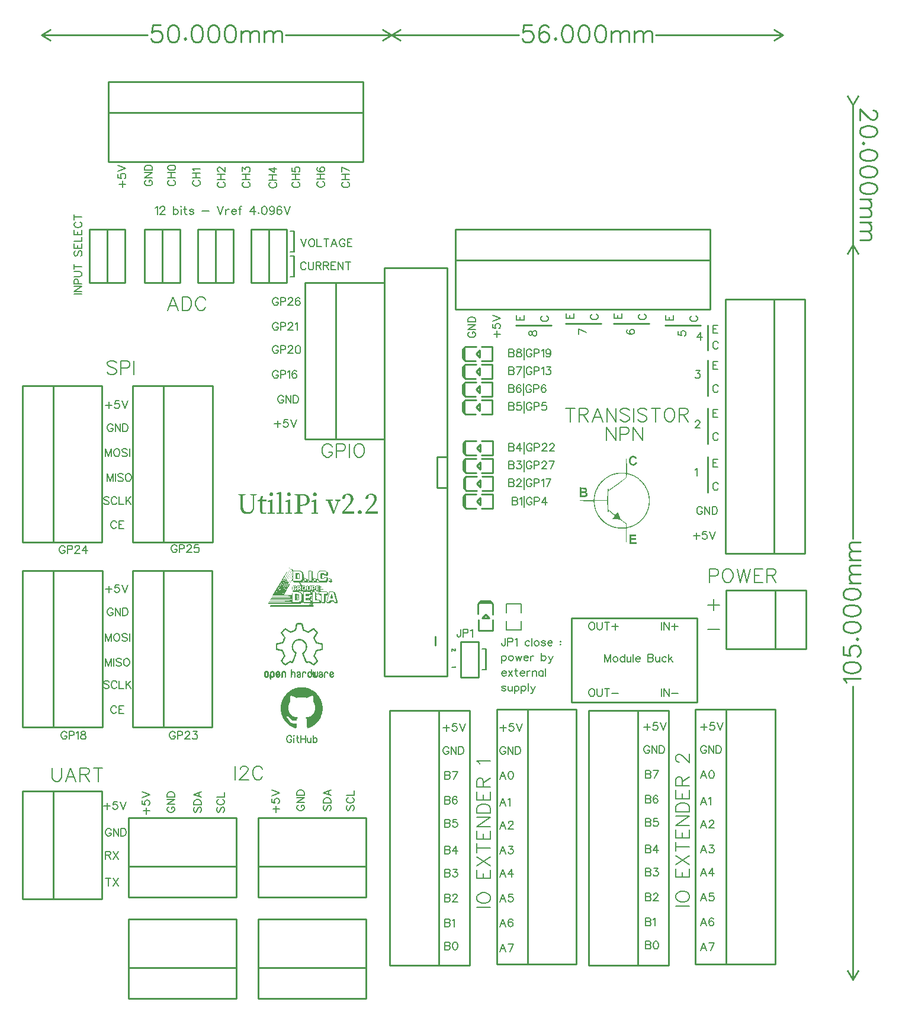
<source format=gto>
G04 Layer: TopSilkLayer*
G04 EasyEDA v5.9.42, Thu, 28 Feb 2019 09:02:48 GMT*
G04 e03dab3afe2a44069860df784644e5b2*
G04 Gerber Generator version 0.2*
G04 Scale: 100 percent, Rotated: No, Reflected: No *
G04 Dimensions in millimeters *
G04 leading zeros omitted , absolute positions ,3 integer and 3 decimal *
%FSLAX33Y33*%
%MOMM*%
G90*
G71D02*

%ADD10C,0.254000*%
%ADD12C,0.203200*%
%ADD36C,0.199898*%
%ADD37C,0.177800*%
%ADD38C,0.152400*%
%ADD39C,0.178003*%
%ADD40C,0.129997*%

%LPD*%

%LPD*%
G36*
G01X37058Y41778D02*
G01X36989Y41778D01*
G01X36932Y41775D01*
G01X36888Y41771D01*
G01X36806Y41759D01*
G01X36726Y41746D01*
G01X36650Y41732D01*
G01X36577Y41718D01*
G01X36506Y41702D01*
G01X36438Y41686D01*
G01X36372Y41669D01*
G01X36307Y41650D01*
G01X36244Y41631D01*
G01X36182Y41610D01*
G01X36060Y41564D01*
G01X35940Y41512D01*
G01X35880Y41483D01*
G01X35819Y41453D01*
G01X35762Y41423D01*
G01X35706Y41392D01*
G01X35651Y41360D01*
G01X35597Y41327D01*
G01X35491Y41259D01*
G01X35440Y41223D01*
G01X35389Y41186D01*
G01X35339Y41148D01*
G01X35290Y41110D01*
G01X35242Y41070D01*
G01X35195Y41029D01*
G01X35149Y40988D01*
G01X35059Y40902D01*
G01X35016Y40858D01*
G01X34974Y40813D01*
G01X34932Y40767D01*
G01X34852Y40673D01*
G01X34776Y40575D01*
G01X34704Y40475D01*
G01X34670Y40423D01*
G01X34637Y40371D01*
G01X34605Y40318D01*
G01X34573Y40264D01*
G01X34543Y40209D01*
G01X34514Y40154D01*
G01X34486Y40098D01*
G01X34459Y40042D01*
G01X34433Y39984D01*
G01X34385Y39868D01*
G01X34363Y39809D01*
G01X34341Y39749D01*
G01X34321Y39688D01*
G01X34302Y39627D01*
G01X34284Y39566D01*
G01X34252Y39440D01*
G01X34238Y39377D01*
G01X34225Y39313D01*
G01X34216Y39262D01*
G01X34209Y39205D01*
G01X34202Y39143D01*
G01X34197Y39077D01*
G01X34193Y39008D01*
G01X34190Y38936D01*
G01X34188Y38862D01*
G01X34188Y38713D01*
G01X34190Y38639D01*
G01X34193Y38566D01*
G01X34197Y38496D01*
G01X34203Y38429D01*
G01X34209Y38365D01*
G01X34217Y38307D01*
G01X34226Y38253D01*
G01X34238Y38192D01*
G01X34251Y38132D01*
G01X34266Y38071D01*
G01X34281Y38012D01*
G01X34298Y37952D01*
G01X34316Y37893D01*
G01X34335Y37834D01*
G01X34356Y37776D01*
G01X34377Y37719D01*
G01X34400Y37662D01*
G01X34424Y37605D01*
G01X34448Y37549D01*
G01X34474Y37493D01*
G01X34501Y37438D01*
G01X34529Y37384D01*
G01X34558Y37330D01*
G01X34620Y37224D01*
G01X34652Y37173D01*
G01X34685Y37121D01*
G01X34719Y37071D01*
G01X34754Y37021D01*
G01X34790Y36972D01*
G01X34827Y36924D01*
G01X34865Y36877D01*
G01X34904Y36830D01*
G01X34944Y36784D01*
G01X34985Y36739D01*
G01X35026Y36695D01*
G01X35069Y36652D01*
G01X35112Y36610D01*
G01X35156Y36568D01*
G01X35201Y36528D01*
G01X35247Y36488D01*
G01X35341Y36412D01*
G01X35389Y36376D01*
G01X35438Y36340D01*
G01X35538Y36272D01*
G01X35583Y36244D01*
G01X35632Y36215D01*
G01X35685Y36185D01*
G01X35740Y36155D01*
G01X35796Y36125D01*
G01X35853Y36096D01*
G01X35910Y36069D01*
G01X35965Y36043D01*
G01X36018Y36019D01*
G01X36068Y35997D01*
G01X36115Y35979D01*
G01X36156Y35964D01*
G01X36224Y35943D01*
G01X36270Y35934D01*
G01X36307Y35937D01*
G01X36348Y35952D01*
G01X36377Y35967D01*
G01X36401Y35985D01*
G01X36419Y36006D01*
G01X36428Y36027D01*
G01X36432Y36067D01*
G01X36435Y36142D01*
G01X36435Y36241D01*
G01X36434Y36353D01*
G01X36428Y36633D01*
G01X36348Y36623D01*
G01X36302Y36619D01*
G01X36233Y36617D01*
G01X36152Y36615D01*
G01X36068Y36615D01*
G01X35986Y36618D01*
G01X35910Y36625D01*
G01X35840Y36636D01*
G01X35776Y36653D01*
G01X35718Y36674D01*
G01X35665Y36701D01*
G01X35616Y36734D01*
G01X35571Y36773D01*
G01X35530Y36817D01*
G01X35491Y36869D01*
G01X35456Y36927D01*
G01X35422Y36992D01*
G01X35387Y37061D01*
G01X35350Y37127D01*
G01X35311Y37190D01*
G01X35272Y37248D01*
G01X35233Y37300D01*
G01X35196Y37344D01*
G01X35161Y37378D01*
G01X35130Y37402D01*
G01X35065Y37449D01*
G01X35017Y37496D01*
G01X34989Y37540D01*
G01X34986Y37574D01*
G01X34998Y37591D01*
G01X35022Y37600D01*
G01X35065Y37602D01*
G01X35134Y37600D01*
G01X35206Y37593D01*
G01X35261Y37581D01*
G01X35310Y37560D01*
G01X35364Y37527D01*
G01X35406Y37494D01*
G01X35450Y37453D01*
G01X35491Y37410D01*
G01X35524Y37370D01*
G01X35566Y37312D01*
G01X35609Y37258D01*
G01X35653Y37207D01*
G01X35696Y37161D01*
G01X35738Y37121D01*
G01X35777Y37086D01*
G01X35814Y37059D01*
G01X35847Y37039D01*
G01X35894Y37019D01*
G01X35946Y37004D01*
G01X36002Y36993D01*
G01X36062Y36988D01*
G01X36124Y36987D01*
G01X36187Y36990D01*
G01X36249Y36999D01*
G01X36311Y37013D01*
G01X36362Y37029D01*
G01X36405Y37045D01*
G01X36435Y37059D01*
G01X36448Y37071D01*
G01X36453Y37087D01*
G01X36469Y37151D01*
G01X36480Y37191D01*
G01X36495Y37236D01*
G01X36517Y37285D01*
G01X36543Y37333D01*
G01X36570Y37374D01*
G01X36634Y37458D01*
G01X36481Y37483D01*
G01X36415Y37494D01*
G01X36351Y37507D01*
G01X36289Y37522D01*
G01X36228Y37538D01*
G01X36170Y37555D01*
G01X36114Y37574D01*
G01X36059Y37595D01*
G01X36007Y37617D01*
G01X35956Y37641D01*
G01X35907Y37666D01*
G01X35860Y37693D01*
G01X35815Y37722D01*
G01X35772Y37752D01*
G01X35731Y37784D01*
G01X35691Y37817D01*
G01X35654Y37852D01*
G01X35618Y37889D01*
G01X35584Y37927D01*
G01X35551Y37968D01*
G01X35521Y38009D01*
G01X35492Y38053D01*
G01X35465Y38098D01*
G01X35439Y38145D01*
G01X35416Y38194D01*
G01X35394Y38244D01*
G01X35373Y38297D01*
G01X35354Y38351D01*
G01X35337Y38407D01*
G01X35323Y38463D01*
G01X35311Y38528D01*
G01X35301Y38598D01*
G01X35292Y38672D01*
G01X35286Y38749D01*
G01X35282Y38827D01*
G01X35280Y38904D01*
G01X35281Y38979D01*
G01X35284Y39050D01*
G01X35289Y39115D01*
G01X35297Y39174D01*
G01X35307Y39223D01*
G01X35324Y39285D01*
G01X35343Y39344D01*
G01X35365Y39401D01*
G01X35388Y39455D01*
G01X35414Y39507D01*
G01X35443Y39556D01*
G01X35473Y39604D01*
G01X35506Y39650D01*
G01X35548Y39706D01*
G01X35567Y39743D01*
G01X35568Y39776D01*
G01X35555Y39820D01*
G01X35542Y39871D01*
G01X35534Y39939D01*
G01X35530Y40019D01*
G01X35530Y40105D01*
G01X35533Y40192D01*
G01X35541Y40277D01*
G01X35552Y40354D01*
G01X35567Y40418D01*
G01X35604Y40543D01*
G01X35692Y40543D01*
G01X35746Y40539D01*
G01X35809Y40527D01*
G01X35881Y40508D01*
G01X35957Y40483D01*
G01X36036Y40452D01*
G01X36116Y40418D01*
G01X36193Y40379D01*
G01X36266Y40338D01*
G01X36428Y40241D01*
G01X36648Y40281D01*
G01X36709Y40291D01*
G01X36769Y40301D01*
G01X36829Y40309D01*
G01X36887Y40316D01*
G01X36945Y40322D01*
G01X37002Y40327D01*
G01X37059Y40330D01*
G01X37115Y40333D01*
G01X37170Y40334D01*
G01X37226Y40334D01*
G01X37281Y40333D01*
G01X37336Y40331D01*
G01X37391Y40328D01*
G01X37446Y40323D01*
G01X37556Y40311D01*
G01X37611Y40302D01*
G01X37667Y40293D01*
G01X37723Y40283D01*
G01X37780Y40271D01*
G01X37931Y40239D01*
G01X38109Y40341D01*
G01X38196Y40390D01*
G01X38274Y40430D01*
G01X38343Y40462D01*
G01X38407Y40488D01*
G01X38467Y40507D01*
G01X38524Y40520D01*
G01X38580Y40528D01*
G01X38637Y40531D01*
G01X38766Y40533D01*
G01X38804Y40413D01*
G01X38820Y40351D01*
G01X38832Y40280D01*
G01X38840Y40201D01*
G01X38844Y40120D01*
G01X38845Y40040D01*
G01X38841Y39964D01*
G01X38833Y39896D01*
G01X38821Y39839D01*
G01X38806Y39784D01*
G01X38805Y39747D01*
G01X38821Y39713D01*
G01X38856Y39666D01*
G01X38888Y39624D01*
G01X38918Y39580D01*
G01X38945Y39535D01*
G01X38970Y39489D01*
G01X38993Y39442D01*
G01X39013Y39393D01*
G01X39031Y39343D01*
G01X39047Y39292D01*
G01X39060Y39239D01*
G01X39071Y39185D01*
G01X39080Y39129D01*
G01X39087Y39071D01*
G01X39091Y39012D01*
G01X39093Y38951D01*
G01X39093Y38888D01*
G01X39091Y38823D01*
G01X39087Y38751D01*
G01X39080Y38680D01*
G01X39071Y38612D01*
G01X39061Y38545D01*
G01X39048Y38481D01*
G01X39033Y38419D01*
G01X39016Y38359D01*
G01X38997Y38300D01*
G01X38976Y38244D01*
G01X38953Y38190D01*
G01X38927Y38138D01*
G01X38900Y38087D01*
G01X38870Y38039D01*
G01X38839Y37993D01*
G01X38805Y37948D01*
G01X38769Y37906D01*
G01X38731Y37865D01*
G01X38690Y37826D01*
G01X38648Y37790D01*
G01X38603Y37755D01*
G01X38556Y37722D01*
G01X38507Y37691D01*
G01X38456Y37662D01*
G01X38403Y37635D01*
G01X38347Y37609D01*
G01X38289Y37586D01*
G01X38229Y37564D01*
G01X38167Y37544D01*
G01X38102Y37526D01*
G01X38035Y37510D01*
G01X37966Y37495D01*
G01X37895Y37483D01*
G01X37742Y37458D01*
G01X37800Y37377D01*
G01X37826Y37340D01*
G01X37848Y37304D01*
G01X37867Y37267D01*
G01X37883Y37227D01*
G01X37895Y37181D01*
G01X37905Y37129D01*
G01X37914Y37068D01*
G01X37920Y36995D01*
G01X37925Y36909D01*
G01X37928Y36807D01*
G01X37931Y36688D01*
G01X37934Y36550D01*
G01X37936Y36390D01*
G01X37939Y36263D01*
G01X37942Y36166D01*
G01X37946Y36095D01*
G01X37951Y36044D01*
G01X37957Y36010D01*
G01X37965Y35989D01*
G01X37975Y35976D01*
G01X38001Y35956D01*
G01X38027Y35943D01*
G01X38057Y35936D01*
G01X38091Y35936D01*
G01X38133Y35943D01*
G01X38183Y35958D01*
G01X38244Y35979D01*
G01X38318Y36009D01*
G01X38377Y36034D01*
G01X38435Y36060D01*
G01X38492Y36087D01*
G01X38548Y36115D01*
G01X38604Y36144D01*
G01X38658Y36174D01*
G01X38713Y36206D01*
G01X38766Y36238D01*
G01X38818Y36272D01*
G01X38870Y36307D01*
G01X38921Y36342D01*
G01X38971Y36379D01*
G01X39020Y36416D01*
G01X39116Y36494D01*
G01X39163Y36535D01*
G01X39208Y36576D01*
G01X39253Y36619D01*
G01X39297Y36662D01*
G01X39340Y36706D01*
G01X39382Y36751D01*
G01X39424Y36797D01*
G01X39464Y36844D01*
G01X39542Y36940D01*
G01X39579Y36989D01*
G01X39615Y37039D01*
G01X39651Y37090D01*
G01X39685Y37142D01*
G01X39718Y37194D01*
G01X39751Y37248D01*
G01X39782Y37301D01*
G01X39812Y37356D01*
G01X39841Y37411D01*
G01X39869Y37467D01*
G01X39896Y37524D01*
G01X39922Y37582D01*
G01X39947Y37640D01*
G01X39971Y37698D01*
G01X40015Y37818D01*
G01X40035Y37878D01*
G01X40054Y37939D01*
G01X40072Y38001D01*
G01X40089Y38063D01*
G01X40119Y38189D01*
G01X40132Y38253D01*
G01X40140Y38303D01*
G01X40148Y38360D01*
G01X40154Y38422D01*
G01X40159Y38489D01*
G01X40163Y38559D01*
G01X40166Y38632D01*
G01X40168Y38707D01*
G01X40168Y38859D01*
G01X40166Y38934D01*
G01X40163Y39007D01*
G01X40159Y39077D01*
G01X40154Y39144D01*
G01X40148Y39206D01*
G01X40140Y39263D01*
G01X40132Y39313D01*
G01X40118Y39378D01*
G01X40103Y39443D01*
G01X40087Y39508D01*
G01X40069Y39573D01*
G01X40050Y39638D01*
G01X40030Y39702D01*
G01X40008Y39766D01*
G01X39960Y39892D01*
G01X39934Y39955D01*
G01X39907Y40017D01*
G01X39879Y40078D01*
G01X39850Y40138D01*
G01X39788Y40256D01*
G01X39722Y40370D01*
G01X39687Y40425D01*
G01X39651Y40479D01*
G01X39615Y40532D01*
G01X39579Y40582D01*
G01X39541Y40631D01*
G01X39503Y40679D01*
G01X39423Y40773D01*
G01X39381Y40819D01*
G01X39338Y40863D01*
G01X39294Y40908D01*
G01X39249Y40951D01*
G01X39204Y40993D01*
G01X39157Y41034D01*
G01X39109Y41075D01*
G01X39061Y41115D01*
G01X38961Y41191D01*
G01X38910Y41227D01*
G01X38858Y41263D01*
G01X38805Y41298D01*
G01X38752Y41331D01*
G01X38698Y41364D01*
G01X38588Y41426D01*
G01X38532Y41455D01*
G01X38475Y41483D01*
G01X38418Y41510D01*
G01X38360Y41536D01*
G01X38302Y41560D01*
G01X38243Y41584D01*
G01X38184Y41606D01*
G01X38125Y41627D01*
G01X38005Y41665D01*
G01X37944Y41682D01*
G01X37883Y41698D01*
G01X37822Y41712D01*
G01X37760Y41725D01*
G01X37707Y41734D01*
G01X37641Y41743D01*
G01X37566Y41751D01*
G01X37483Y41758D01*
G01X37396Y41765D01*
G01X37308Y41770D01*
G01X37220Y41774D01*
G01X37136Y41777D01*
G01X37058Y41778D01*
G37*

%LPD*%
G36*
G01X84997Y63601D02*
G01X84026Y63601D01*
G01X84026Y62224D01*
G01X85038Y62224D01*
G01X85038Y62467D01*
G01X84269Y62467D01*
G01X84269Y62831D01*
G01X84957Y62831D01*
G01X84957Y63074D01*
G01X84269Y63074D01*
G01X84269Y63358D01*
G01X84997Y63358D01*
G01X84997Y63601D01*
G37*

%LPD*%
G36*
G01X83609Y74409D02*
G01X83600Y74410D01*
G01X83591Y74409D01*
G01X83583Y74403D01*
G01X83576Y74392D01*
G01X83569Y74375D01*
G01X83563Y74352D01*
G01X83558Y74321D01*
G01X83554Y74282D01*
G01X83551Y74234D01*
G01X83548Y74176D01*
G01X83546Y74107D01*
G01X83544Y74027D01*
G01X83542Y73934D01*
G01X83541Y73828D01*
G01X83541Y73708D01*
G01X83540Y73573D01*
G01X83540Y72435D01*
G01X82882Y72417D01*
G01X82791Y72414D01*
G01X82706Y72411D01*
G01X82626Y72407D01*
G01X82551Y72404D01*
G01X82481Y72399D01*
G01X82416Y72395D01*
G01X82354Y72390D01*
G01X82295Y72383D01*
G01X82240Y72377D01*
G01X82187Y72370D01*
G01X82136Y72362D01*
G01X82040Y72344D01*
G01X81993Y72334D01*
G01X81946Y72323D01*
G01X81900Y72311D01*
G01X81780Y72277D01*
G01X81721Y72258D01*
G01X81662Y72238D01*
G01X81604Y72218D01*
G01X81545Y72196D01*
G01X81488Y72174D01*
G01X81430Y72151D01*
G01X81373Y72127D01*
G01X81317Y72102D01*
G01X81260Y72076D01*
G01X81205Y72049D01*
G01X81149Y72022D01*
G01X81095Y71994D01*
G01X81040Y71964D01*
G01X80986Y71934D01*
G01X80933Y71904D01*
G01X80880Y71872D01*
G01X80828Y71840D01*
G01X80776Y71807D01*
G01X80725Y71773D01*
G01X80674Y71738D01*
G01X80624Y71703D01*
G01X80574Y71667D01*
G01X80525Y71631D01*
G01X80476Y71593D01*
G01X80428Y71555D01*
G01X80334Y71477D01*
G01X80242Y71395D01*
G01X80197Y71354D01*
G01X80153Y71312D01*
G01X80109Y71269D01*
G01X80066Y71226D01*
G01X80023Y71182D01*
G01X79981Y71137D01*
G01X79940Y71093D01*
G01X79860Y71001D01*
G01X79821Y70954D01*
G01X79783Y70907D01*
G01X79745Y70858D01*
G01X79708Y70810D01*
G01X79672Y70761D01*
G01X79637Y70712D01*
G01X79602Y70662D01*
G01X79568Y70612D01*
G01X79502Y70510D01*
G01X79440Y70406D01*
G01X79410Y70353D01*
G01X79381Y70301D01*
G01X79325Y70193D01*
G01X79299Y70140D01*
G01X79273Y70085D01*
G01X79248Y70030D01*
G01X79200Y69920D01*
G01X79178Y69864D01*
G01X79156Y69807D01*
G01X79136Y69751D01*
G01X79116Y69694D01*
G01X79080Y69580D01*
G01X79063Y69522D01*
G01X79047Y69464D01*
G01X79032Y69406D01*
G01X79018Y69348D01*
G01X79005Y69289D01*
G01X78993Y69230D01*
G01X78982Y69171D01*
G01X78972Y69112D01*
G01X78962Y69052D01*
G01X78954Y68993D01*
G01X78947Y68934D01*
G01X78941Y68874D01*
G01X78937Y68813D01*
G01X78913Y68500D01*
G01X77777Y68500D01*
G01X77642Y68499D01*
G01X77522Y68499D01*
G01X77417Y68498D01*
G01X77324Y68496D01*
G01X77244Y68494D01*
G01X77175Y68492D01*
G01X77117Y68489D01*
G01X77069Y68486D01*
G01X77030Y68481D01*
G01X77000Y68476D01*
G01X76976Y68471D01*
G01X76959Y68464D01*
G01X76949Y68457D01*
G01X76943Y68449D01*
G01X76941Y68440D01*
G01X76943Y68431D01*
G01X76949Y68423D01*
G01X76960Y68415D01*
G01X76977Y68408D01*
G01X77000Y68402D01*
G01X77031Y68397D01*
G01X77070Y68393D01*
G01X77118Y68388D01*
G01X77176Y68385D01*
G01X77245Y68382D01*
G01X77325Y68379D01*
G01X77417Y68377D01*
G01X77522Y68374D01*
G01X77641Y68372D01*
G01X77774Y68371D01*
G01X77923Y68369D01*
G01X78905Y68358D01*
G01X78933Y68034D01*
G01X78939Y67988D01*
G01X78945Y67936D01*
G01X78953Y67880D01*
G01X78963Y67822D01*
G01X78974Y67761D01*
G01X78985Y67699D01*
G01X78997Y67637D01*
G01X79011Y67575D01*
G01X79024Y67514D01*
G01X79039Y67455D01*
G01X79053Y67399D01*
G01X79068Y67347D01*
G01X79085Y67287D01*
G01X79122Y67169D01*
G01X79164Y67053D01*
G01X79185Y66996D01*
G01X79207Y66939D01*
G01X79231Y66882D01*
G01X79255Y66826D01*
G01X79279Y66772D01*
G01X79304Y66717D01*
G01X79331Y66662D01*
G01X79358Y66608D01*
G01X79414Y66502D01*
G01X79443Y66450D01*
G01X79504Y66347D01*
G01X79535Y66297D01*
G01X79601Y66197D01*
G01X79635Y66148D01*
G01X79669Y66100D01*
G01X79704Y66052D01*
G01X79740Y66004D01*
G01X79777Y65958D01*
G01X79814Y65911D01*
G01X79852Y65866D01*
G01X79891Y65821D01*
G01X79931Y65776D01*
G01X79971Y65733D01*
G01X80012Y65689D01*
G01X80054Y65646D01*
G01X80096Y65605D01*
G01X80139Y65563D01*
G01X80183Y65522D01*
G01X80227Y65482D01*
G01X80272Y65442D01*
G01X80318Y65402D01*
G01X80412Y65326D01*
G01X80508Y65252D01*
G01X80558Y65216D01*
G01X80607Y65180D01*
G01X80658Y65145D01*
G01X80709Y65111D01*
G01X80761Y65077D01*
G01X80814Y65044D01*
G01X80867Y65012D01*
G01X80921Y64980D01*
G01X80975Y64949D01*
G01X81031Y64919D01*
G01X81086Y64889D01*
G01X81200Y64831D01*
G01X81316Y64777D01*
G01X81375Y64750D01*
G01X81435Y64724D01*
G01X81497Y64698D01*
G01X81558Y64674D01*
G01X81618Y64651D01*
G01X81678Y64629D01*
G01X81737Y64609D01*
G01X81796Y64590D01*
G01X81854Y64572D01*
G01X81912Y64556D01*
G01X81971Y64541D01*
G01X82030Y64527D01*
G01X82090Y64514D01*
G01X82150Y64502D01*
G01X82211Y64492D01*
G01X82273Y64482D01*
G01X82401Y64466D01*
G01X82467Y64460D01*
G01X82534Y64455D01*
G01X82604Y64450D01*
G01X82675Y64446D01*
G01X82749Y64443D01*
G01X82824Y64441D01*
G01X82902Y64440D01*
G01X82983Y64440D01*
G01X83540Y64439D01*
G01X83540Y63302D01*
G01X83541Y63167D01*
G01X83541Y63047D01*
G01X83542Y62941D01*
G01X83544Y62848D01*
G01X83546Y62768D01*
G01X83548Y62699D01*
G01X83551Y62641D01*
G01X83554Y62594D01*
G01X83558Y62555D01*
G01X83563Y62525D01*
G01X83569Y62502D01*
G01X83576Y62486D01*
G01X83583Y62475D01*
G01X83591Y62469D01*
G01X83601Y62467D01*
G01X83610Y62469D01*
G01X83618Y62475D01*
G01X83626Y62486D01*
G01X83632Y62502D01*
G01X83638Y62526D01*
G01X83643Y62557D01*
G01X83647Y62596D01*
G01X83651Y62645D01*
G01X83654Y62703D01*
G01X83656Y62774D01*
G01X83658Y62855D01*
G01X83659Y62949D01*
G01X83660Y63058D01*
G01X83661Y63180D01*
G01X83661Y64476D01*
G01X83996Y64572D01*
G01X84049Y64589D01*
G01X84105Y64606D01*
G01X84162Y64626D01*
G01X84220Y64647D01*
G01X84279Y64669D01*
G01X84401Y64719D01*
G01X84462Y64745D01*
G01X84524Y64773D01*
G01X84648Y64831D01*
G01X84710Y64861D01*
G01X84832Y64923D01*
G01X84892Y64956D01*
G01X84951Y64988D01*
G01X85009Y65021D01*
G01X85065Y65054D01*
G01X85119Y65088D01*
G01X85172Y65121D01*
G01X85224Y65154D01*
G01X85272Y65187D01*
G01X85319Y65220D01*
G01X85362Y65252D01*
G01X85409Y65288D01*
G01X85456Y65325D01*
G01X85502Y65363D01*
G01X85548Y65402D01*
G01X85593Y65442D01*
G01X85637Y65482D01*
G01X85681Y65523D01*
G01X85725Y65566D01*
G01X85768Y65608D01*
G01X85810Y65651D01*
G01X85852Y65696D01*
G01X85934Y65786D01*
G01X85974Y65832D01*
G01X86013Y65879D01*
G01X86052Y65927D01*
G01X86090Y65974D01*
G01X86127Y66023D01*
G01X86164Y66073D01*
G01X86200Y66122D01*
G01X86235Y66172D01*
G01X86270Y66223D01*
G01X86304Y66274D01*
G01X86337Y66326D01*
G01X86369Y66378D01*
G01X86401Y66431D01*
G01X86432Y66483D01*
G01X86462Y66537D01*
G01X86491Y66590D01*
G01X86547Y66699D01*
G01X86573Y66753D01*
G01X86599Y66808D01*
G01X86624Y66863D01*
G01X86648Y66919D01*
G01X86694Y67031D01*
G01X86715Y67087D01*
G01X86735Y67143D01*
G01X86755Y67200D01*
G01X86773Y67256D01*
G01X86791Y67313D01*
G01X86823Y67427D01*
G01X86836Y67477D01*
G01X86848Y67529D01*
G01X86859Y67584D01*
G01X86869Y67642D01*
G01X86879Y67701D01*
G01X86888Y67761D01*
G01X86896Y67824D01*
G01X86903Y67887D01*
G01X86910Y67952D01*
G01X86916Y68018D01*
G01X86921Y68084D01*
G01X86925Y68151D01*
G01X86929Y68219D01*
G01X86932Y68286D01*
G01X86934Y68354D01*
G01X86935Y68422D01*
G01X86935Y68556D01*
G01X86933Y68622D01*
G01X86931Y68687D01*
G01X86928Y68752D01*
G01X86925Y68814D01*
G01X86920Y68876D01*
G01X86915Y68936D01*
G01X86908Y68994D01*
G01X86901Y69049D01*
G01X86893Y69103D01*
G01X86884Y69155D01*
G01X86872Y69216D01*
G01X86859Y69276D01*
G01X86846Y69335D01*
G01X86831Y69395D01*
G01X86817Y69454D01*
G01X86800Y69513D01*
G01X86784Y69571D01*
G01X86766Y69629D01*
G01X86729Y69742D01*
G01X86708Y69799D01*
G01X86688Y69855D01*
G01X86666Y69910D01*
G01X86643Y69966D01*
G01X86620Y70021D01*
G01X86596Y70075D01*
G01X86571Y70129D01*
G01X86545Y70182D01*
G01X86519Y70236D01*
G01X86492Y70288D01*
G01X86434Y70392D01*
G01X86404Y70443D01*
G01X86374Y70495D01*
G01X86310Y70595D01*
G01X86243Y70695D01*
G01X86208Y70744D01*
G01X86172Y70792D01*
G01X86135Y70841D01*
G01X86098Y70888D01*
G01X86060Y70936D01*
G01X86021Y70982D01*
G01X85981Y71029D01*
G01X85899Y71121D01*
G01X85857Y71166D01*
G01X85814Y71211D01*
G01X85770Y71256D01*
G01X85722Y71302D01*
G01X85674Y71349D01*
G01X85624Y71394D01*
G01X85575Y71439D01*
G01X85524Y71482D01*
G01X85420Y71568D01*
G01X85367Y71609D01*
G01X85259Y71689D01*
G01X85205Y71728D01*
G01X85149Y71766D01*
G01X85093Y71803D01*
G01X85038Y71838D01*
G01X84981Y71873D01*
G01X84924Y71907D01*
G01X84866Y71940D01*
G01X84809Y71972D01*
G01X84751Y72003D01*
G01X84693Y72033D01*
G01X84634Y72062D01*
G01X84575Y72089D01*
G01X84517Y72116D01*
G01X84458Y72141D01*
G01X84399Y72165D01*
G01X84340Y72188D01*
G01X84280Y72210D01*
G01X84162Y72250D01*
G01X84103Y72268D01*
G01X84044Y72285D01*
G01X83986Y72301D01*
G01X83682Y72377D01*
G01X83671Y73394D01*
G01X83669Y73548D01*
G01X83668Y73686D01*
G01X83665Y73809D01*
G01X83663Y73918D01*
G01X83661Y74014D01*
G01X83658Y74096D01*
G01X83655Y74168D01*
G01X83651Y74227D01*
G01X83647Y74277D01*
G01X83643Y74317D01*
G01X83638Y74349D01*
G01X83631Y74374D01*
G01X83625Y74391D01*
G01X83617Y74402D01*
G01X83609Y74409D01*
G37*

%LPC*%
G36*
G01X80867Y68378D02*
G01X79034Y68378D01*
G01X79059Y68085D01*
G01X79065Y68025D01*
G01X79072Y67965D01*
G01X79079Y67906D01*
G01X79087Y67846D01*
G01X79097Y67788D01*
G01X79107Y67729D01*
G01X79118Y67671D01*
G01X79144Y67555D01*
G01X79158Y67497D01*
G01X79188Y67383D01*
G01X79205Y67326D01*
G01X79241Y67214D01*
G01X79261Y67159D01*
G01X79281Y67103D01*
G01X79302Y67048D01*
G01X79346Y66940D01*
G01X79370Y66886D01*
G01X79395Y66832D01*
G01X79420Y66779D01*
G01X79446Y66726D01*
G01X79473Y66675D01*
G01X79500Y66622D01*
G01X79558Y66520D01*
G01X79588Y66470D01*
G01X79619Y66419D01*
G01X79650Y66370D01*
G01X79716Y66272D01*
G01X79749Y66224D01*
G01X79784Y66176D01*
G01X79819Y66129D01*
G01X79855Y66082D01*
G01X79892Y66036D01*
G01X79929Y65991D01*
G01X79967Y65946D01*
G01X80006Y65901D01*
G01X80045Y65857D01*
G01X80086Y65813D01*
G01X80127Y65770D01*
G01X80168Y65728D01*
G01X80210Y65686D01*
G01X80253Y65645D01*
G01X80296Y65605D01*
G01X80341Y65565D01*
G01X80385Y65525D01*
G01X80431Y65487D01*
G01X80476Y65449D01*
G01X80523Y65411D01*
G01X80570Y65375D01*
G01X80618Y65338D01*
G01X80666Y65303D01*
G01X80716Y65268D01*
G01X80765Y65234D01*
G01X80815Y65200D01*
G01X80865Y65167D01*
G01X80917Y65135D01*
G01X81021Y65073D01*
G01X81074Y65043D01*
G01X81127Y65014D01*
G01X81235Y64958D01*
G01X81290Y64932D01*
G01X81345Y64905D01*
G01X81401Y64880D01*
G01X81458Y64855D01*
G01X81515Y64831D01*
G01X81572Y64809D01*
G01X81630Y64786D01*
G01X81688Y64765D01*
G01X81747Y64744D01*
G01X81806Y64725D01*
G01X81866Y64705D01*
G01X81926Y64688D01*
G01X81986Y64670D01*
G01X82022Y64662D01*
G01X82064Y64653D01*
G01X82114Y64645D01*
G01X82169Y64637D01*
G01X82229Y64629D01*
G01X82294Y64622D01*
G01X82363Y64615D01*
G01X82435Y64608D01*
G01X82509Y64602D01*
G01X82585Y64596D01*
G01X82739Y64586D01*
G01X82816Y64582D01*
G01X82891Y64579D01*
G01X82965Y64576D01*
G01X83037Y64574D01*
G01X83106Y64573D01*
G01X83170Y64572D01*
G01X83230Y64573D01*
G01X83285Y64574D01*
G01X83334Y64576D01*
G01X83376Y64580D01*
G01X83411Y64584D01*
G01X83438Y64589D01*
G01X83497Y64609D01*
G01X83527Y64647D01*
G01X83536Y64725D01*
G01X83532Y64867D01*
G01X83520Y65119D01*
G01X82735Y65705D01*
G01X82176Y65770D01*
G01X82064Y65783D01*
G01X81958Y65796D01*
G01X81863Y65808D01*
G01X81778Y65819D01*
G01X81708Y65828D01*
G01X81655Y65835D01*
G01X81620Y65841D01*
G01X81607Y65844D01*
G01X81616Y65865D01*
G01X81648Y65915D01*
G01X81697Y65986D01*
G01X81821Y66156D01*
G01X81873Y66227D01*
G01X81908Y66278D01*
G01X81921Y66300D01*
G01X81912Y66309D01*
G01X81886Y66330D01*
G01X81846Y66363D01*
G01X81793Y66404D01*
G01X81728Y66455D01*
G01X81654Y66511D01*
G01X81573Y66573D01*
G01X81485Y66639D01*
G01X81050Y66967D01*
G01X81030Y66529D01*
G01X81024Y66409D01*
G01X81017Y66311D01*
G01X81010Y66235D01*
G01X81002Y66177D01*
G01X80992Y66136D01*
G01X80980Y66110D01*
G01X80966Y66095D01*
G01X80949Y66091D01*
G01X80942Y66092D01*
G01X80934Y66096D01*
G01X80928Y66104D01*
G01X80922Y66115D01*
G01X80917Y66131D01*
G01X80912Y66152D01*
G01X80908Y66178D01*
G01X80904Y66210D01*
G01X80900Y66248D01*
G01X80897Y66294D01*
G01X80894Y66346D01*
G01X80891Y66406D01*
G01X80889Y66475D01*
G01X80887Y66553D01*
G01X80885Y66640D01*
G01X80883Y66737D01*
G01X80882Y66845D01*
G01X80880Y66963D01*
G01X80879Y67093D01*
G01X80878Y67234D01*
G01X80867Y68378D01*
G37*
G36*
G01X83811Y72216D02*
G01X83762Y72222D01*
G01X83725Y72218D01*
G01X83699Y72203D01*
G01X83681Y72178D01*
G01X83670Y72142D01*
G01X83664Y72095D01*
G01X83662Y72035D01*
G01X83661Y71963D01*
G01X83661Y71701D01*
G01X82346Y70720D01*
G01X81030Y69738D01*
G01X81030Y67137D01*
G01X81511Y66786D01*
G01X81608Y66716D01*
G01X81699Y66650D01*
G01X81782Y66590D01*
G01X81857Y66538D01*
G01X81918Y66495D01*
G01X81967Y66463D01*
G01X81999Y66442D01*
G01X82013Y66435D01*
G01X82033Y66451D01*
G01X82072Y66494D01*
G01X82124Y66559D01*
G01X82184Y66637D01*
G01X82244Y66716D01*
G01X82296Y66780D01*
G01X82337Y66823D01*
G01X82359Y66839D01*
G01X82369Y66828D01*
G01X82387Y66798D01*
G01X82411Y66750D01*
G01X82442Y66687D01*
G01X82477Y66610D01*
G01X82516Y66523D01*
G01X82558Y66426D01*
G01X82601Y66322D01*
G01X82817Y65807D01*
G01X83239Y65493D01*
G01X83661Y65178D01*
G01X83661Y64766D01*
G01X83663Y64719D01*
G01X83670Y64684D01*
G01X83683Y64659D01*
G01X83704Y64645D01*
G01X83735Y64641D01*
G01X83778Y64646D01*
G01X83835Y64660D01*
G01X83907Y64681D01*
G01X83997Y64709D01*
G01X84107Y64744D01*
G01X84167Y64763D01*
G01X84227Y64784D01*
G01X84347Y64830D01*
G01X84407Y64854D01*
G01X84466Y64880D01*
G01X84526Y64906D01*
G01X84584Y64934D01*
G01X84643Y64963D01*
G01X84701Y64993D01*
G01X84759Y65024D01*
G01X84817Y65056D01*
G01X84874Y65089D01*
G01X84986Y65157D01*
G01X85042Y65193D01*
G01X85152Y65267D01*
G01X85206Y65306D01*
G01X85259Y65345D01*
G01X85312Y65385D01*
G01X85364Y65426D01*
G01X85415Y65468D01*
G01X85466Y65511D01*
G01X85516Y65554D01*
G01X85565Y65598D01*
G01X85613Y65642D01*
G01X85660Y65687D01*
G01X85753Y65780D01*
G01X85798Y65828D01*
G01X85841Y65875D01*
G01X85884Y65924D01*
G01X85926Y65973D01*
G01X85967Y66023D01*
G01X86007Y66073D01*
G01X86045Y66123D01*
G01X86083Y66174D01*
G01X86155Y66278D01*
G01X86221Y66380D01*
G01X86283Y66484D01*
G01X86313Y66536D01*
G01X86342Y66589D01*
G01X86398Y66695D01*
G01X86424Y66749D01*
G01X86449Y66802D01*
G01X86474Y66856D01*
G01X86521Y66965D01*
G01X86543Y67019D01*
G01X86564Y67074D01*
G01X86604Y67184D01*
G01X86623Y67239D01*
G01X86657Y67350D01*
G01X86673Y67406D01*
G01X86688Y67462D01*
G01X86716Y67574D01*
G01X86728Y67631D01*
G01X86740Y67687D01*
G01X86751Y67743D01*
G01X86761Y67800D01*
G01X86770Y67857D01*
G01X86778Y67914D01*
G01X86786Y67970D01*
G01X86798Y68084D01*
G01X86803Y68141D01*
G01X86806Y68198D01*
G01X86810Y68255D01*
G01X86814Y68369D01*
G01X86814Y68482D01*
G01X86813Y68539D01*
G01X86811Y68596D01*
G01X86808Y68653D01*
G01X86804Y68710D01*
G01X86800Y68766D01*
G01X86795Y68823D01*
G01X86789Y68880D01*
G01X86782Y68936D01*
G01X86774Y68993D01*
G01X86756Y69105D01*
G01X86746Y69161D01*
G01X86734Y69217D01*
G01X86722Y69272D01*
G01X86696Y69384D01*
G01X86666Y69494D01*
G01X86650Y69549D01*
G01X86633Y69603D01*
G01X86615Y69657D01*
G01X86597Y69712D01*
G01X86557Y69820D01*
G01X86536Y69873D01*
G01X86514Y69927D01*
G01X86491Y69980D01*
G01X86468Y70032D01*
G01X86443Y70085D01*
G01X86418Y70137D01*
G01X86392Y70189D01*
G01X86365Y70241D01*
G01X86338Y70292D01*
G01X86280Y70394D01*
G01X86250Y70444D01*
G01X86219Y70494D01*
G01X86187Y70543D01*
G01X86154Y70593D01*
G01X86121Y70641D01*
G01X86087Y70690D01*
G01X86052Y70738D01*
G01X86016Y70786D01*
G01X85942Y70880D01*
G01X85904Y70926D01*
G01X85865Y70972D01*
G01X85785Y71063D01*
G01X85743Y71107D01*
G01X85701Y71152D01*
G01X85613Y71240D01*
G01X85521Y71326D01*
G01X85475Y71367D01*
G01X85428Y71408D01*
G01X85381Y71447D01*
G01X85334Y71485D01*
G01X85286Y71523D01*
G01X85188Y71595D01*
G01X85139Y71630D01*
G01X85088Y71664D01*
G01X85038Y71696D01*
G01X84986Y71729D01*
G01X84880Y71791D01*
G01X84825Y71821D01*
G01X84770Y71849D01*
G01X84714Y71878D01*
G01X84657Y71906D01*
G01X84599Y71933D01*
G01X84539Y71960D01*
G01X84479Y71986D01*
G01X84417Y72012D01*
G01X84354Y72036D01*
G01X84290Y72061D01*
G01X84225Y72085D01*
G01X84158Y72109D01*
G01X84045Y72148D01*
G01X83950Y72179D01*
G01X83873Y72202D01*
G01X83811Y72216D01*
G37*
G36*
G01X83080Y72301D02*
G01X82892Y72301D01*
G01X82756Y72299D01*
G01X82689Y72296D01*
G01X82623Y72292D01*
G01X82558Y72287D01*
G01X82493Y72281D01*
G01X82365Y72267D01*
G01X82302Y72257D01*
G01X82240Y72248D01*
G01X82177Y72237D01*
G01X82116Y72224D01*
G01X82054Y72211D01*
G01X81993Y72197D01*
G01X81932Y72182D01*
G01X81871Y72165D01*
G01X81811Y72147D01*
G01X81750Y72128D01*
G01X81690Y72109D01*
G01X81629Y72087D01*
G01X81569Y72065D01*
G01X81509Y72042D01*
G01X81448Y72017D01*
G01X81387Y71991D01*
G01X81326Y71964D01*
G01X81264Y71935D01*
G01X81203Y71906D01*
G01X81140Y71875D01*
G01X81034Y71819D01*
G01X80928Y71759D01*
G01X80826Y71695D01*
G01X80775Y71662D01*
G01X80725Y71628D01*
G01X80675Y71593D01*
G01X80627Y71558D01*
G01X80578Y71521D01*
G01X80530Y71484D01*
G01X80483Y71447D01*
G01X80436Y71408D01*
G01X80390Y71368D01*
G01X80300Y71288D01*
G01X80256Y71246D01*
G01X80213Y71204D01*
G01X80169Y71161D01*
G01X80127Y71117D01*
G01X80045Y71028D01*
G01X80005Y70983D01*
G01X79965Y70937D01*
G01X79889Y70843D01*
G01X79814Y70746D01*
G01X79744Y70648D01*
G01X79709Y70597D01*
G01X79676Y70547D01*
G01X79643Y70496D01*
G01X79579Y70392D01*
G01X79549Y70340D01*
G01X79519Y70286D01*
G01X79490Y70233D01*
G01X79462Y70179D01*
G01X79435Y70125D01*
G01X79383Y70015D01*
G01X79359Y69960D01*
G01X79335Y69904D01*
G01X79312Y69848D01*
G01X79290Y69792D01*
G01X79248Y69678D01*
G01X79229Y69620D01*
G01X79211Y69562D01*
G01X79194Y69505D01*
G01X79177Y69447D01*
G01X79161Y69388D01*
G01X79146Y69329D01*
G01X79120Y69211D01*
G01X79098Y69093D01*
G01X79088Y69033D01*
G01X79079Y68973D01*
G01X79065Y68853D01*
G01X79059Y68793D01*
G01X79034Y68500D01*
G01X80867Y68500D01*
G01X80878Y69643D01*
G01X80879Y69785D01*
G01X80880Y69915D01*
G01X80882Y70033D01*
G01X80883Y70141D01*
G01X80885Y70238D01*
G01X80887Y70325D01*
G01X80889Y70403D01*
G01X80891Y70471D01*
G01X80894Y70532D01*
G01X80897Y70585D01*
G01X80900Y70630D01*
G01X80904Y70668D01*
G01X80908Y70700D01*
G01X80912Y70726D01*
G01X80917Y70747D01*
G01X80922Y70763D01*
G01X80928Y70774D01*
G01X80934Y70782D01*
G01X80942Y70786D01*
G01X80949Y70787D01*
G01X80966Y70783D01*
G01X80980Y70768D01*
G01X80992Y70742D01*
G01X81002Y70701D01*
G01X81010Y70643D01*
G01X81017Y70567D01*
G01X81024Y70470D01*
G01X81030Y70350D01*
G01X81050Y69913D01*
G01X83520Y71759D01*
G01X83532Y72006D01*
G01X83536Y72143D01*
G01X83527Y72220D01*
G01X83501Y72259D01*
G01X83451Y72279D01*
G01X83423Y72284D01*
G01X83378Y72289D01*
G01X83319Y72292D01*
G01X83248Y72296D01*
G01X83168Y72299D01*
G01X83080Y72301D01*
G37*

%LPD*%
G36*
G01X77369Y70315D02*
G01X76941Y70329D01*
G01X76941Y68945D01*
G01X77320Y68945D01*
G01X77426Y68946D01*
G01X77521Y68949D01*
G01X77606Y68955D01*
G01X77681Y68964D01*
G01X77748Y68975D01*
G01X77805Y68989D01*
G01X77856Y69006D01*
G01X77899Y69028D01*
G01X77935Y69052D01*
G01X77967Y69080D01*
G01X77993Y69113D01*
G01X78015Y69150D01*
G01X78043Y69210D01*
G01X78061Y69266D01*
G01X78070Y69317D01*
G01X78068Y69366D01*
G01X78057Y69412D01*
G01X78035Y69458D01*
G01X78003Y69504D01*
G01X77961Y69551D01*
G01X77898Y69617D01*
G01X77872Y69661D01*
G01X77881Y69701D01*
G01X77921Y69755D01*
G01X77953Y69803D01*
G01X77975Y69856D01*
G01X77988Y69911D01*
G01X77990Y69967D01*
G01X77981Y70024D01*
G01X77963Y70081D01*
G01X77934Y70136D01*
G01X77896Y70188D01*
G01X77863Y70224D01*
G01X77832Y70252D01*
G01X77797Y70273D01*
G01X77752Y70287D01*
G01X77692Y70298D01*
G01X77612Y70305D01*
G01X77507Y70310D01*
G01X77369Y70315D01*
G37*

%LPC*%
G36*
G01X77453Y69504D02*
G01X77184Y69515D01*
G01X77184Y69184D01*
G01X77453Y69196D01*
G01X77555Y69204D01*
G01X77640Y69218D01*
G01X77706Y69237D01*
G01X77754Y69262D01*
G01X77784Y69293D01*
G01X77796Y69329D01*
G01X77790Y69372D01*
G01X77767Y69421D01*
G01X77732Y69455D01*
G01X77673Y69479D01*
G01X77583Y69494D01*
G01X77453Y69504D01*
G37*
G36*
G01X77432Y70070D02*
G01X77184Y70083D01*
G01X77184Y69751D01*
G01X77432Y69763D01*
G01X77528Y69771D01*
G01X77607Y69785D01*
G01X77669Y69804D01*
G01X77715Y69830D01*
G01X77743Y69861D01*
G01X77754Y69898D01*
G01X77749Y69940D01*
G01X77726Y69988D01*
G01X77692Y70021D01*
G01X77636Y70045D01*
G01X77551Y70061D01*
G01X77432Y70070D01*
G37*

%LPD*%
G36*
G01X84665Y74843D02*
G01X84598Y74849D01*
G01X84530Y74848D01*
G01X84462Y74840D01*
G01X84394Y74823D01*
G01X84327Y74799D01*
G01X84277Y74774D01*
G01X84229Y74744D01*
G01X84185Y74711D01*
G01X84144Y74672D01*
G01X84107Y74631D01*
G01X84074Y74586D01*
G01X84044Y74537D01*
G01X84019Y74485D01*
G01X83997Y74430D01*
G01X83980Y74372D01*
G01X83967Y74311D01*
G01X83958Y74248D01*
G01X83953Y74183D01*
G01X83952Y74115D01*
G01X83956Y74045D01*
G01X83965Y73973D01*
G01X83975Y73919D01*
G01X83991Y73867D01*
G01X84010Y73817D01*
G01X84033Y73771D01*
G01X84060Y73727D01*
G01X84091Y73686D01*
G01X84124Y73648D01*
G01X84160Y73613D01*
G01X84198Y73582D01*
G01X84240Y73553D01*
G01X84282Y73527D01*
G01X84326Y73506D01*
G01X84372Y73487D01*
G01X84419Y73473D01*
G01X84467Y73461D01*
G01X84514Y73453D01*
G01X84563Y73449D01*
G01X84611Y73449D01*
G01X84659Y73453D01*
G01X84706Y73461D01*
G01X84753Y73473D01*
G01X84797Y73489D01*
G01X84841Y73510D01*
G01X84883Y73534D01*
G01X84923Y73563D01*
G01X84960Y73597D01*
G01X84995Y73635D01*
G01X85026Y73678D01*
G01X85092Y73782D01*
G01X85112Y73844D01*
G01X85083Y73883D01*
G01X85006Y73916D01*
G01X84943Y73933D01*
G01X84900Y73930D01*
G01X84865Y73900D01*
G01X84826Y73840D01*
G01X84793Y73793D01*
G01X84752Y73754D01*
G01X84706Y73725D01*
G01X84656Y73704D01*
G01X84603Y73691D01*
G01X84549Y73687D01*
G01X84495Y73692D01*
G01X84443Y73705D01*
G01X84393Y73727D01*
G01X84349Y73758D01*
G01X84310Y73797D01*
G01X84278Y73844D01*
G01X84257Y73904D01*
G01X84243Y73987D01*
G01X84237Y74088D01*
G01X84239Y74204D01*
G01X84250Y74336D01*
G01X84268Y74427D01*
G01X84299Y74489D01*
G01X84346Y74537D01*
G01X84403Y74575D01*
G01X84463Y74600D01*
G01X84525Y74613D01*
G01X84587Y74613D01*
G01X84647Y74601D01*
G01X84704Y74577D01*
G01X84756Y74542D01*
G01X84802Y74495D01*
G01X84854Y74437D01*
G01X84900Y74404D01*
G01X84949Y74393D01*
G01X85008Y74398D01*
G01X85083Y74417D01*
G01X85111Y74447D01*
G01X85096Y74504D01*
G01X85037Y74605D01*
G01X85000Y74658D01*
G01X84955Y74705D01*
G01X84906Y74746D01*
G01X84851Y74780D01*
G01X84792Y74808D01*
G01X84730Y74828D01*
G01X84665Y74843D01*
G37*

%LPD*%
G36*
G01X33030Y44107D02*
G01X32977Y44112D01*
G01X32924Y44108D01*
G01X32872Y44095D01*
G01X32819Y44073D01*
G01X32777Y44050D01*
G01X32741Y44024D01*
G01X32710Y43995D01*
G01X32684Y43961D01*
G01X32663Y43920D01*
G01X32646Y43871D01*
G01X32633Y43813D01*
G01X32623Y43744D01*
G01X32617Y43662D01*
G01X32612Y43565D01*
G01X32610Y43453D01*
G01X32609Y43323D01*
G01X32609Y43225D01*
G01X32611Y43133D01*
G01X32614Y43049D01*
G01X32617Y42975D01*
G01X32621Y42913D01*
G01X32625Y42865D01*
G01X32630Y42834D01*
G01X32636Y42820D01*
G01X32654Y42817D01*
G01X32682Y42818D01*
G01X32717Y42825D01*
G01X32756Y42837D01*
G01X32807Y42858D01*
G01X32835Y42885D01*
G01X32847Y42929D01*
G01X32849Y43001D01*
G01X32849Y43134D01*
G01X32980Y43134D01*
G01X33042Y43137D01*
G01X33097Y43147D01*
G01X33146Y43165D01*
G01X33189Y43190D01*
G01X33225Y43222D01*
G01X33256Y43262D01*
G01X33282Y43310D01*
G01X33301Y43365D01*
G01X33315Y43429D01*
G01X33324Y43502D01*
G01X33327Y43583D01*
G01X33325Y43673D01*
G01X33317Y43806D01*
G01X33302Y43890D01*
G01X33273Y43948D01*
G01X33225Y44002D01*
G01X33179Y44041D01*
G01X33131Y44072D01*
G01X33081Y44094D01*
G01X33030Y44107D01*
G37*

%LPC*%
G36*
G01X32986Y43875D02*
G01X32957Y43881D01*
G01X32931Y43869D01*
G01X32896Y43837D01*
G01X32877Y43804D01*
G01X32863Y43754D01*
G01X32853Y43691D01*
G01X32849Y43622D01*
G01X32850Y43554D01*
G01X32856Y43491D01*
G01X32868Y43442D01*
G01X32885Y43410D01*
G01X32933Y43382D01*
G01X32989Y43375D01*
G01X33041Y43389D01*
G01X33071Y43421D01*
G01X33078Y43454D01*
G01X33084Y43507D01*
G01X33088Y43573D01*
G01X33090Y43645D01*
G01X33087Y43735D01*
G01X33078Y43794D01*
G01X33061Y43830D01*
G01X33032Y43853D01*
G01X32986Y43875D01*
G37*

%LPD*%
G36*
G01X34677Y44104D02*
G01X34610Y44110D01*
G01X34544Y44103D01*
G01X34481Y44082D01*
G01X34441Y44062D01*
G01X34407Y44042D01*
G01X34378Y44018D01*
G01X34352Y43990D01*
G01X34332Y43958D01*
G01X34314Y43920D01*
G01X34300Y43875D01*
G01X34289Y43823D01*
G01X34280Y43762D01*
G01X34274Y43691D01*
G01X34269Y43609D01*
G01X34265Y43515D01*
G01X34264Y43439D01*
G01X34263Y43368D01*
G01X34264Y43304D01*
G01X34266Y43249D01*
G01X34269Y43203D01*
G01X34273Y43166D01*
G01X34278Y43141D01*
G01X34284Y43128D01*
G01X34303Y43119D01*
G01X34330Y43118D01*
G01X34365Y43128D01*
G01X34407Y43147D01*
G01X34501Y43195D01*
G01X34501Y43490D01*
G01X34503Y43644D01*
G01X34511Y43741D01*
G01X34529Y43799D01*
G01X34559Y43837D01*
G01X34590Y43861D01*
G01X34617Y43872D01*
G01X34646Y43870D01*
G01X34679Y43856D01*
G01X34698Y43843D01*
G01X34713Y43828D01*
G01X34724Y43806D01*
G01X34732Y43775D01*
G01X34736Y43730D01*
G01X34740Y43668D01*
G01X34741Y43585D01*
G01X34741Y43480D01*
G01X34743Y43346D01*
G01X34748Y43234D01*
G01X34755Y43157D01*
G01X34764Y43125D01*
G01X34780Y43123D01*
G01X34809Y43128D01*
G01X34844Y43138D01*
G01X34884Y43153D01*
G01X34981Y43194D01*
G01X34981Y43516D01*
G01X34980Y43588D01*
G01X34978Y43655D01*
G01X34975Y43716D01*
G01X34971Y43771D01*
G01X34965Y43819D01*
G01X34959Y43859D01*
G01X34952Y43890D01*
G01X34944Y43912D01*
G01X34906Y43969D01*
G01X34858Y44018D01*
G01X34803Y44057D01*
G01X34742Y44086D01*
G01X34677Y44104D01*
G37*

%LPD*%
G36*
G01X35798Y44354D02*
G01X35759Y44362D01*
G01X35695Y44332D01*
G01X35684Y44325D01*
G01X35674Y44314D01*
G01X35667Y44299D01*
G01X35660Y44277D01*
G01X35655Y44248D01*
G01X35651Y44211D01*
G01X35648Y44163D01*
G01X35645Y44103D01*
G01X35644Y44029D01*
G01X35643Y43942D01*
G01X35642Y43837D01*
G01X35642Y43127D01*
G01X35710Y43144D01*
G01X35737Y43152D01*
G01X35763Y43158D01*
G01X35783Y43162D01*
G01X35797Y43163D01*
G01X35805Y43189D01*
G01X35813Y43257D01*
G01X35821Y43358D01*
G01X35827Y43482D01*
G01X35831Y43574D01*
G01X35835Y43647D01*
G01X35841Y43705D01*
G01X35847Y43750D01*
G01X35856Y43784D01*
G01X35867Y43809D01*
G01X35880Y43828D01*
G01X35897Y43842D01*
G01X35944Y43873D01*
G01X35981Y43881D01*
G01X36017Y43865D01*
G01X36062Y43824D01*
G01X36080Y43804D01*
G01X36094Y43782D01*
G01X36105Y43755D01*
G01X36112Y43720D01*
G01X36117Y43675D01*
G01X36121Y43616D01*
G01X36122Y43542D01*
G01X36123Y43449D01*
G01X36123Y43341D01*
G01X36126Y43259D01*
G01X36131Y43200D01*
G01X36141Y43162D01*
G01X36156Y43142D01*
G01X36178Y43138D01*
G01X36207Y43146D01*
G01X36245Y43165D01*
G01X36262Y43176D01*
G01X36276Y43191D01*
G01X36286Y43213D01*
G01X36293Y43245D01*
G01X36298Y43289D01*
G01X36301Y43348D01*
G01X36303Y43426D01*
G01X36303Y43631D01*
G01X36301Y43713D01*
G01X36298Y43775D01*
G01X36291Y43823D01*
G01X36280Y43859D01*
G01X36265Y43890D01*
G01X36244Y43919D01*
G01X36215Y43952D01*
G01X36164Y44003D01*
G01X36117Y44033D01*
G01X36058Y44046D01*
G01X35975Y44050D01*
G01X35823Y44050D01*
G01X35823Y44207D01*
G01X35817Y44304D01*
G01X35798Y44354D01*
G37*

%LPD*%
G36*
G01X38605Y44359D02*
G01X38590Y44363D01*
G01X38570Y44359D01*
G01X38546Y44348D01*
G01X38518Y44332D01*
G01X38494Y44311D01*
G01X38477Y44279D01*
G01X38468Y44234D01*
G01X38465Y44175D01*
G01X38465Y44048D01*
G01X38345Y44059D01*
G01X38279Y44062D01*
G01X38227Y44051D01*
G01X38179Y44020D01*
G01X38120Y43965D01*
G01X38085Y43930D01*
G01X38059Y43900D01*
G01X38040Y43872D01*
G01X38028Y43839D01*
G01X38020Y43800D01*
G01X38016Y43748D01*
G01X38015Y43680D01*
G01X38015Y43591D01*
G01X38017Y43450D01*
G01X38026Y43357D01*
G01X38045Y43294D01*
G01X38077Y43243D01*
G01X38109Y43208D01*
G01X38146Y43180D01*
G01X38187Y43157D01*
G01X38230Y43141D01*
G01X38276Y43131D01*
G01X38322Y43128D01*
G01X38369Y43130D01*
G01X38416Y43140D01*
G01X38461Y43155D01*
G01X38503Y43177D01*
G01X38542Y43205D01*
G01X38577Y43240D01*
G01X38599Y43266D01*
G01X38616Y43294D01*
G01X38627Y43330D01*
G01X38635Y43381D01*
G01X38641Y43450D01*
G01X38643Y43546D01*
G01X38645Y43674D01*
G01X38645Y43967D01*
G01X38644Y44072D01*
G01X38642Y44158D01*
G01X38639Y44227D01*
G01X38634Y44280D01*
G01X38628Y44318D01*
G01X38618Y44344D01*
G01X38605Y44359D01*
G37*

%LPC*%
G36*
G01X38355Y43876D02*
G01X38315Y43882D01*
G01X38279Y43868D01*
G01X38241Y43836D01*
G01X38218Y43802D01*
G01X38204Y43753D01*
G01X38199Y43679D01*
G01X38201Y43574D01*
G01X38208Y43455D01*
G01X38220Y43387D01*
G01X38246Y43353D01*
G01X38290Y43332D01*
G01X38337Y43319D01*
G01X38375Y43318D01*
G01X38405Y43329D01*
G01X38428Y43353D01*
G01X38445Y43391D01*
G01X38457Y43445D01*
G01X38463Y43515D01*
G01X38465Y43602D01*
G01X38463Y43716D01*
G01X38455Y43788D01*
G01X38437Y43829D01*
G01X38407Y43853D01*
G01X38355Y43876D01*
G37*

%LPD*%
G36*
G01X40735Y44062D02*
G01X40687Y44065D01*
G01X40636Y44058D01*
G01X40584Y44043D01*
G01X40530Y44018D01*
G01X40497Y43998D01*
G01X40469Y43976D01*
G01X40444Y43951D01*
G01X40423Y43923D01*
G01X40406Y43890D01*
G01X40391Y43851D01*
G01X40380Y43807D01*
G01X40371Y43756D01*
G01X40364Y43697D01*
G01X40360Y43629D01*
G01X40357Y43552D01*
G01X40357Y43351D01*
G01X40360Y43264D01*
G01X40366Y43201D01*
G01X40376Y43161D01*
G01X40392Y43139D01*
G01X40416Y43132D01*
G01X40448Y43137D01*
G01X40490Y43152D01*
G01X40513Y43171D01*
G01X40528Y43214D01*
G01X40535Y43288D01*
G01X40537Y43404D01*
G01X40538Y43508D01*
G01X40542Y43596D01*
G01X40548Y43669D01*
G01X40558Y43729D01*
G01X40571Y43776D01*
G01X40588Y43812D01*
G01X40608Y43839D01*
G01X40633Y43858D01*
G01X40696Y43867D01*
G01X40763Y43842D01*
G01X40816Y43795D01*
G01X40838Y43734D01*
G01X40846Y43697D01*
G01X40871Y43678D01*
G01X40913Y43676D01*
G01X40970Y43693D01*
G01X41010Y43730D01*
G01X41013Y43793D01*
G01X40981Y43872D01*
G01X40916Y43957D01*
G01X40873Y43997D01*
G01X40829Y44028D01*
G01X40783Y44050D01*
G01X40735Y44062D01*
G37*

%LPD*%
G36*
G01X41508Y44063D02*
G01X41457Y44064D01*
G01X41405Y44054D01*
G01X41352Y44035D01*
G01X41297Y44006D01*
G01X41259Y43978D01*
G01X41227Y43943D01*
G01X41199Y43901D01*
G01X41177Y43852D01*
G01X41160Y43795D01*
G01X41147Y43730D01*
G01X41140Y43657D01*
G01X41138Y43576D01*
G01X41140Y43508D01*
G01X41148Y43446D01*
G01X41161Y43388D01*
G01X41178Y43336D01*
G01X41200Y43290D01*
G01X41227Y43250D01*
G01X41258Y43215D01*
G01X41294Y43186D01*
G01X41333Y43163D01*
G01X41378Y43147D01*
G01X41426Y43137D01*
G01X41478Y43134D01*
G01X41535Y43140D01*
G01X41591Y43160D01*
G01X41645Y43190D01*
G01X41694Y43229D01*
G01X41736Y43273D01*
G01X41769Y43323D01*
G01X41791Y43374D01*
G01X41798Y43426D01*
G01X41797Y43461D01*
G01X41793Y43493D01*
G01X41788Y43518D01*
G01X41780Y43532D01*
G01X41741Y43538D01*
G01X41686Y43513D01*
G01X41635Y43468D01*
G01X41605Y43416D01*
G01X41572Y43361D01*
G01X41516Y43328D01*
G01X41451Y43320D01*
G01X41392Y43344D01*
G01X41369Y43366D01*
G01X41356Y43387D01*
G01X41355Y43406D01*
G01X41367Y43426D01*
G01X41394Y43449D01*
G01X41436Y43475D01*
G01X41495Y43505D01*
G01X41573Y43542D01*
G01X41701Y43603D01*
G01X41768Y43646D01*
G01X41794Y43691D01*
G01X41798Y43753D01*
G01X41793Y43809D01*
G01X41776Y43859D01*
G01X41745Y43908D01*
G01X41696Y43962D01*
G01X41651Y44002D01*
G01X41604Y44033D01*
G01X41556Y44053D01*
G01X41508Y44063D01*
G37*

%LPC*%
G36*
G01X41511Y43866D02*
G01X41477Y43880D01*
G01X41445Y43875D01*
G01X41400Y43852D01*
G01X41379Y43833D01*
G01X41362Y43805D01*
G01X41352Y43771D01*
G01X41348Y43733D01*
G01X41348Y43645D01*
G01X41485Y43711D01*
G01X41622Y43778D01*
G01X41557Y43831D01*
G01X41511Y43866D01*
G37*

%LPD*%
G36*
G01X33883Y44105D02*
G01X33831Y44117D01*
G01X33775Y44116D01*
G01X33699Y44104D01*
G01X33666Y44090D01*
G01X33625Y44063D01*
G01X33581Y44026D01*
G01X33539Y43983D01*
G01X33508Y43948D01*
G01X33485Y43917D01*
G01X33468Y43887D01*
G01X33458Y43854D01*
G01X33452Y43811D01*
G01X33450Y43757D01*
G01X33452Y43685D01*
G01X33458Y43501D01*
G01X33462Y43429D01*
G01X33468Y43376D01*
G01X33477Y43335D01*
G01X33489Y43303D01*
G01X33507Y43277D01*
G01X33531Y43250D01*
G01X33563Y43221D01*
G01X33617Y43178D01*
G01X33669Y43151D01*
G01X33727Y43137D01*
G01X33799Y43134D01*
G01X33873Y43137D01*
G01X33930Y43152D01*
G01X33981Y43183D01*
G01X34037Y43234D01*
G01X34070Y43268D01*
G01X34095Y43297D01*
G01X34113Y43326D01*
G01X34125Y43358D01*
G01X34132Y43399D01*
G01X34137Y43452D01*
G01X34138Y43522D01*
G01X34138Y43613D01*
G01X34136Y43721D01*
G01X34130Y43807D01*
G01X34119Y43878D01*
G01X34102Y43934D01*
G01X34078Y43980D01*
G01X34044Y44017D01*
G01X34001Y44048D01*
G01X33947Y44077D01*
G01X33883Y44105D01*
G37*

%LPC*%
G36*
G01X33984Y43568D02*
G01X33981Y43578D01*
G01X33937Y43561D01*
G01X33841Y43515D01*
G01X33755Y43465D01*
G01X33718Y43425D01*
G01X33732Y43396D01*
G01X33795Y43379D01*
G01X33830Y43378D01*
G01X33857Y43385D01*
G01X33877Y43400D01*
G01X33890Y43424D01*
G01X33901Y43450D01*
G01X33917Y43478D01*
G01X33936Y43507D01*
G01X33955Y43532D01*
G01X33984Y43568D01*
G37*
G36*
G01X33850Y43849D02*
G01X33792Y43862D01*
G01X33738Y43846D01*
G01X33701Y43808D01*
G01X33695Y43757D01*
G01X33703Y43733D01*
G01X33720Y43726D01*
G01X33752Y43735D01*
G01X33808Y43763D01*
G01X33864Y43793D01*
G01X33888Y43813D01*
G01X33881Y43830D01*
G01X33850Y43849D01*
G37*

%LPD*%
G36*
G01X32175Y44118D02*
G01X32124Y44119D01*
G01X32073Y44112D01*
G01X32021Y44095D01*
G01X31990Y44078D01*
G01X31953Y44049D01*
G01X31913Y44012D01*
G01X31876Y43972D01*
G01X31849Y43939D01*
G01X31829Y43911D01*
G01X31815Y43881D01*
G01X31806Y43848D01*
G01X31801Y43806D01*
G01X31799Y43752D01*
G01X31800Y43681D01*
G01X31803Y43591D01*
G01X31807Y43500D01*
G01X31811Y43429D01*
G01X31816Y43376D01*
G01X31825Y43335D01*
G01X31838Y43303D01*
G01X31856Y43277D01*
G01X31879Y43250D01*
G01X31911Y43221D01*
G01X31966Y43178D01*
G01X32018Y43151D01*
G01X32075Y43137D01*
G01X32147Y43134D01*
G01X32221Y43137D01*
G01X32278Y43152D01*
G01X32330Y43183D01*
G01X32387Y43236D01*
G01X32420Y43270D01*
G01X32446Y43299D01*
G01X32464Y43328D01*
G01X32476Y43361D01*
G01X32483Y43402D01*
G01X32488Y43456D01*
G01X32489Y43528D01*
G01X32489Y43709D01*
G01X32487Y43778D01*
G01X32483Y43832D01*
G01X32477Y43873D01*
G01X32468Y43907D01*
G01X32455Y43934D01*
G01X32438Y43959D01*
G01X32415Y43985D01*
G01X32370Y44028D01*
G01X32323Y44063D01*
G01X32275Y44090D01*
G01X32225Y44108D01*
G01X32175Y44118D01*
G37*

%LPC*%
G36*
G01X32165Y43863D02*
G01X32139Y43866D01*
G01X32113Y43860D01*
G01X32086Y43845D01*
G01X32061Y43818D01*
G01X32047Y43774D01*
G01X32042Y43704D01*
G01X32045Y43598D01*
G01X32054Y43389D01*
G01X32234Y43389D01*
G01X32243Y43605D01*
G01X32245Y43718D01*
G01X32240Y43788D01*
G01X32224Y43828D01*
G01X32194Y43852D01*
G01X32165Y43863D01*
G37*

%LPD*%
G36*
G01X39966Y44054D02*
G01X39878Y44061D01*
G01X39796Y44043D01*
G01X39721Y43997D01*
G01X39658Y43933D01*
G01X39612Y43866D01*
G01X39585Y43796D01*
G01X39576Y43721D01*
G01X39579Y43689D01*
G01X39588Y43665D01*
G01X39602Y43649D01*
G01X39621Y43644D01*
G01X39668Y43661D01*
G01X39722Y43702D01*
G01X39768Y43751D01*
G01X39786Y43793D01*
G01X39805Y43831D01*
G01X39853Y43858D01*
G01X39911Y43867D01*
G01X39966Y43854D01*
G01X39998Y43834D01*
G01X40017Y43813D01*
G01X40023Y43792D01*
G01X40014Y43769D01*
G01X39991Y43745D01*
G01X39954Y43720D01*
G01X39902Y43692D01*
G01X39835Y43662D01*
G01X39771Y43632D01*
G01X39716Y43600D01*
G01X39670Y43567D01*
G01X39633Y43533D01*
G01X39605Y43496D01*
G01X39585Y43459D01*
G01X39576Y43421D01*
G01X39575Y43383D01*
G01X39583Y43343D01*
G01X39601Y43302D01*
G01X39628Y43262D01*
G01X39665Y43221D01*
G01X39718Y43172D01*
G01X39769Y43146D01*
G01X39837Y43137D01*
G01X39942Y43138D01*
G01X40010Y43140D01*
G01X40066Y43143D01*
G01X40113Y43149D01*
G01X40150Y43157D01*
G01X40179Y43170D01*
G01X40200Y43189D01*
G01X40216Y43216D01*
G01X40226Y43250D01*
G01X40232Y43294D01*
G01X40236Y43349D01*
G01X40237Y43416D01*
G01X40237Y43496D01*
G01X40235Y43613D01*
G01X40228Y43711D01*
G01X40217Y43792D01*
G01X40200Y43858D01*
G01X40177Y43911D01*
G01X40145Y43954D01*
G01X40106Y43989D01*
G01X40058Y44019D01*
G01X39966Y44054D01*
G37*

%LPC*%
G36*
G01X40019Y43493D02*
G01X39987Y43519D01*
G01X39934Y43508D01*
G01X39851Y43462D01*
G01X39802Y43430D01*
G01X39777Y43405D01*
G01X39773Y43382D01*
G01X39788Y43358D01*
G01X39808Y43341D01*
G01X39837Y43327D01*
G01X39870Y43317D01*
G01X39938Y43311D01*
G01X39971Y43303D01*
G01X40000Y43292D01*
G01X40021Y43278D01*
G01X40045Y43263D01*
G01X40056Y43282D01*
G01X40054Y43337D01*
G01X40038Y43430D01*
G01X40019Y43493D01*
G37*

%LPD*%
G36*
G01X36802Y44062D02*
G01X36755Y44065D01*
G01X36706Y44060D01*
G01X36658Y44047D01*
G01X36610Y44025D01*
G01X36581Y44006D01*
G01X36551Y43981D01*
G01X36523Y43954D01*
G01X36502Y43928D01*
G01X36465Y43856D01*
G01X36441Y43773D01*
G01X36434Y43701D01*
G01X36449Y43662D01*
G01X36498Y43658D01*
G01X36559Y43681D01*
G01X36611Y43723D01*
G01X36633Y43768D01*
G01X36652Y43825D01*
G01X36699Y43859D01*
G01X36763Y43866D01*
G01X36830Y43841D01*
G01X36859Y43821D01*
G01X36882Y43802D01*
G01X36897Y43787D01*
G01X36904Y43777D01*
G01X36888Y43765D01*
G01X36848Y43741D01*
G01X36789Y43711D01*
G01X36716Y43677D01*
G01X36639Y43642D01*
G01X36578Y43609D01*
G01X36530Y43577D01*
G01X36494Y43545D01*
G01X36469Y43511D01*
G01X36452Y43474D01*
G01X36443Y43431D01*
G01X36441Y43382D01*
G01X36446Y43323D01*
G01X36463Y43271D01*
G01X36491Y43228D01*
G01X36529Y43194D01*
G01X36579Y43167D01*
G01X36639Y43149D01*
G01X36711Y43138D01*
G01X36793Y43137D01*
G01X36860Y43139D01*
G01X36916Y43141D01*
G01X36962Y43147D01*
G01X36998Y43156D01*
G01X37027Y43170D01*
G01X37048Y43191D01*
G01X37063Y43219D01*
G01X37073Y43257D01*
G01X37079Y43305D01*
G01X37082Y43365D01*
G01X37083Y43440D01*
G01X37083Y43860D01*
G01X36981Y43962D01*
G01X36939Y44000D01*
G01X36894Y44029D01*
G01X36849Y44050D01*
G01X36802Y44062D01*
G37*

%LPC*%
G36*
G01X36877Y43514D02*
G01X36824Y43515D01*
G01X36728Y43478D01*
G01X36658Y43432D01*
G01X36637Y43383D01*
G01X36664Y43342D01*
G01X36738Y43319D01*
G01X36777Y43312D01*
G01X36813Y43298D01*
G01X36844Y43281D01*
G01X36866Y43261D01*
G01X36885Y43242D01*
G01X36896Y43250D01*
G01X36902Y43290D01*
G01X36904Y43368D01*
G01X36899Y43468D01*
G01X36877Y43514D01*
G37*

%LPD*%
G36*
G01X39480Y44061D02*
G01X39457Y44066D01*
G01X39426Y44054D01*
G01X39387Y44027D01*
G01X39373Y44014D01*
G01X39362Y43994D01*
G01X39353Y43968D01*
G01X39346Y43932D01*
G01X39339Y43885D01*
G01X39335Y43825D01*
G01X39332Y43750D01*
G01X39329Y43660D01*
G01X39323Y43487D01*
G01X39313Y43385D01*
G01X39296Y43336D01*
G01X39268Y43319D01*
G01X39252Y43319D01*
G01X39240Y43324D01*
G01X39231Y43340D01*
G01X39224Y43368D01*
G01X39220Y43413D01*
G01X39217Y43476D01*
G01X39216Y43561D01*
G01X39215Y43670D01*
G01X39215Y43744D01*
G01X39213Y43813D01*
G01X39211Y43876D01*
G01X39207Y43932D01*
G01X39203Y43978D01*
G01X39198Y44014D01*
G01X39192Y44038D01*
G01X39187Y44049D01*
G01X39170Y44054D01*
G01X39148Y44053D01*
G01X39123Y44046D01*
G01X39097Y44035D01*
G01X39079Y44024D01*
G01X39065Y44008D01*
G01X39054Y43985D01*
G01X39046Y43953D01*
G01X39040Y43908D01*
G01X39035Y43847D01*
G01X39032Y43767D01*
G01X39029Y43667D01*
G01X39026Y43569D01*
G01X39023Y43491D01*
G01X39018Y43431D01*
G01X39013Y43387D01*
G01X39006Y43356D01*
G01X38996Y43336D01*
G01X38984Y43325D01*
G01X38969Y43320D01*
G01X38953Y43319D01*
G01X38941Y43325D01*
G01X38932Y43342D01*
G01X38924Y43372D01*
G01X38919Y43417D01*
G01X38915Y43481D01*
G01X38912Y43567D01*
G01X38909Y43677D01*
G01X38907Y43755D01*
G01X38903Y43826D01*
G01X38899Y43890D01*
G01X38894Y43945D01*
G01X38889Y43989D01*
G01X38883Y44023D01*
G01X38877Y44046D01*
G01X38870Y44055D01*
G01X38853Y44055D01*
G01X38828Y44048D01*
G01X38800Y44035D01*
G01X38772Y44018D01*
G01X38736Y43986D01*
G01X38716Y43938D01*
G01X38708Y43858D01*
G01X38706Y43725D01*
G01X38709Y43615D01*
G01X38714Y43516D01*
G01X38723Y43429D01*
G01X38734Y43353D01*
G01X38749Y43289D01*
G01X38766Y43238D01*
G01X38786Y43200D01*
G01X38809Y43176D01*
G01X38848Y43161D01*
G01X38916Y43150D01*
G01X39008Y43142D01*
G01X39116Y43139D01*
G01X39257Y43142D01*
G01X39344Y43151D01*
G01X39400Y43172D01*
G01X39445Y43210D01*
G01X39467Y43234D01*
G01X39485Y43259D01*
G01X39497Y43288D01*
G01X39506Y43327D01*
G01X39511Y43381D01*
G01X39514Y43453D01*
G01X39516Y43549D01*
G01X39516Y43673D01*
G01X39515Y43809D01*
G01X39512Y43913D01*
G01X39506Y43988D01*
G01X39495Y44036D01*
G01X39480Y44061D01*
G37*

%LPD*%
G36*
G01X37583Y44062D02*
G01X37536Y44065D01*
G01X37487Y44060D01*
G01X37439Y44047D01*
G01X37391Y44025D01*
G01X37344Y43995D01*
G01X37306Y43962D01*
G01X37277Y43923D01*
G01X37256Y43873D01*
G01X37241Y43810D01*
G01X37232Y43731D01*
G01X37227Y43631D01*
G01X37225Y43507D01*
G01X37225Y43373D01*
G01X37229Y43259D01*
G01X37235Y43180D01*
G01X37243Y43144D01*
G01X37257Y43139D01*
G01X37280Y43140D01*
G01X37308Y43146D01*
G01X37339Y43158D01*
G01X37363Y43170D01*
G01X37382Y43184D01*
G01X37395Y43202D01*
G01X37404Y43230D01*
G01X37410Y43271D01*
G01X37413Y43328D01*
G01X37414Y43406D01*
G01X37414Y43603D01*
G01X37416Y43678D01*
G01X37419Y43735D01*
G01X37424Y43777D01*
G01X37431Y43807D01*
G01X37442Y43828D01*
G01X37456Y43843D01*
G01X37475Y43855D01*
G01X37540Y43874D01*
G01X37599Y43865D01*
G01X37645Y43829D01*
G01X37673Y43770D01*
G01X37693Y43700D01*
G01X37712Y43666D01*
G01X37742Y43662D01*
G01X37791Y43680D01*
G01X37825Y43701D01*
G01X37848Y43727D01*
G01X37861Y43758D01*
G01X37863Y43793D01*
G01X37854Y43831D01*
G01X37834Y43873D01*
G01X37803Y43917D01*
G01X37762Y43962D01*
G01X37719Y44000D01*
G01X37675Y44029D01*
G01X37630Y44050D01*
G01X37583Y44062D01*
G37*

%LPD*%
G36*
G01X36937Y50940D02*
G01X36861Y50941D01*
G01X36785Y50940D01*
G01X36710Y50939D01*
G01X36637Y50938D01*
G01X36570Y50936D01*
G01X36510Y50933D01*
G01X36459Y50929D01*
G01X36419Y50925D01*
G01X36392Y50920D01*
G01X36380Y50915D01*
G01X36370Y50882D01*
G01X36355Y50810D01*
G01X36337Y50710D01*
G01X36317Y50593D01*
G01X36299Y50479D01*
G01X36282Y50381D01*
G01X36265Y50298D01*
G01X36248Y50227D01*
G01X36230Y50169D01*
G01X36211Y50119D01*
G01X36189Y50077D01*
G01X36165Y50043D01*
G01X36137Y50013D01*
G01X36105Y49987D01*
G01X36067Y49964D01*
G01X36024Y49941D01*
G01X35952Y49907D01*
G01X35872Y49874D01*
G01X35793Y49846D01*
G01X35726Y49825D01*
G01X35684Y49816D01*
G01X35646Y49809D01*
G01X35610Y49807D01*
G01X35574Y49810D01*
G01X35537Y49818D01*
G01X35497Y49831D01*
G01X35454Y49851D01*
G01X35405Y49878D01*
G01X35350Y49913D01*
G01X35286Y49956D01*
G01X35213Y50008D01*
G01X35130Y50068D01*
G01X35030Y50139D01*
G01X34941Y50197D01*
G01X34874Y50236D01*
G01X34837Y50251D01*
G01X34821Y50244D01*
G01X34794Y50225D01*
G01X34757Y50195D01*
G01X34712Y50157D01*
G01X34661Y50111D01*
G01X34604Y50060D01*
G01X34545Y50005D01*
G01X34486Y49948D01*
G01X34426Y49890D01*
G01X34315Y49779D01*
G01X34268Y49730D01*
G01X34228Y49686D01*
G01X34197Y49650D01*
G01X34178Y49624D01*
G01X34171Y49609D01*
G01X34176Y49596D01*
G01X34190Y49570D01*
G01X34213Y49532D01*
G01X34242Y49483D01*
G01X34278Y49426D01*
G01X34366Y49294D01*
G01X34414Y49221D01*
G01X34658Y48861D01*
G01X34557Y48608D01*
G01X34522Y48521D01*
G01X34491Y48447D01*
G01X34461Y48387D01*
G01X34432Y48336D01*
G01X34401Y48296D01*
G01X34365Y48263D01*
G01X34323Y48235D01*
G01X34273Y48213D01*
G01X34212Y48192D01*
G01X34139Y48174D01*
G01X34050Y48154D01*
G01X33946Y48133D01*
G01X33866Y48117D01*
G01X33792Y48100D01*
G01X33723Y48085D01*
G01X33662Y48070D01*
G01X33610Y48057D01*
G01X33570Y48045D01*
G01X33542Y48035D01*
G01X33529Y48029D01*
G01X33524Y48015D01*
G01X33521Y47983D01*
G01X33517Y47936D01*
G01X33514Y47877D01*
G01X33512Y47808D01*
G01X33510Y47732D01*
G01X33509Y47650D01*
G01X33508Y47567D01*
G01X33508Y47401D01*
G01X33509Y47325D01*
G01X33511Y47256D01*
G01X33513Y47196D01*
G01X33516Y47150D01*
G01X33519Y47118D01*
G01X33523Y47104D01*
G01X33534Y47100D01*
G01X33558Y47094D01*
G01X33596Y47084D01*
G01X33645Y47074D01*
G01X33703Y47061D01*
G01X33770Y47047D01*
G01X33843Y47033D01*
G01X33921Y47017D01*
G01X34004Y47000D01*
G01X34082Y46983D01*
G01X34152Y46966D01*
G01X34214Y46949D01*
G01X34267Y46933D01*
G01X34308Y46918D01*
G01X34339Y46904D01*
G01X34357Y46892D01*
G01X34372Y46872D01*
G01X34392Y46834D01*
G01X34417Y46783D01*
G01X34445Y46722D01*
G01X34475Y46654D01*
G01X34506Y46582D01*
G01X34535Y46510D01*
G01X34563Y46440D01*
G01X34586Y46377D01*
G01X34605Y46323D01*
G01X34617Y46282D01*
G01X34621Y46257D01*
G01X34617Y46245D01*
G01X34603Y46220D01*
G01X34583Y46185D01*
G01X34555Y46141D01*
G01X34522Y46088D01*
G01X34483Y46028D01*
G01X34441Y45964D01*
G01X34351Y45828D01*
G01X34308Y45763D01*
G01X34270Y45703D01*
G01X34237Y45649D01*
G01X34209Y45603D01*
G01X34188Y45566D01*
G01X34175Y45540D01*
G01X34171Y45526D01*
G01X34177Y45510D01*
G01X34196Y45483D01*
G01X34226Y45448D01*
G01X34264Y45406D01*
G01X34310Y45357D01*
G01X34361Y45305D01*
G01X34416Y45251D01*
G01X34474Y45195D01*
G01X34533Y45140D01*
G01X34590Y45087D01*
G01X34645Y45038D01*
G01X34695Y44995D01*
G01X34740Y44958D01*
G01X34777Y44930D01*
G01X34805Y44912D01*
G01X34821Y44905D01*
G01X34839Y44910D01*
G01X34868Y44922D01*
G01X34907Y44942D01*
G01X34954Y44969D01*
G01X35009Y45001D01*
G01X35069Y45037D01*
G01X35133Y45077D01*
G01X35200Y45121D01*
G01X35526Y45336D01*
G01X35694Y45254D01*
G01X35760Y45224D01*
G01X35819Y45203D01*
G01X35863Y45193D01*
G01X35885Y45196D01*
G01X35892Y45206D01*
G01X35903Y45227D01*
G01X35917Y45256D01*
G01X35935Y45294D01*
G01X35956Y45341D01*
G01X35979Y45393D01*
G01X36005Y45452D01*
G01X36032Y45516D01*
G01X36062Y45584D01*
G01X36092Y45655D01*
G01X36123Y45730D01*
G01X36155Y45805D01*
G01X36186Y45883D01*
G01X36218Y45959D01*
G01X36249Y46035D01*
G01X36279Y46110D01*
G01X36307Y46181D01*
G01X36334Y46250D01*
G01X36359Y46314D01*
G01X36381Y46373D01*
G01X36487Y46654D01*
G01X36264Y46883D01*
G01X36204Y46947D01*
G01X36151Y47005D01*
G01X36107Y47060D01*
G01X36069Y47111D01*
G01X36039Y47161D01*
G01X36014Y47211D01*
G01X35995Y47262D01*
G01X35981Y47316D01*
G01X35970Y47373D01*
G01X35964Y47435D01*
G01X35961Y47503D01*
G01X35961Y47578D01*
G01X35963Y47644D01*
G01X35969Y47707D01*
G01X35979Y47769D01*
G01X35992Y47829D01*
G01X36007Y47886D01*
G01X36027Y47941D01*
G01X36050Y47994D01*
G01X36075Y48044D01*
G01X36103Y48092D01*
G01X36135Y48138D01*
G01X36170Y48180D01*
G01X36207Y48220D01*
G01X36247Y48257D01*
G01X36289Y48292D01*
G01X36334Y48323D01*
G01X36382Y48351D01*
G01X36432Y48377D01*
G01X36484Y48399D01*
G01X36539Y48418D01*
G01X36595Y48434D01*
G01X36654Y48446D01*
G01X36716Y48455D01*
G01X36779Y48460D01*
G01X36843Y48462D01*
G01X36914Y48460D01*
G01X36980Y48455D01*
G01X37044Y48446D01*
G01X37105Y48433D01*
G01X37163Y48416D01*
G01X37219Y48395D01*
G01X37272Y48369D01*
G01X37324Y48340D01*
G01X37375Y48306D01*
G01X37424Y48267D01*
G01X37472Y48223D01*
G01X37520Y48175D01*
G01X37562Y48128D01*
G01X37600Y48083D01*
G01X37632Y48039D01*
G01X37660Y47995D01*
G01X37684Y47952D01*
G01X37704Y47907D01*
G01X37719Y47861D01*
G01X37732Y47812D01*
G01X37742Y47760D01*
G01X37749Y47704D01*
G01X37753Y47644D01*
G01X37755Y47578D01*
G01X37754Y47505D01*
G01X37749Y47436D01*
G01X37739Y47370D01*
G01X37724Y47307D01*
G01X37705Y47246D01*
G01X37680Y47187D01*
G01X37649Y47129D01*
G01X37614Y47072D01*
G01X37573Y47016D01*
G01X37525Y46960D01*
G01X37472Y46904D01*
G01X37412Y46848D01*
G01X37337Y46776D01*
G01X37281Y46712D01*
G01X37246Y46660D01*
G01X37234Y46623D01*
G01X37240Y46584D01*
G01X37257Y46527D01*
G01X37281Y46458D01*
G01X37312Y46385D01*
G01X37329Y46344D01*
G01X37351Y46294D01*
G01X37375Y46237D01*
G01X37401Y46175D01*
G01X37428Y46109D01*
G01X37456Y46042D01*
G01X37483Y45975D01*
G01X37509Y45912D01*
G01X37557Y45790D01*
G01X37602Y45681D01*
G01X37642Y45585D01*
G01X37679Y45501D01*
G01X37712Y45428D01*
G01X37742Y45367D01*
G01X37768Y45316D01*
G01X37792Y45275D01*
G01X37813Y45245D01*
G01X37831Y45223D01*
G01X37847Y45210D01*
G01X37861Y45206D01*
G01X37890Y45212D01*
G01X37934Y45224D01*
G01X37986Y45244D01*
G01X38040Y45266D01*
G01X38093Y45289D01*
G01X38141Y45309D01*
G01X38178Y45321D01*
G01X38198Y45326D01*
G01X38225Y45314D01*
G01X38277Y45283D01*
G01X38347Y45237D01*
G01X38428Y45180D01*
G01X38471Y45149D01*
G01X38565Y45085D01*
G01X38658Y45023D01*
G01X38701Y44996D01*
G01X38739Y44972D01*
G01X38772Y44952D01*
G01X38913Y44871D01*
G01X39214Y45166D01*
G01X39283Y45234D01*
G01X39344Y45296D01*
G01X39395Y45352D01*
G01X39438Y45401D01*
G01X39472Y45443D01*
G01X39496Y45478D01*
G01X39511Y45505D01*
G01X39516Y45524D01*
G01X39512Y45543D01*
G01X39502Y45571D01*
G01X39485Y45607D01*
G01X39463Y45650D01*
G01X39436Y45699D01*
G01X39405Y45751D01*
G01X39371Y45806D01*
G01X39335Y45863D01*
G01X39273Y45956D01*
G01X39223Y46034D01*
G01X39182Y46098D01*
G01X39152Y46153D01*
G01X39131Y46200D01*
G01X39117Y46242D01*
G01X39113Y46282D01*
G01X39115Y46322D01*
G01X39124Y46367D01*
G01X39139Y46416D01*
G01X39160Y46475D01*
G01X39186Y46546D01*
G01X39219Y46635D01*
G01X39246Y46710D01*
G01X39271Y46772D01*
G01X39295Y46821D01*
G01X39318Y46861D01*
G01X39341Y46892D01*
G01X39368Y46915D01*
G01X39398Y46934D01*
G01X39433Y46947D01*
G01X39474Y46958D01*
G01X39524Y46968D01*
G01X39582Y46977D01*
G01X39631Y46985D01*
G01X39683Y46995D01*
G01X39739Y47005D01*
G01X39797Y47015D01*
G01X39854Y47027D01*
G01X39908Y47037D01*
G01X39959Y47048D01*
G01X40004Y47058D01*
G01X40207Y47102D01*
G01X40207Y48024D01*
G01X40109Y48055D01*
G01X40084Y48062D01*
G01X40049Y48071D01*
G01X40006Y48081D01*
G01X39956Y48092D01*
G01X39902Y48103D01*
G01X39845Y48114D01*
G01X39785Y48125D01*
G01X39726Y48136D01*
G01X39610Y48159D01*
G01X39504Y48184D01*
G01X39420Y48209D01*
G01X39370Y48230D01*
G01X39352Y48246D01*
G01X39329Y48274D01*
G01X39303Y48312D01*
G01X39274Y48358D01*
G01X39245Y48409D01*
G01X39215Y48465D01*
G01X39186Y48524D01*
G01X39158Y48584D01*
G01X39132Y48643D01*
G01X39109Y48698D01*
G01X39091Y48750D01*
G01X39078Y48795D01*
G01X39075Y48819D01*
G01X39078Y48847D01*
G01X39089Y48881D01*
G01X39108Y48923D01*
G01X39136Y48975D01*
G01X39173Y49038D01*
G01X39222Y49115D01*
G01X39283Y49207D01*
G01X39328Y49276D01*
G01X39371Y49342D01*
G01X39411Y49402D01*
G01X39447Y49457D01*
G01X39477Y49504D01*
G01X39502Y49541D01*
G01X39519Y49568D01*
G01X39528Y49582D01*
G01X39526Y49598D01*
G01X39511Y49625D01*
G01X39485Y49662D01*
G01X39449Y49707D01*
G01X39405Y49759D01*
G01X39356Y49814D01*
G01X39301Y49874D01*
G01X39244Y49934D01*
G01X39186Y49994D01*
G01X39128Y50052D01*
G01X39072Y50105D01*
G01X39020Y50153D01*
G01X38974Y50193D01*
G01X38935Y50224D01*
G01X38905Y50244D01*
G01X38885Y50251D01*
G01X38855Y50243D01*
G01X38811Y50222D01*
G01X38757Y50191D01*
G01X38702Y50154D01*
G01X38662Y50124D01*
G01X38617Y50093D01*
G01X38568Y50059D01*
G01X38518Y50024D01*
G01X38465Y49990D01*
G01X38414Y49955D01*
G01X38363Y49922D01*
G01X38315Y49891D01*
G01X38271Y49863D01*
G01X38231Y49838D01*
G01X38197Y49819D01*
G01X38171Y49804D01*
G01X38132Y49791D01*
G01X38081Y49793D01*
G01X38010Y49811D01*
G01X37908Y49847D01*
G01X37844Y49872D01*
G01X37779Y49898D01*
G01X37716Y49924D01*
G01X37658Y49950D01*
G01X37606Y49974D01*
G01X37562Y49995D01*
G01X37530Y50012D01*
G01X37511Y50025D01*
G01X37503Y50052D01*
G01X37488Y50121D01*
G01X37467Y50222D01*
G01X37444Y50344D01*
G01X37423Y50455D01*
G01X37404Y50550D01*
G01X37387Y50631D01*
G01X37371Y50700D01*
G01X37357Y50757D01*
G01X37343Y50804D01*
G01X37329Y50841D01*
G01X37316Y50870D01*
G01X37302Y50891D01*
G01X37287Y50906D01*
G01X37271Y50917D01*
G01X37253Y50923D01*
G01X37227Y50928D01*
G01X37187Y50932D01*
G01X37136Y50935D01*
G01X37076Y50938D01*
G01X37009Y50939D01*
G01X36937Y50940D01*
G37*

%LPC*%
G36*
G01X36839Y50731D02*
G01X36707Y50731D01*
G01X36658Y50728D01*
G01X36619Y50720D01*
G01X36588Y50706D01*
G01X36563Y50684D01*
G01X36542Y50651D01*
G01X36525Y50606D01*
G01X36508Y50547D01*
G01X36492Y50472D01*
G01X36474Y50379D01*
G01X36454Y50266D01*
G01X36439Y50191D01*
G01X36424Y50123D01*
G01X36409Y50062D01*
G01X36394Y50010D01*
G01X36379Y49965D01*
G01X36366Y49929D01*
G01X36352Y49903D01*
G01X36340Y49886D01*
G01X36312Y49866D01*
G01X36266Y49840D01*
G01X36205Y49808D01*
G01X36132Y49773D01*
G01X36052Y49737D01*
G01X35967Y49699D01*
G01X35883Y49664D01*
G01X35801Y49631D01*
G01X35727Y49602D01*
G01X35664Y49580D01*
G01X35615Y49565D01*
G01X35585Y49560D01*
G01X35567Y49564D01*
G01X35537Y49577D01*
G01X35498Y49596D01*
G01X35451Y49622D01*
G01X35397Y49653D01*
G01X35338Y49689D01*
G01X35277Y49728D01*
G01X35149Y49812D01*
G01X35088Y49852D01*
G01X35030Y49888D01*
G01X34978Y49919D01*
G01X34932Y49945D01*
G01X34894Y49964D01*
G01X34867Y49976D01*
G01X34850Y49981D01*
G01X34820Y49970D01*
G01X34774Y49940D01*
G01X34718Y49898D01*
G01X34657Y49846D01*
G01X34596Y49790D01*
G01X34540Y49735D01*
G01X34496Y49684D01*
G01X34468Y49644D01*
G01X34459Y49618D01*
G01X34460Y49585D01*
G01X34471Y49544D01*
G01X34492Y49492D01*
G01X34526Y49428D01*
G01X34573Y49349D01*
G01X34634Y49254D01*
G01X34710Y49139D01*
G01X34768Y49049D01*
G01X34817Y48969D01*
G01X34849Y48908D01*
G01X34861Y48874D01*
G01X34855Y48848D01*
G01X34839Y48799D01*
G01X34814Y48732D01*
G01X34782Y48651D01*
G01X34745Y48562D01*
G01X34665Y48374D01*
G01X34626Y48284D01*
G01X34589Y48205D01*
G01X34558Y48138D01*
G01X34533Y48090D01*
G01X34518Y48065D01*
G01X34503Y48056D01*
G01X34475Y48045D01*
G01X34436Y48032D01*
G01X34386Y48018D01*
G01X34328Y48002D01*
G01X34263Y47987D01*
G01X34193Y47971D01*
G01X34119Y47956D01*
G01X34046Y47941D01*
G01X33975Y47927D01*
G01X33910Y47913D01*
G01X33853Y47900D01*
G01X33803Y47889D01*
G01X33764Y47879D01*
G01X33737Y47870D01*
G01X33723Y47865D01*
G01X33710Y47837D01*
G01X33701Y47777D01*
G01X33694Y47697D01*
G01X33691Y47604D01*
G01X33691Y47509D01*
G01X33695Y47423D01*
G01X33702Y47356D01*
G01X33714Y47317D01*
G01X33731Y47298D01*
G01X33756Y47280D01*
G01X33792Y47262D01*
G01X33840Y47246D01*
G01X33902Y47229D01*
G01X33979Y47211D01*
G01X34074Y47193D01*
G01X34186Y47173D01*
G01X34304Y47151D01*
G01X34404Y47127D01*
G01X34476Y47105D01*
G01X34508Y47088D01*
G01X34521Y47063D01*
G01X34538Y47023D01*
G01X34559Y46973D01*
G01X34592Y46885D01*
G01X34608Y46844D01*
G01X34627Y46796D01*
G01X34649Y46744D01*
G01X34672Y46688D01*
G01X34720Y46572D01*
G01X34745Y46516D01*
G01X34799Y46390D01*
G01X34817Y46342D01*
G01X34829Y46301D01*
G01X34834Y46263D01*
G01X34830Y46226D01*
G01X34819Y46187D01*
G01X34799Y46143D01*
G01X34769Y46091D01*
G01X34729Y46028D01*
G01X34679Y45952D01*
G01X34618Y45859D01*
G01X34549Y45752D01*
G01X34493Y45659D01*
G01X34455Y45589D01*
G01X34441Y45554D01*
G01X34457Y45525D01*
G01X34498Y45474D01*
G01X34558Y45408D01*
G01X34627Y45335D01*
G01X34699Y45264D01*
G01X34764Y45204D01*
G01X34815Y45162D01*
G01X34843Y45145D01*
G01X34855Y45150D01*
G01X34878Y45163D01*
G01X34912Y45183D01*
G01X34954Y45208D01*
G01X35004Y45240D01*
G01X35061Y45277D01*
G01X35121Y45317D01*
G01X35186Y45360D01*
G01X35287Y45429D01*
G01X35366Y45480D01*
G01X35426Y45517D01*
G01X35472Y45540D01*
G01X35507Y45552D01*
G01X35537Y45554D01*
G01X35565Y45549D01*
G01X35595Y45538D01*
G01X35656Y45513D01*
G01X35704Y45498D01*
G01X35740Y45493D01*
G01X35769Y45501D01*
G01X35796Y45524D01*
G01X35822Y45565D01*
G01X35853Y45625D01*
G01X35891Y45707D01*
G01X35916Y45761D01*
G01X35973Y45894D01*
G01X36004Y45969D01*
G01X36035Y46047D01*
G01X36066Y46124D01*
G01X36096Y46199D01*
G01X36122Y46270D01*
G01X36244Y46599D01*
G01X36112Y46736D01*
G01X36058Y46793D01*
G01X36008Y46852D01*
G01X35963Y46911D01*
G01X35922Y46971D01*
G01X35886Y47031D01*
G01X35853Y47092D01*
G01X35824Y47153D01*
G01X35800Y47214D01*
G01X35780Y47276D01*
G01X35765Y47339D01*
G01X35753Y47401D01*
G01X35746Y47465D01*
G01X35743Y47529D01*
G01X35744Y47593D01*
G01X35750Y47658D01*
G01X35760Y47723D01*
G01X35771Y47778D01*
G01X35785Y47833D01*
G01X35801Y47887D01*
G01X35819Y47938D01*
G01X35839Y47988D01*
G01X35861Y48037D01*
G01X35885Y48084D01*
G01X35910Y48129D01*
G01X35937Y48173D01*
G01X35966Y48215D01*
G01X35997Y48255D01*
G01X36029Y48295D01*
G01X36062Y48332D01*
G01X36097Y48367D01*
G01X36133Y48400D01*
G01X36171Y48432D01*
G01X36209Y48462D01*
G01X36249Y48490D01*
G01X36289Y48516D01*
G01X36332Y48540D01*
G01X36374Y48563D01*
G01X36417Y48584D01*
G01X36462Y48602D01*
G01X36506Y48619D01*
G01X36552Y48633D01*
G01X36598Y48646D01*
G01X36645Y48656D01*
G01X36692Y48664D01*
G01X36740Y48670D01*
G01X36787Y48675D01*
G01X36835Y48677D01*
G01X36883Y48677D01*
G01X36932Y48675D01*
G01X36979Y48670D01*
G01X37028Y48663D01*
G01X37076Y48654D01*
G01X37124Y48643D01*
G01X37171Y48629D01*
G01X37219Y48613D01*
G01X37265Y48595D01*
G01X37312Y48574D01*
G01X37358Y48551D01*
G01X37403Y48526D01*
G01X37448Y48498D01*
G01X37492Y48467D01*
G01X37535Y48434D01*
G01X37577Y48399D01*
G01X37619Y48361D01*
G01X37664Y48316D01*
G01X37705Y48270D01*
G01X37743Y48221D01*
G01X37778Y48172D01*
G01X37810Y48121D01*
G01X37838Y48069D01*
G01X37864Y48015D01*
G01X37886Y47960D01*
G01X37905Y47903D01*
G01X37920Y47844D01*
G01X37933Y47785D01*
G01X37942Y47723D01*
G01X37948Y47660D01*
G01X37951Y47595D01*
G01X37951Y47528D01*
G01X37948Y47460D01*
G01X37941Y47399D01*
G01X37932Y47340D01*
G01X37919Y47281D01*
G01X37902Y47223D01*
G01X37881Y47166D01*
G01X37856Y47108D01*
G01X37827Y47051D01*
G01X37794Y46994D01*
G01X37757Y46936D01*
G01X37715Y46878D01*
G01X37669Y46818D01*
G01X37618Y46757D01*
G01X37466Y46583D01*
G01X37519Y46427D01*
G01X37532Y46388D01*
G01X37553Y46336D01*
G01X37577Y46273D01*
G01X37606Y46203D01*
G01X37638Y46126D01*
G01X37671Y46045D01*
G01X37706Y45963D01*
G01X37741Y45882D01*
G01X37818Y45706D01*
G01X37847Y45643D01*
G01X37873Y45593D01*
G01X37897Y45555D01*
G01X37919Y45529D01*
G01X37942Y45512D01*
G01X37968Y45504D01*
G01X37997Y45502D01*
G01X38032Y45505D01*
G01X38074Y45513D01*
G01X38123Y45523D01*
G01X38163Y45527D01*
G01X38207Y45524D01*
G01X38254Y45511D01*
G01X38309Y45489D01*
G01X38373Y45456D01*
G01X38447Y45411D01*
G01X38536Y45352D01*
G01X38639Y45280D01*
G01X38747Y45206D01*
G01X38813Y45171D01*
G01X38860Y45168D01*
G01X38910Y45189D01*
G01X38952Y45217D01*
G01X39009Y45262D01*
G01X39073Y45319D01*
G01X39136Y45380D01*
G01X39281Y45528D01*
G01X39229Y45629D01*
G01X39215Y45654D01*
G01X39196Y45687D01*
G01X39172Y45728D01*
G01X39144Y45773D01*
G01X39113Y45822D01*
G01X39080Y45873D01*
G01X39046Y45926D01*
G01X39012Y45978D01*
G01X38847Y46226D01*
G01X39001Y46612D01*
G01X39032Y46691D01*
G01X39061Y46765D01*
G01X39087Y46834D01*
G01X39110Y46895D01*
G01X39129Y46947D01*
G01X39143Y46988D01*
G01X39153Y47017D01*
G01X39156Y47032D01*
G01X39160Y47051D01*
G01X39175Y47070D01*
G01X39202Y47087D01*
G01X39243Y47104D01*
G01X39301Y47123D01*
G01X39378Y47142D01*
G01X39475Y47164D01*
G01X39595Y47188D01*
G01X39663Y47202D01*
G01X39728Y47216D01*
G01X39789Y47229D01*
G01X39843Y47242D01*
G01X39890Y47254D01*
G01X39927Y47264D01*
G01X39955Y47273D01*
G01X39969Y47280D01*
G01X39987Y47306D01*
G01X40002Y47358D01*
G01X40013Y47427D01*
G01X40020Y47507D01*
G01X40023Y47590D01*
G01X40021Y47671D01*
G01X40014Y47741D01*
G01X40001Y47793D01*
G01X39990Y47818D01*
G01X39975Y47838D01*
G01X39955Y47855D01*
G01X39927Y47871D01*
G01X39887Y47886D01*
G01X39834Y47901D01*
G01X39764Y47918D01*
G01X39675Y47937D01*
G01X39563Y47962D01*
G01X39471Y47983D01*
G01X39395Y48000D01*
G01X39334Y48015D01*
G01X39287Y48028D01*
G01X39250Y48041D01*
G01X39222Y48054D01*
G01X39202Y48068D01*
G01X39186Y48084D01*
G01X39173Y48102D01*
G01X39161Y48124D01*
G01X39148Y48149D01*
G01X39135Y48177D01*
G01X39117Y48214D01*
G01X39095Y48260D01*
G01X39070Y48313D01*
G01X39043Y48371D01*
G01X39015Y48433D01*
G01X38985Y48497D01*
G01X38956Y48561D01*
G01X38818Y48868D01*
G01X39032Y49196D01*
G01X39075Y49263D01*
G01X39115Y49327D01*
G01X39151Y49388D01*
G01X39183Y49443D01*
G01X39209Y49490D01*
G01X39229Y49529D01*
G01X39241Y49557D01*
G01X39246Y49574D01*
G01X39232Y49610D01*
G01X39194Y49665D01*
G01X39140Y49731D01*
G01X39076Y49801D01*
G01X39010Y49869D01*
G01X38947Y49926D01*
G01X38895Y49965D01*
G01X38862Y49981D01*
G01X38827Y49968D01*
G01X38763Y49934D01*
G01X38681Y49885D01*
G01X38589Y49824D01*
G01X38540Y49792D01*
G01X38491Y49759D01*
G01X38441Y49726D01*
G01X38394Y49695D01*
G01X38348Y49666D01*
G01X38308Y49641D01*
G01X38273Y49619D01*
G01X38245Y49603D01*
G01X38131Y49538D01*
G01X37885Y49641D01*
G01X37833Y49663D01*
G01X37778Y49686D01*
G01X37670Y49732D01*
G01X37619Y49754D01*
G01X37573Y49774D01*
G01X37531Y49792D01*
G01X37498Y49806D01*
G01X37458Y49825D01*
G01X37423Y49845D01*
G01X37393Y49866D01*
G01X37367Y49891D01*
G01X37345Y49921D01*
G01X37324Y49958D01*
G01X37306Y50002D01*
G01X37289Y50057D01*
G01X37272Y50122D01*
G01X37256Y50200D01*
G01X37238Y50292D01*
G01X37219Y50400D01*
G01X37199Y50500D01*
G01X37178Y50587D01*
G01X37158Y50654D01*
G01X37141Y50690D01*
G01X37110Y50709D01*
G01X37052Y50722D01*
G01X36963Y50729D01*
G01X36839Y50731D01*
G37*

%LPD*%
G36*
G01X35823Y58678D02*
G01X35773Y58697D01*
G01X35733Y58691D01*
G01X35706Y58659D01*
G01X35708Y58627D01*
G01X35727Y58571D01*
G01X35758Y58500D01*
G01X35799Y58420D01*
G01X35829Y58363D01*
G01X35854Y58313D01*
G01X35872Y58268D01*
G01X35887Y58226D01*
G01X35896Y58184D01*
G01X35902Y58141D01*
G01X35906Y58094D01*
G01X35907Y58042D01*
G01X35903Y57958D01*
G01X35893Y57884D01*
G01X35876Y57822D01*
G01X35852Y57770D01*
G01X35801Y57685D01*
G01X35754Y57605D01*
G01X35712Y57530D01*
G01X35676Y57463D01*
G01X35646Y57408D01*
G01X35625Y57365D01*
G01X35614Y57338D01*
G01X35613Y57328D01*
G01X35630Y57347D01*
G01X35663Y57396D01*
G01X35708Y57470D01*
G01X35760Y57560D01*
G01X35892Y57792D01*
G01X35901Y57590D01*
G01X35903Y57527D01*
G01X35902Y57474D01*
G01X35898Y57429D01*
G01X35889Y57386D01*
G01X35874Y57343D01*
G01X35852Y57295D01*
G01X35822Y57238D01*
G01X35782Y57168D01*
G01X35732Y57080D01*
G01X35688Y57005D01*
G01X35656Y56950D01*
G01X35642Y56924D01*
G01X35638Y56915D01*
G01X35637Y56908D01*
G01X35640Y56903D01*
G01X35644Y56902D01*
G01X35659Y56918D01*
G01X35689Y56962D01*
G01X35730Y57027D01*
G01X35776Y57107D01*
G01X35892Y57313D01*
G01X35901Y57117D01*
G01X35908Y57025D01*
G01X35923Y56948D01*
G01X35943Y56886D01*
G01X35971Y56836D01*
G01X35992Y56808D01*
G01X36012Y56787D01*
G01X36037Y56772D01*
G01X36071Y56761D01*
G01X36120Y56753D01*
G01X36188Y56749D01*
G01X36281Y56745D01*
G01X36402Y56742D01*
G01X36773Y56734D01*
G01X36888Y56535D01*
G01X36933Y56457D01*
G01X36970Y56389D01*
G01X36995Y56339D01*
G01X37004Y56314D01*
G01X36985Y56306D01*
G01X36934Y56299D01*
G01X36857Y56294D01*
G01X36763Y56291D01*
G01X36664Y56289D01*
G01X36586Y56283D01*
G01X36533Y56273D01*
G01X36511Y56259D01*
G01X36501Y56246D01*
G01X36482Y56242D01*
G01X36455Y56246D01*
G01X36415Y56259D01*
G01X36367Y56272D01*
G01X36297Y56282D01*
G01X36216Y56289D01*
G01X36133Y56291D01*
G01X36069Y56290D01*
G01X36015Y56287D01*
G01X35968Y56280D01*
G01X35929Y56268D01*
G01X35897Y56252D01*
G01X35872Y56231D01*
G01X35852Y56203D01*
G01X35837Y56168D01*
G01X35827Y56126D01*
G01X35820Y56075D01*
G01X35816Y56015D01*
G01X35815Y55946D01*
G01X35819Y55822D01*
G01X35831Y55738D01*
G01X35858Y55669D01*
G01X35907Y55595D01*
G01X35946Y55546D01*
G01X35983Y55505D01*
G01X36015Y55476D01*
G01X36037Y55464D01*
G01X36042Y55461D01*
G01X36028Y55456D01*
G01X35997Y55449D01*
G01X35953Y55441D01*
G01X35831Y55423D01*
G01X35813Y54981D01*
G01X34981Y54981D01*
G01X34891Y54982D01*
G01X34819Y54983D01*
G01X34761Y54985D01*
G01X34717Y54988D01*
G01X34685Y54993D01*
G01X34664Y54998D01*
G01X34652Y55005D01*
G01X34647Y55013D01*
G01X34648Y55023D01*
G01X34653Y55034D01*
G01X34660Y55047D01*
G01X34674Y55072D01*
G01X34694Y55107D01*
G01X34720Y55153D01*
G01X34751Y55206D01*
G01X34786Y55268D01*
G01X34826Y55336D01*
G01X34869Y55411D01*
G01X34915Y55491D01*
G01X34964Y55576D01*
G01X35014Y55664D01*
G01X35119Y55845D01*
G01X35168Y55933D01*
G01X35216Y56016D01*
G01X35259Y56095D01*
G01X35299Y56169D01*
G01X35335Y56236D01*
G01X35367Y56296D01*
G01X35393Y56347D01*
G01X35414Y56390D01*
G01X35429Y56423D01*
G01X35438Y56445D01*
G01X35440Y56456D01*
G01X35439Y56476D01*
G01X35444Y56507D01*
G01X35455Y56543D01*
G01X35471Y56581D01*
G01X35514Y56673D01*
G01X35455Y56600D01*
G01X35432Y56574D01*
G01X35411Y56558D01*
G01X35394Y56553D01*
G01X35385Y56560D01*
G01X35382Y56559D01*
G01X35373Y56550D01*
G01X35361Y56534D01*
G01X35345Y56510D01*
G01X35324Y56479D01*
G01X35300Y56442D01*
G01X35273Y56399D01*
G01X35243Y56350D01*
G01X35210Y56296D01*
G01X35174Y56237D01*
G01X35136Y56173D01*
G01X35096Y56105D01*
G01X35053Y56033D01*
G01X35010Y55958D01*
G01X34965Y55880D01*
G01X34918Y55799D01*
G01X34846Y55673D01*
G01X34780Y55559D01*
G01X34721Y55458D01*
G01X34667Y55368D01*
G01X34620Y55289D01*
G01X34577Y55220D01*
G01X34540Y55161D01*
G01X34507Y55111D01*
G01X34479Y55070D01*
G01X34454Y55037D01*
G01X34433Y55012D01*
G01X34415Y54995D01*
G01X34400Y54984D01*
G01X34387Y54979D01*
G01X34377Y54979D01*
G01X34368Y54985D01*
G01X34369Y54991D01*
G01X34375Y55005D01*
G01X34385Y55026D01*
G01X34401Y55055D01*
G01X34419Y55091D01*
G01X34442Y55133D01*
G01X34469Y55182D01*
G01X34499Y55235D01*
G01X34532Y55295D01*
G01X34568Y55359D01*
G01X34606Y55427D01*
G01X34648Y55500D01*
G01X34691Y55575D01*
G01X34736Y55654D01*
G01X34783Y55736D01*
G01X34879Y55904D01*
G01X34926Y55986D01*
G01X34972Y56066D01*
G01X35015Y56144D01*
G01X35057Y56218D01*
G01X35096Y56289D01*
G01X35132Y56356D01*
G01X35166Y56418D01*
G01X35196Y56476D01*
G01X35224Y56528D01*
G01X35267Y56614D01*
G01X35283Y56647D01*
G01X35294Y56673D01*
G01X35301Y56692D01*
G01X35303Y56702D01*
G01X35309Y56738D01*
G01X35328Y56791D01*
G01X35357Y56856D01*
G01X35392Y56923D01*
G01X35427Y56985D01*
G01X35453Y57037D01*
G01X35467Y57072D01*
G01X35469Y57084D01*
G01X35456Y57073D01*
G01X35433Y57040D01*
G01X35403Y56993D01*
G01X35369Y56935D01*
G01X35334Y56878D01*
G01X35300Y56833D01*
G01X35272Y56805D01*
G01X35253Y56797D01*
G01X35247Y56794D01*
G01X35236Y56782D01*
G01X35220Y56760D01*
G01X35200Y56731D01*
G01X35175Y56694D01*
G01X35147Y56650D01*
G01X35114Y56598D01*
G01X35079Y56541D01*
G01X35040Y56477D01*
G01X34999Y56409D01*
G01X34954Y56335D01*
G01X34908Y56256D01*
G01X34859Y56174D01*
G01X34809Y56088D01*
G01X34758Y55999D01*
G01X34705Y55907D01*
G01X34639Y55793D01*
G01X34579Y55688D01*
G01X34523Y55591D01*
G01X34472Y55504D01*
G01X34425Y55423D01*
G01X34381Y55351D01*
G01X34342Y55286D01*
G01X34306Y55228D01*
G01X34274Y55176D01*
G01X34245Y55132D01*
G01X34220Y55094D01*
G01X34197Y55061D01*
G01X34177Y55035D01*
G01X34159Y55013D01*
G01X34144Y54998D01*
G01X34131Y54986D01*
G01X34120Y54980D01*
G01X34111Y54977D01*
G01X34103Y54979D01*
G01X34096Y54984D01*
G01X34098Y54991D01*
G01X34106Y55006D01*
G01X34118Y55031D01*
G01X34136Y55063D01*
G01X34158Y55104D01*
G01X34185Y55152D01*
G01X34215Y55207D01*
G01X34250Y55269D01*
G01X34288Y55336D01*
G01X34330Y55410D01*
G01X34374Y55488D01*
G01X34421Y55570D01*
G01X34471Y55657D01*
G01X34523Y55747D01*
G01X34576Y55840D01*
G01X34687Y56032D01*
G01X34741Y56126D01*
G01X34793Y56218D01*
G01X34843Y56306D01*
G01X34890Y56391D01*
G01X34935Y56471D01*
G01X34977Y56548D01*
G01X35015Y56618D01*
G01X35050Y56683D01*
G01X35082Y56742D01*
G01X35109Y56794D01*
G01X35132Y56839D01*
G01X35150Y56877D01*
G01X35164Y56906D01*
G01X35172Y56926D01*
G01X35175Y56937D01*
G01X35178Y56966D01*
G01X35185Y56999D01*
G01X35195Y57033D01*
G01X35208Y57064D01*
G01X35224Y57097D01*
G01X35226Y57107D01*
G01X35212Y57094D01*
G01X35181Y57057D01*
G01X35158Y57031D01*
G01X35136Y57015D01*
G01X35120Y57010D01*
G01X35111Y57016D01*
G01X35108Y57016D01*
G01X35101Y57008D01*
G01X35091Y56994D01*
G01X35076Y56974D01*
G01X35059Y56948D01*
G01X35039Y56916D01*
G01X35015Y56878D01*
G01X34989Y56836D01*
G01X34959Y56788D01*
G01X34928Y56736D01*
G01X34893Y56680D01*
G01X34857Y56619D01*
G01X34819Y56554D01*
G01X34779Y56486D01*
G01X34736Y56414D01*
G01X34692Y56340D01*
G01X34647Y56262D01*
G01X34601Y56182D01*
G01X34553Y56099D01*
G01X34504Y56015D01*
G01X34456Y55931D01*
G01X34408Y55848D01*
G01X34361Y55768D01*
G01X34315Y55690D01*
G01X34271Y55614D01*
G01X34227Y55541D01*
G01X34186Y55472D01*
G01X34147Y55406D01*
G01X34109Y55344D01*
G01X34074Y55285D01*
G01X34040Y55231D01*
G01X34010Y55182D01*
G01X33981Y55137D01*
G01X33956Y55097D01*
G01X33934Y55063D01*
G01X33915Y55034D01*
G01X33898Y55011D01*
G01X33886Y54995D01*
G01X33877Y54984D01*
G01X33872Y54981D01*
G01X33857Y54982D01*
G01X33845Y54986D01*
G01X33837Y54992D01*
G01X33834Y54998D01*
G01X33836Y55003D01*
G01X33842Y55014D01*
G01X33852Y55033D01*
G01X33865Y55057D01*
G01X33881Y55087D01*
G01X33901Y55123D01*
G01X33924Y55164D01*
G01X33950Y55209D01*
G01X33979Y55260D01*
G01X34010Y55316D01*
G01X34044Y55376D01*
G01X34080Y55439D01*
G01X34119Y55506D01*
G01X34159Y55577D01*
G01X34202Y55650D01*
G01X34245Y55727D01*
G01X34290Y55806D01*
G01X34338Y55887D01*
G01X34385Y55970D01*
G01X34435Y56056D01*
G01X34483Y56141D01*
G01X34532Y56224D01*
G01X34578Y56307D01*
G01X34624Y56386D01*
G01X34668Y56464D01*
G01X34710Y56539D01*
G01X34751Y56612D01*
G01X34789Y56681D01*
G01X34825Y56747D01*
G01X34859Y56809D01*
G01X34891Y56867D01*
G01X34920Y56920D01*
G01X34946Y56969D01*
G01X34969Y57013D01*
G01X34989Y57052D01*
G01X35006Y57085D01*
G01X35019Y57113D01*
G01X35029Y57135D01*
G01X35035Y57150D01*
G01X35037Y57159D01*
G01X35038Y57168D01*
G01X35041Y57180D01*
G01X35046Y57196D01*
G01X35054Y57215D01*
G01X35065Y57238D01*
G01X35077Y57265D01*
G01X35093Y57296D01*
G01X35111Y57331D01*
G01X35132Y57371D01*
G01X35156Y57417D01*
G01X35184Y57468D01*
G01X35214Y57523D01*
G01X35248Y57584D01*
G01X35286Y57651D01*
G01X35327Y57725D01*
G01X35372Y57804D01*
G01X35421Y57890D01*
G01X35474Y57983D01*
G01X35531Y58083D01*
G01X35592Y58189D01*
G01X35597Y58199D01*
G01X35598Y58206D01*
G01X35595Y58211D01*
G01X35591Y58212D01*
G01X35582Y58203D01*
G01X35563Y58174D01*
G01X35535Y58129D01*
G01X35498Y58069D01*
G01X35456Y57997D01*
G01X35407Y57915D01*
G01X35354Y57823D01*
G01X35298Y57725D01*
G01X35241Y57628D01*
G01X35187Y57537D01*
G01X35136Y57454D01*
G01X35091Y57383D01*
G01X35052Y57325D01*
G01X35021Y57281D01*
G01X34999Y57254D01*
G01X34986Y57245D01*
G01X34981Y57242D01*
G01X34973Y57231D01*
G01X34959Y57214D01*
G01X34943Y57189D01*
G01X34922Y57158D01*
G01X34898Y57121D01*
G01X34871Y57078D01*
G01X34840Y57029D01*
G01X34807Y56975D01*
G01X34770Y56916D01*
G01X34731Y56853D01*
G01X34690Y56785D01*
G01X34647Y56713D01*
G01X34602Y56636D01*
G01X34555Y56557D01*
G01X34505Y56474D01*
G01X34455Y56388D01*
G01X34403Y56300D01*
G01X34350Y56209D01*
G01X34297Y56116D01*
G01X34243Y56024D01*
G01X34190Y55933D01*
G01X34138Y55844D01*
G01X34088Y55759D01*
G01X34038Y55675D01*
G01X33991Y55596D01*
G01X33946Y55519D01*
G01X33902Y55447D01*
G01X33860Y55378D01*
G01X33821Y55314D01*
G01X33784Y55255D01*
G01X33750Y55201D01*
G01X33719Y55152D01*
G01X33692Y55108D01*
G01X33667Y55070D01*
G01X33646Y55039D01*
G01X33629Y55014D01*
G01X33615Y54996D01*
G01X33605Y54984D01*
G01X33600Y54981D01*
G01X33584Y54982D01*
G01X33571Y54985D01*
G01X33562Y54991D01*
G01X33559Y54998D01*
G01X33561Y55003D01*
G01X33568Y55015D01*
G01X33579Y55035D01*
G01X33593Y55062D01*
G01X33612Y55095D01*
G01X33634Y55134D01*
G01X33659Y55179D01*
G01X33687Y55230D01*
G01X33719Y55286D01*
G01X33753Y55347D01*
G01X33791Y55413D01*
G01X33831Y55483D01*
G01X33873Y55557D01*
G01X33918Y55635D01*
G01X33964Y55716D01*
G01X34013Y55801D01*
G01X34062Y55888D01*
G01X34114Y55978D01*
G01X34167Y56069D01*
G01X34221Y56163D01*
G01X34275Y56258D01*
G01X34328Y56350D01*
G01X34380Y56441D01*
G01X34430Y56529D01*
G01X34478Y56615D01*
G01X34525Y56698D01*
G01X34569Y56778D01*
G01X34612Y56854D01*
G01X34652Y56926D01*
G01X34689Y56995D01*
G01X34724Y57058D01*
G01X34756Y57117D01*
G01X34785Y57171D01*
G01X34811Y57219D01*
G01X34832Y57262D01*
G01X34851Y57298D01*
G01X34866Y57329D01*
G01X34877Y57352D01*
G01X34884Y57368D01*
G01X34886Y57378D01*
G01X34891Y57397D01*
G01X34902Y57428D01*
G01X34919Y57468D01*
G01X34941Y57516D01*
G01X34968Y57571D01*
G01X34999Y57631D01*
G01X35033Y57694D01*
G01X35069Y57759D01*
G01X35129Y57865D01*
G01X35180Y57956D01*
G01X35259Y58098D01*
G01X35288Y58150D01*
G01X35310Y58191D01*
G01X35325Y58220D01*
G01X35335Y58241D01*
G01X35339Y58252D01*
G01X35338Y58254D01*
G01X35332Y58250D01*
G01X35323Y58239D01*
G01X35311Y58222D01*
G01X35291Y58192D01*
G01X35266Y58151D01*
G01X35236Y58100D01*
G01X35201Y58042D01*
G01X35164Y57978D01*
G01X35125Y57908D01*
G01X35084Y57836D01*
G01X35043Y57765D01*
G01X35004Y57699D01*
G01X34968Y57640D01*
G01X34934Y57589D01*
G01X34905Y57548D01*
G01X34881Y57517D01*
G01X34862Y57498D01*
G01X34852Y57494D01*
G01X34848Y57492D01*
G01X34841Y57484D01*
G01X34830Y57471D01*
G01X34817Y57452D01*
G01X34800Y57428D01*
G01X34782Y57399D01*
G01X34760Y57365D01*
G01X34735Y57327D01*
G01X34709Y57284D01*
G01X34680Y57237D01*
G01X34648Y57186D01*
G01X34615Y57132D01*
G01X34579Y57073D01*
G01X34542Y57011D01*
G01X34503Y56946D01*
G01X34463Y56878D01*
G01X34420Y56807D01*
G01X34377Y56732D01*
G01X34332Y56656D01*
G01X34286Y56577D01*
G01X34239Y56497D01*
G01X34191Y56414D01*
G01X34142Y56330D01*
G01X34092Y56243D01*
G01X34043Y56157D01*
G01X33994Y56073D01*
G01X33946Y55990D01*
G01X33898Y55908D01*
G01X33853Y55830D01*
G01X33807Y55753D01*
G01X33764Y55679D01*
G01X33721Y55607D01*
G01X33680Y55539D01*
G01X33641Y55473D01*
G01X33604Y55411D01*
G01X33568Y55352D01*
G01X33534Y55296D01*
G01X33503Y55245D01*
G01X33473Y55197D01*
G01X33446Y55154D01*
G01X33421Y55115D01*
G01X33399Y55080D01*
G01X33380Y55050D01*
G01X33363Y55026D01*
G01X33349Y55006D01*
G01X33338Y54992D01*
G01X33330Y54983D01*
G01X33326Y54981D01*
G01X33310Y54982D01*
G01X33297Y54984D01*
G01X33288Y54988D01*
G01X33285Y54994D01*
G01X33287Y54997D01*
G01X33292Y55007D01*
G01X33300Y55022D01*
G01X33312Y55042D01*
G01X33326Y55068D01*
G01X33343Y55099D01*
G01X33363Y55134D01*
G01X33386Y55174D01*
G01X33411Y55219D01*
G01X33439Y55268D01*
G01X33469Y55321D01*
G01X33502Y55377D01*
G01X33536Y55437D01*
G01X33572Y55501D01*
G01X33611Y55568D01*
G01X33651Y55637D01*
G01X33693Y55710D01*
G01X33736Y55786D01*
G01X33780Y55863D01*
G01X33827Y55943D01*
G01X33874Y56025D01*
G01X33922Y56109D01*
G01X33971Y56194D01*
G01X34022Y56281D01*
G01X34072Y56369D01*
G01X34121Y56455D01*
G01X34170Y56539D01*
G01X34217Y56622D01*
G01X34264Y56703D01*
G01X34308Y56783D01*
G01X34352Y56860D01*
G01X34394Y56935D01*
G01X34434Y57006D01*
G01X34472Y57075D01*
G01X34509Y57142D01*
G01X34544Y57205D01*
G01X34576Y57264D01*
G01X34607Y57320D01*
G01X34635Y57372D01*
G01X34661Y57420D01*
G01X34684Y57463D01*
G01X34704Y57503D01*
G01X34722Y57538D01*
G01X34736Y57567D01*
G01X34748Y57592D01*
G01X34757Y57611D01*
G01X34762Y57625D01*
G01X34764Y57633D01*
G01X34770Y57656D01*
G01X34784Y57693D01*
G01X34806Y57741D01*
G01X34833Y57799D01*
G01X34867Y57865D01*
G01X34905Y57936D01*
G01X34947Y58012D01*
G01X34991Y58090D01*
G01X35080Y58245D01*
G01X35148Y58363D01*
G01X35198Y58449D01*
G01X35231Y58509D01*
G01X35250Y58547D01*
G01X35259Y58567D01*
G01X35260Y58576D01*
G01X35255Y58578D01*
G01X35246Y58569D01*
G01X35229Y58543D01*
G01X35203Y58502D01*
G01X35171Y58448D01*
G01X35087Y58308D01*
G01X35039Y58225D01*
G01X34937Y58049D01*
G01X34889Y57967D01*
G01X34845Y57895D01*
G01X34805Y57834D01*
G01X34771Y57784D01*
G01X34745Y57748D01*
G01X34726Y57729D01*
G01X34717Y57726D01*
G01X34715Y57725D01*
G01X34710Y57719D01*
G01X34701Y57709D01*
G01X34691Y57694D01*
G01X34678Y57675D01*
G01X34662Y57651D01*
G01X34643Y57623D01*
G01X34623Y57590D01*
G01X34600Y57554D01*
G01X34576Y57515D01*
G01X34549Y57471D01*
G01X34520Y57424D01*
G01X34490Y57374D01*
G01X34457Y57320D01*
G01X34423Y57263D01*
G01X34387Y57203D01*
G01X34349Y57140D01*
G01X34311Y57074D01*
G01X34270Y57006D01*
G01X34229Y56936D01*
G01X34186Y56863D01*
G01X34142Y56788D01*
G01X34097Y56711D01*
G01X34051Y56632D01*
G01X34004Y56552D01*
G01X33956Y56469D01*
G01X33907Y56385D01*
G01X33858Y56300D01*
G01X33018Y54844D01*
G01X34417Y54836D01*
G01X34563Y54835D01*
G01X34700Y54834D01*
G01X34826Y54833D01*
G01X34942Y54832D01*
G01X35050Y54831D01*
G01X35148Y54830D01*
G01X35238Y54829D01*
G01X35320Y54827D01*
G01X35393Y54826D01*
G01X35460Y54824D01*
G01X35519Y54823D01*
G01X35572Y54821D01*
G01X35618Y54819D01*
G01X35658Y54817D01*
G01X35694Y54815D01*
G01X35723Y54812D01*
G01X35747Y54809D01*
G01X35768Y54806D01*
G01X35784Y54803D01*
G01X35796Y54799D01*
G01X35805Y54795D01*
G01X35811Y54791D01*
G01X35814Y54787D01*
G01X35815Y54782D01*
G01X35814Y54778D01*
G01X35811Y54773D01*
G01X35805Y54769D01*
G01X35796Y54765D01*
G01X35783Y54761D01*
G01X35767Y54758D01*
G01X35747Y54755D01*
G01X35721Y54753D01*
G01X35692Y54750D01*
G01X35656Y54748D01*
G01X35615Y54746D01*
G01X35568Y54745D01*
G01X35514Y54743D01*
G01X35453Y54742D01*
G01X35385Y54741D01*
G01X35309Y54740D01*
G01X35226Y54739D01*
G01X35134Y54739D01*
G01X35033Y54738D01*
G01X34923Y54738D01*
G01X34804Y54737D01*
G01X33797Y54737D01*
G01X33680Y54736D01*
G01X33575Y54735D01*
G01X33481Y54735D01*
G01X33396Y54734D01*
G01X33320Y54733D01*
G01X33254Y54732D01*
G01X33195Y54730D01*
G01X33144Y54729D01*
G01X33100Y54727D01*
G01X33063Y54724D01*
G01X33032Y54722D01*
G01X33006Y54718D01*
G01X32984Y54715D01*
G01X32967Y54711D01*
G01X32953Y54707D01*
G01X32943Y54702D01*
G01X32935Y54697D01*
G01X32929Y54691D01*
G01X32924Y54685D01*
G01X32920Y54678D01*
G01X32908Y54654D01*
G01X32898Y54631D01*
G01X32891Y54613D01*
G01X32889Y54601D01*
G01X32892Y54600D01*
G01X32902Y54599D01*
G01X32918Y54598D01*
G01X32941Y54597D01*
G01X32970Y54596D01*
G01X33004Y54595D01*
G01X33044Y54594D01*
G01X33089Y54593D01*
G01X33139Y54592D01*
G01X33195Y54591D01*
G01X33254Y54590D01*
G01X33319Y54589D01*
G01X33387Y54589D01*
G01X33459Y54588D01*
G01X33536Y54587D01*
G01X33615Y54587D01*
G01X33698Y54586D01*
G01X33784Y54586D01*
G01X33873Y54585D01*
G01X34252Y54585D01*
G01X34352Y54584D01*
G01X34792Y54584D01*
G01X34890Y54583D01*
G01X34984Y54583D01*
G01X35072Y54582D01*
G01X35156Y54581D01*
G01X35235Y54580D01*
G01X35309Y54579D01*
G01X35378Y54578D01*
G01X35442Y54576D01*
G01X35501Y54575D01*
G01X35555Y54574D01*
G01X35604Y54572D01*
G01X35648Y54570D01*
G01X35687Y54569D01*
G01X35721Y54567D01*
G01X35750Y54565D01*
G01X35773Y54563D01*
G01X35792Y54561D01*
G01X35805Y54559D01*
G01X35813Y54556D01*
G01X35815Y54554D01*
G01X35813Y54552D01*
G01X35805Y54549D01*
G01X35791Y54547D01*
G01X35773Y54544D01*
G01X35748Y54542D01*
G01X35719Y54541D01*
G01X35685Y54539D01*
G01X35645Y54537D01*
G01X35600Y54535D01*
G01X35550Y54534D01*
G01X35495Y54532D01*
G01X35434Y54531D01*
G01X35369Y54530D01*
G01X35299Y54529D01*
G01X35224Y54528D01*
G01X35143Y54527D01*
G01X35058Y54526D01*
G01X34967Y54525D01*
G01X34872Y54525D01*
G01X34772Y54524D01*
G01X34442Y54524D01*
G01X34322Y54523D01*
G01X33589Y54523D01*
G01X33479Y54522D01*
G01X33381Y54522D01*
G01X33292Y54521D01*
G01X33213Y54520D01*
G01X33144Y54519D01*
G01X33083Y54517D01*
G01X33030Y54516D01*
G01X32984Y54513D01*
G01X32946Y54511D01*
G01X32913Y54508D01*
G01X32886Y54505D01*
G01X32864Y54502D01*
G01X32846Y54498D01*
G01X32832Y54493D01*
G01X32821Y54489D01*
G01X32813Y54484D01*
G01X32807Y54477D01*
G01X32803Y54471D01*
G01X32798Y54464D01*
G01X32786Y54440D01*
G01X32776Y54417D01*
G01X32769Y54400D01*
G01X32767Y54388D01*
G01X32770Y54387D01*
G01X32781Y54386D01*
G01X32798Y54385D01*
G01X32821Y54383D01*
G01X32851Y54382D01*
G01X32887Y54381D01*
G01X32928Y54380D01*
G01X32976Y54379D01*
G01X33028Y54378D01*
G01X33085Y54378D01*
G01X33147Y54377D01*
G01X33214Y54376D01*
G01X33286Y54375D01*
G01X33361Y54374D01*
G01X33441Y54374D01*
G01X33523Y54373D01*
G01X33610Y54373D01*
G01X33699Y54372D01*
G01X33887Y54372D01*
G01X33985Y54371D01*
G01X34740Y54371D01*
G01X34868Y54370D01*
G01X34985Y54370D01*
G01X35093Y54369D01*
G01X35191Y54369D01*
G01X35280Y54368D01*
G01X35360Y54367D01*
G01X35432Y54366D01*
G01X35496Y54365D01*
G01X35554Y54363D01*
G01X35604Y54362D01*
G01X35648Y54360D01*
G01X35685Y54357D01*
G01X35717Y54355D01*
G01X35743Y54352D01*
G01X35765Y54349D01*
G01X35782Y54346D01*
G01X35795Y54342D01*
G01X35805Y54339D01*
G01X35811Y54335D01*
G01X35814Y54330D01*
G01X35815Y54325D01*
G01X35814Y54320D01*
G01X35811Y54316D01*
G01X35804Y54312D01*
G01X35795Y54308D01*
G01X35781Y54304D01*
G01X35764Y54301D01*
G01X35741Y54298D01*
G01X35714Y54296D01*
G01X35681Y54293D01*
G01X35643Y54291D01*
G01X35598Y54289D01*
G01X35547Y54287D01*
G01X35488Y54286D01*
G01X35422Y54284D01*
G01X35348Y54283D01*
G01X35265Y54282D01*
G01X35173Y54282D01*
G01X35072Y54281D01*
G01X34962Y54280D01*
G01X34568Y54280D01*
G01X34414Y54279D01*
G01X33646Y54279D01*
G01X33524Y54278D01*
G01X33412Y54278D01*
G01X33311Y54277D01*
G01X33219Y54277D01*
G01X33136Y54276D01*
G01X33062Y54274D01*
G01X32996Y54273D01*
G01X32937Y54272D01*
G01X32886Y54270D01*
G01X32841Y54268D01*
G01X32803Y54266D01*
G01X32771Y54263D01*
G01X32743Y54260D01*
G01X32721Y54257D01*
G01X32703Y54253D01*
G01X32689Y54250D01*
G01X32679Y54246D01*
G01X32671Y54241D01*
G01X32666Y54237D01*
G01X32663Y54231D01*
G01X32656Y54212D01*
G01X32650Y54193D01*
G01X32646Y54179D01*
G01X32645Y54170D01*
G01X32649Y54170D01*
G01X32659Y54169D01*
G01X32677Y54168D01*
G01X32701Y54167D01*
G01X32732Y54166D01*
G01X32770Y54166D01*
G01X32813Y54164D01*
G01X32862Y54164D01*
G01X32916Y54163D01*
G01X32976Y54162D01*
G01X33041Y54162D01*
G01X33110Y54161D01*
G01X33185Y54161D01*
G01X33263Y54160D01*
G01X33346Y54160D01*
G01X33431Y54159D01*
G01X33521Y54159D01*
G01X33614Y54158D01*
G01X34016Y54158D01*
G01X34122Y54157D01*
G01X34830Y54157D01*
G01X34952Y54156D01*
G01X35064Y54156D01*
G01X35166Y54155D01*
G01X35258Y54154D01*
G01X35342Y54154D01*
G01X35417Y54152D01*
G01X35484Y54151D01*
G01X35544Y54150D01*
G01X35596Y54148D01*
G01X35641Y54146D01*
G01X35680Y54144D01*
G01X35713Y54142D01*
G01X35741Y54139D01*
G01X35763Y54136D01*
G01X35781Y54132D01*
G01X35795Y54129D01*
G01X35804Y54125D01*
G01X35811Y54121D01*
G01X35814Y54117D01*
G01X35815Y54112D01*
G01X35814Y54108D01*
G01X35812Y54104D01*
G01X35807Y54100D01*
G01X35800Y54096D01*
G01X35791Y54093D01*
G01X35778Y54090D01*
G01X35762Y54088D01*
G01X35742Y54085D01*
G01X35719Y54083D01*
G01X35692Y54081D01*
G01X35661Y54079D01*
G01X35624Y54077D01*
G01X35583Y54076D01*
G01X35537Y54074D01*
G01X35485Y54073D01*
G01X35428Y54072D01*
G01X35364Y54071D01*
G01X35294Y54069D01*
G01X35218Y54069D01*
G01X35135Y54068D01*
G01X35045Y54067D01*
G01X34842Y54067D01*
G01X34728Y54066D01*
G01X32563Y54066D01*
G01X32528Y53990D01*
G01X32494Y53914D01*
G01X34162Y53913D01*
G01X34578Y53913D01*
G01X34675Y53912D01*
G01X34768Y53912D01*
G01X34858Y53911D01*
G01X34945Y53910D01*
G01X35029Y53909D01*
G01X35109Y53909D01*
G01X35185Y53908D01*
G01X35258Y53907D01*
G01X35327Y53906D01*
G01X35393Y53905D01*
G01X35455Y53904D01*
G01X35513Y53902D01*
G01X35567Y53901D01*
G01X35616Y53900D01*
G01X35662Y53898D01*
G01X35704Y53897D01*
G01X35741Y53895D01*
G01X35774Y53894D01*
G01X35802Y53892D01*
G01X35827Y53891D01*
G01X35846Y53889D01*
G01X35861Y53887D01*
G01X35871Y53885D01*
G01X35876Y53883D01*
G01X35877Y53881D01*
G01X35873Y53879D01*
G01X35865Y53877D01*
G01X35852Y53875D01*
G01X35834Y53873D01*
G01X35811Y53872D01*
G01X35784Y53870D01*
G01X35752Y53869D01*
G01X35716Y53867D01*
G01X35675Y53866D01*
G01X35629Y53865D01*
G01X35579Y53863D01*
G01X35525Y53862D01*
G01X35466Y53861D01*
G01X35402Y53860D01*
G01X35334Y53859D01*
G01X35262Y53858D01*
G01X35186Y53857D01*
G01X35105Y53857D01*
G01X35019Y53856D01*
G01X34930Y53855D01*
G01X34836Y53855D01*
G01X34737Y53854D01*
G01X34528Y53854D01*
G01X34416Y53853D01*
G01X32441Y53853D01*
G01X32406Y53776D01*
G01X32372Y53700D01*
G01X35076Y53700D01*
G01X35193Y53701D01*
G01X35521Y53701D01*
G01X35623Y53702D01*
G01X35721Y53702D01*
G01X35816Y53703D01*
G01X35908Y53703D01*
G01X35996Y53704D01*
G01X36080Y53704D01*
G01X36161Y53705D01*
G01X36238Y53706D01*
G01X36311Y53706D01*
G01X36381Y53707D01*
G01X36447Y53708D01*
G01X36510Y53709D01*
G01X36569Y53710D01*
G01X36625Y53711D01*
G01X36677Y53712D01*
G01X36725Y53713D01*
G01X36769Y53714D01*
G01X36810Y53715D01*
G01X36847Y53716D01*
G01X36881Y53717D01*
G01X36911Y53718D01*
G01X36938Y53720D01*
G01X36960Y53722D01*
G01X36979Y53723D01*
G01X36995Y53725D01*
G01X37006Y53726D01*
G01X37014Y53728D01*
G01X37019Y53729D01*
G01X37020Y53731D01*
G01X37020Y53743D01*
G01X37038Y53754D01*
G01X37071Y53761D01*
G01X37117Y53765D01*
G01X37158Y53767D01*
G01X37183Y53771D01*
G01X37192Y53776D01*
G01X37181Y53782D01*
G01X37159Y53793D01*
G01X37159Y53810D01*
G01X37181Y53840D01*
G01X37231Y53885D01*
G01X37299Y53942D01*
G01X37341Y53969D01*
G01X37364Y53968D01*
G01X37370Y53942D01*
G01X37374Y53925D01*
G01X37385Y53904D01*
G01X37400Y53882D01*
G01X37420Y53860D01*
G01X37445Y53832D01*
G01X37453Y53815D01*
G01X37443Y53803D01*
G01X37414Y53791D01*
G01X37398Y53782D01*
G01X37398Y53775D01*
G01X37413Y53768D01*
G01X37442Y53761D01*
G01X37484Y53754D01*
G01X37538Y53748D01*
G01X37604Y53743D01*
G01X37680Y53739D01*
G01X37766Y53735D01*
G01X37861Y53733D01*
G01X37964Y53731D01*
G01X38207Y53731D01*
G01X38310Y53729D01*
G01X38386Y53726D01*
G01X38441Y53721D01*
G01X38480Y53713D01*
G01X38506Y53701D01*
G01X38526Y53684D01*
G01X38542Y53663D01*
G01X38561Y53635D01*
G01X38576Y53608D01*
G01X38586Y53586D01*
G01X38590Y53572D01*
G01X38588Y53571D01*
G01X38583Y53570D01*
G01X38574Y53569D01*
G01X38563Y53569D01*
G01X38548Y53568D01*
G01X38530Y53567D01*
G01X38509Y53566D01*
G01X38484Y53565D01*
G01X38458Y53565D01*
G01X38427Y53564D01*
G01X38394Y53563D01*
G01X38359Y53562D01*
G01X38320Y53561D01*
G01X38279Y53560D01*
G01X38235Y53559D01*
G01X38188Y53558D01*
G01X38139Y53558D01*
G01X38087Y53557D01*
G01X38033Y53556D01*
G01X37977Y53555D01*
G01X37918Y53555D01*
G01X37857Y53554D01*
G01X37794Y53553D01*
G01X37729Y53553D01*
G01X37661Y53552D01*
G01X37591Y53551D01*
G01X37520Y53551D01*
G01X37447Y53550D01*
G01X37371Y53549D01*
G01X37294Y53549D01*
G01X37215Y53548D01*
G01X37135Y53547D01*
G01X37052Y53547D01*
G01X36969Y53546D01*
G01X36883Y53546D01*
G01X36796Y53545D01*
G01X36708Y53545D01*
G01X36618Y53544D01*
G01X36527Y53544D01*
G01X36435Y53543D01*
G01X36341Y53543D01*
G01X36247Y53542D01*
G01X36054Y53542D01*
G01X35956Y53541D01*
G01X35758Y53541D01*
G01X35657Y53540D01*
G01X32725Y53533D01*
G01X32686Y53435D01*
G01X32682Y53425D01*
G01X32677Y53415D01*
G01X32672Y53406D01*
G01X32664Y53388D01*
G01X32661Y53380D01*
G01X32657Y53372D01*
G01X32655Y53364D01*
G01X32651Y53350D01*
G01X32651Y53336D01*
G01X32652Y53330D01*
G01X32655Y53324D01*
G01X32659Y53318D01*
G01X32664Y53313D01*
G01X32670Y53308D01*
G01X32679Y53303D01*
G01X32689Y53298D01*
G01X32700Y53294D01*
G01X32714Y53290D01*
G01X32729Y53286D01*
G01X32747Y53282D01*
G01X32766Y53279D01*
G01X32788Y53275D01*
G01X32812Y53272D01*
G01X32839Y53270D01*
G01X32869Y53267D01*
G01X32901Y53265D01*
G01X32936Y53262D01*
G01X32973Y53260D01*
G01X33014Y53259D01*
G01X33058Y53257D01*
G01X33105Y53255D01*
G01X33156Y53254D01*
G01X33209Y53253D01*
G01X33266Y53252D01*
G01X33327Y53251D01*
G01X33392Y53250D01*
G01X33460Y53249D01*
G01X33533Y53248D01*
G01X33609Y53248D01*
G01X33690Y53247D01*
G01X34618Y53247D01*
G01X34746Y53248D01*
G01X35016Y53248D01*
G01X35160Y53249D01*
G01X35309Y53249D01*
G01X35464Y53250D01*
G01X35625Y53250D01*
G01X35792Y53251D01*
G01X36108Y53251D01*
G01X36257Y53252D01*
G01X36675Y53252D01*
G01X36805Y53253D01*
G01X37164Y53253D01*
G01X37273Y53254D01*
G01X37480Y53254D01*
G01X37577Y53255D01*
G01X37670Y53255D01*
G01X37758Y53256D01*
G01X37842Y53256D01*
G01X37922Y53257D01*
G01X37998Y53258D01*
G01X38070Y53259D01*
G01X38139Y53260D01*
G01X38204Y53261D01*
G01X38265Y53263D01*
G01X38323Y53264D01*
G01X38377Y53266D01*
G01X38429Y53267D01*
G01X38476Y53269D01*
G01X38522Y53271D01*
G01X38563Y53274D01*
G01X38602Y53277D01*
G01X38638Y53279D01*
G01X38671Y53282D01*
G01X38702Y53285D01*
G01X38730Y53288D01*
G01X38756Y53292D01*
G01X38779Y53296D01*
G01X38800Y53300D01*
G01X38819Y53304D01*
G01X38835Y53309D01*
G01X38850Y53314D01*
G01X38862Y53319D01*
G01X38873Y53324D01*
G01X38882Y53330D01*
G01X38889Y53336D01*
G01X38895Y53342D01*
G01X38899Y53349D01*
G01X38902Y53356D01*
G01X38904Y53363D01*
G01X38904Y53371D01*
G01X38903Y53379D01*
G01X38901Y53388D01*
G01X38899Y53396D01*
G01X38895Y53406D01*
G01X38890Y53415D01*
G01X38885Y53425D01*
G01X38880Y53436D01*
G01X38874Y53447D01*
G01X38867Y53458D01*
G01X38846Y53494D01*
G01X38838Y53508D01*
G01X38824Y53535D01*
G01X38792Y53603D01*
G01X38768Y53661D01*
G01X38753Y53701D01*
G01X38751Y53719D01*
G01X38764Y53722D01*
G01X38798Y53726D01*
G01X38849Y53729D01*
G01X38916Y53734D01*
G01X38996Y53738D01*
G01X39087Y53742D01*
G01X39187Y53746D01*
G01X39294Y53751D01*
G01X39447Y53757D01*
G01X39570Y53763D01*
G01X39667Y53769D01*
G01X39741Y53777D01*
G01X39798Y53786D01*
G01X39840Y53797D01*
G01X39872Y53810D01*
G01X39897Y53827D01*
G01X39960Y53867D01*
G01X40011Y53880D01*
G01X40051Y53865D01*
G01X40084Y53822D01*
G01X40108Y53791D01*
G01X40146Y53772D01*
G01X40209Y53764D01*
G01X40307Y53761D01*
G01X40435Y53768D01*
G01X40516Y53791D01*
G01X40559Y53833D01*
G01X40571Y53901D01*
G01X40575Y53930D01*
G01X40586Y53959D01*
G01X40601Y53986D01*
G01X40619Y54007D01*
G01X40643Y54029D01*
G01X40652Y54044D01*
G01X40643Y54057D01*
G01X40619Y54073D01*
G01X40596Y54099D01*
G01X40582Y54155D01*
G01X40575Y54254D01*
G01X40574Y54410D01*
G01X40576Y54512D01*
G01X40578Y54597D01*
G01X40581Y54668D01*
G01X40587Y54725D01*
G01X40594Y54772D01*
G01X40604Y54807D01*
G01X40619Y54834D01*
G01X40637Y54853D01*
G01X40659Y54866D01*
G01X40687Y54875D01*
G01X40721Y54880D01*
G01X40761Y54883D01*
G01X40821Y54889D01*
G01X40870Y54901D01*
G01X40908Y54918D01*
G01X40936Y54942D01*
G01X40956Y54976D01*
G01X40968Y55019D01*
G01X40974Y55073D01*
G01X40975Y55140D01*
G01X40970Y55223D01*
G01X40956Y55280D01*
G01X40929Y55324D01*
G01X40886Y55366D01*
G01X40858Y55387D01*
G01X40830Y55404D01*
G01X40800Y55416D01*
G01X40763Y55424D01*
G01X40717Y55430D01*
G01X40657Y55434D01*
G01X40582Y55436D01*
G01X40488Y55437D01*
G01X40360Y55440D01*
G01X40261Y55446D01*
G01X40197Y55456D01*
G01X40175Y55469D01*
G01X40163Y55480D01*
G01X40131Y55490D01*
G01X40084Y55496D01*
G01X40026Y55499D01*
G01X39946Y55501D01*
G01X39901Y55510D01*
G01X39882Y55531D01*
G01X39878Y55568D01*
G01X39877Y55599D01*
G01X39873Y55632D01*
G01X39866Y55664D01*
G01X39857Y55690D01*
G01X39850Y55718D01*
G01X39869Y55734D01*
G01X39925Y55742D01*
G01X40027Y55745D01*
G01X40097Y55747D01*
G01X40157Y55750D01*
G01X40207Y55755D01*
G01X40245Y55761D01*
G01X40271Y55767D01*
G01X40285Y55774D01*
G01X40287Y55780D01*
G01X40277Y55787D01*
G01X40253Y55792D01*
G01X40215Y55797D01*
G01X40164Y55800D01*
G01X40097Y55802D01*
G01X39853Y55804D01*
G01X39846Y55903D01*
G01X39845Y55958D01*
G01X39850Y56001D01*
G01X39864Y56035D01*
G01X39889Y56060D01*
G01X39926Y56080D01*
G01X39979Y56093D01*
G01X40048Y56104D01*
G01X40136Y56111D01*
G01X40373Y56129D01*
G01X40155Y56134D01*
G01X40079Y56139D01*
G01X40005Y56148D01*
G01X39936Y56162D01*
G01X39875Y56180D01*
G01X39823Y56200D01*
G01X39783Y56222D01*
G01X39758Y56245D01*
G01X39748Y56269D01*
G01X39728Y56278D01*
G01X39672Y56285D01*
G01X39590Y56290D01*
G01X39489Y56291D01*
G01X39360Y56290D01*
G01X39281Y56283D01*
G01X39241Y56269D01*
G01X39230Y56246D01*
G01X39224Y56213D01*
G01X39204Y56203D01*
G01X39170Y56213D01*
G01X39122Y56245D01*
G01X39076Y56265D01*
G01X39003Y56279D01*
G01X38913Y56288D01*
G01X38815Y56293D01*
G01X38720Y56291D01*
G01X38637Y56284D01*
G01X38576Y56272D01*
G01X38546Y56253D01*
G01X38537Y56237D01*
G01X38529Y56231D01*
G01X38521Y56237D01*
G01X38511Y56253D01*
G01X38496Y56268D01*
G01X38468Y56280D01*
G01X38431Y56288D01*
G01X38389Y56291D01*
G01X38335Y56289D01*
G01X38303Y56278D01*
G01X38288Y56255D01*
G01X38285Y56215D01*
G01X38282Y56166D01*
G01X38270Y56144D01*
G01X38246Y56148D01*
G01X38208Y56177D01*
G01X38138Y56238D01*
G01X38085Y56272D01*
G01X38037Y56288D01*
G01X37982Y56291D01*
G01X37936Y56289D01*
G01X37907Y56279D01*
G01X37893Y56259D01*
G01X37889Y56227D01*
G01X37889Y56163D01*
G01X37776Y56230D01*
G01X37711Y56263D01*
G01X37645Y56282D01*
G01X37563Y56289D01*
G01X37453Y56287D01*
G01X37334Y56283D01*
G01X37266Y56290D01*
G01X37228Y56314D01*
G01X37199Y56361D01*
G01X37155Y56444D01*
G01X39075Y56444D01*
G01X39186Y56445D01*
G01X39290Y56445D01*
G01X39390Y56446D01*
G01X39484Y56447D01*
G01X39573Y56447D01*
G01X39656Y56448D01*
G01X39734Y56449D01*
G01X39806Y56450D01*
G01X39873Y56452D01*
G01X39935Y56453D01*
G01X39991Y56455D01*
G01X40042Y56456D01*
G01X40087Y56458D01*
G01X40127Y56460D01*
G01X40161Y56461D01*
G01X40190Y56463D01*
G01X40213Y56465D01*
G01X40231Y56467D01*
G01X40244Y56470D01*
G01X40250Y56472D01*
G01X40251Y56474D01*
G01X40247Y56477D01*
G01X40237Y56479D01*
G01X40221Y56481D01*
G01X40200Y56484D01*
G01X40174Y56486D01*
G01X40141Y56488D01*
G01X40103Y56490D01*
G01X40060Y56491D01*
G01X40012Y56493D01*
G01X39958Y56495D01*
G01X39899Y56496D01*
G01X39835Y56497D01*
G01X39765Y56498D01*
G01X39690Y56500D01*
G01X39611Y56501D01*
G01X39526Y56502D01*
G01X39436Y56502D01*
G01X39341Y56503D01*
G01X39242Y56504D01*
G01X39028Y56504D01*
G01X38914Y56505D01*
G01X37109Y56505D01*
G01X37054Y56598D01*
G01X37045Y56613D01*
G01X37036Y56627D01*
G01X37029Y56640D01*
G01X37021Y56653D01*
G01X37015Y56665D01*
G01X37011Y56676D01*
G01X37008Y56686D01*
G01X37007Y56695D01*
G01X37008Y56704D01*
G01X37012Y56712D01*
G01X37019Y56720D01*
G01X37029Y56727D01*
G01X37042Y56733D01*
G01X37058Y56739D01*
G01X37078Y56744D01*
G01X37103Y56748D01*
G01X37132Y56752D01*
G01X37165Y56756D01*
G01X37204Y56759D01*
G01X37247Y56762D01*
G01X37296Y56764D01*
G01X37351Y56766D01*
G01X37411Y56768D01*
G01X37478Y56770D01*
G01X37551Y56771D01*
G01X37631Y56771D01*
G01X37718Y56772D01*
G01X38268Y56772D01*
G01X38402Y56771D01*
G01X38698Y56771D01*
G01X38860Y56770D01*
G01X40690Y56764D01*
G01X40787Y56856D01*
G01X40828Y56899D01*
G01X40868Y56949D01*
G01X40902Y57000D01*
G01X40926Y57045D01*
G01X40949Y57113D01*
G01X40962Y57183D01*
G01X40966Y57251D01*
G01X40960Y57314D01*
G01X40946Y57368D01*
G01X40925Y57412D01*
G01X40896Y57440D01*
G01X40860Y57450D01*
G01X40843Y57453D01*
G01X40828Y57459D01*
G01X40819Y57469D01*
G01X40816Y57481D01*
G01X40797Y57493D01*
G01X40747Y57503D01*
G01X40670Y57509D01*
G01X40571Y57511D01*
G01X40328Y57511D01*
G01X40328Y57423D01*
G01X40319Y57364D01*
G01X40290Y57326D01*
G01X40239Y57304D01*
G01X40160Y57298D01*
G01X40120Y57303D01*
G01X40099Y57335D01*
G01X40090Y57417D01*
G01X40087Y57571D01*
G01X40087Y57716D01*
G01X40094Y57803D01*
G01X40112Y57851D01*
G01X40143Y57876D01*
G01X40208Y57902D01*
G01X40267Y57902D01*
G01X40326Y57874D01*
G01X40392Y57817D01*
G01X40432Y57782D01*
G01X40476Y57754D01*
G01X40523Y57730D01*
G01X40573Y57713D01*
G01X40627Y57702D01*
G01X40683Y57698D01*
G01X40741Y57699D01*
G01X40800Y57707D01*
G01X40880Y57736D01*
G01X40934Y57786D01*
G01X40960Y57855D01*
G01X40957Y57939D01*
G01X40952Y57976D01*
G01X40954Y58005D01*
G01X40963Y58026D01*
G01X40977Y58037D01*
G01X40983Y58054D01*
G01X40968Y58086D01*
G01X40935Y58131D01*
G01X40887Y58183D01*
G01X40830Y58238D01*
G01X40768Y58291D01*
G01X40706Y58338D01*
G01X40648Y58375D01*
G01X40609Y58394D01*
G01X40571Y58409D01*
G01X40531Y58421D01*
G01X40483Y58430D01*
G01X40426Y58435D01*
G01X40355Y58439D01*
G01X40268Y58440D01*
G01X40160Y58441D01*
G01X40058Y58440D01*
G01X39969Y58437D01*
G01X39891Y58431D01*
G01X39824Y58423D01*
G01X39765Y58410D01*
G01X39714Y58393D01*
G01X39671Y58372D01*
G01X39633Y58346D01*
G01X39599Y58314D01*
G01X39568Y58277D01*
G01X39539Y58233D01*
G01X39510Y58181D01*
G01X39489Y58137D01*
G01X39472Y58095D01*
G01X39460Y58051D01*
G01X39452Y57999D01*
G01X39448Y57935D01*
G01X39446Y57852D01*
G01X39447Y57745D01*
G01X39449Y57610D01*
G01X39451Y57509D01*
G01X39452Y57420D01*
G01X39451Y57346D01*
G01X39448Y57285D01*
G01X39445Y57237D01*
G01X39440Y57203D01*
G01X39434Y57183D01*
G01X39427Y57176D01*
G01X39375Y57188D01*
G01X39310Y57216D01*
G01X39254Y57249D01*
G01X39230Y57275D01*
G01X39214Y57284D01*
G01X39172Y57291D01*
G01X39109Y57296D01*
G01X39032Y57298D01*
G01X38926Y57296D01*
G01X38866Y57288D01*
G01X38840Y57269D01*
G01X38834Y57237D01*
G01X38831Y57213D01*
G01X38825Y57194D01*
G01X38815Y57180D01*
G01X38804Y57176D01*
G01X38791Y57187D01*
G01X38782Y57216D01*
G01X38775Y57260D01*
G01X38773Y57313D01*
G01X38775Y57381D01*
G01X38783Y57423D01*
G01X38800Y57445D01*
G01X38826Y57451D01*
G01X38854Y57453D01*
G01X38864Y57458D01*
G01X38855Y57470D01*
G01X38828Y57491D01*
G01X38813Y57506D01*
G01X38801Y57524D01*
G01X38793Y57551D01*
G01X38786Y57587D01*
G01X38782Y57636D01*
G01X38780Y57700D01*
G01X38779Y57780D01*
G01X38779Y58003D01*
G01X38775Y58107D01*
G01X38767Y58190D01*
G01X38756Y58256D01*
G01X38740Y58306D01*
G01X38720Y58339D01*
G01X38695Y58359D01*
G01X38665Y58365D01*
G01X38633Y58373D01*
G01X38622Y58393D01*
G01X38630Y58416D01*
G01X38658Y58436D01*
G01X38652Y58442D01*
G01X38607Y58447D01*
G01X38530Y58452D01*
G01X38430Y58454D01*
G01X38163Y58456D01*
G01X38160Y57961D01*
G01X38160Y57461D01*
G01X38161Y57416D01*
G01X38161Y57377D01*
G01X38162Y57345D01*
G01X38162Y57321D01*
G01X38163Y57244D01*
G01X38156Y57201D01*
G01X38138Y57180D01*
G01X38106Y57176D01*
G01X38039Y57186D01*
G01X37968Y57211D01*
G01X37911Y57242D01*
G01X37889Y57272D01*
G01X37873Y57282D01*
G01X37830Y57290D01*
G01X37767Y57296D01*
G01X37690Y57298D01*
G01X37584Y57296D01*
G01X37525Y57288D01*
G01X37498Y57269D01*
G01X37492Y57237D01*
G01X37490Y57213D01*
G01X37486Y57194D01*
G01X37478Y57180D01*
G01X37469Y57176D01*
G01X37461Y57187D01*
G01X37456Y57216D01*
G01X37455Y57260D01*
G01X37457Y57313D01*
G01X37465Y57378D01*
G01X37477Y57420D01*
G01X37494Y57444D01*
G01X37518Y57451D01*
G01X37543Y57453D01*
G01X37551Y57457D01*
G01X37542Y57467D01*
G01X37514Y57484D01*
G01X37488Y57507D01*
G01X37473Y57544D01*
G01X37465Y57602D01*
G01X37466Y57688D01*
G01X37466Y57769D01*
G01X37460Y57845D01*
G01X37450Y57917D01*
G01X37434Y57984D01*
G01X37414Y58046D01*
G01X37389Y58101D01*
G01X37359Y58151D01*
G01X37325Y58194D01*
G01X37295Y58230D01*
G01X37271Y58265D01*
G01X37255Y58295D01*
G01X37249Y58317D01*
G01X37245Y58331D01*
G01X37234Y58343D01*
G01X37216Y58354D01*
G01X37187Y58364D01*
G01X37148Y58373D01*
G01X37099Y58381D01*
G01X37036Y58389D01*
G01X36961Y58396D01*
G01X36872Y58402D01*
G01X36767Y58408D01*
G01X36646Y58414D01*
G01X36508Y58420D01*
G01X36369Y58426D01*
G01X36255Y58433D01*
G01X36164Y58439D01*
G01X36094Y58446D01*
G01X36042Y58454D01*
G01X36004Y58463D01*
G01X35981Y58474D01*
G01X35967Y58487D01*
G01X35956Y58506D01*
G01X35947Y58524D01*
G01X35940Y58539D01*
G01X35938Y58550D01*
G01X35933Y58562D01*
G01X35919Y58582D01*
G01X35899Y58606D01*
G01X35875Y58633D01*
G01X35823Y58678D01*
G37*

%LPC*%
G36*
G01X38744Y53881D02*
G01X38725Y53883D01*
G01X38709Y53881D01*
G01X38697Y53874D01*
G01X38693Y53864D01*
G01X38697Y53853D01*
G01X38706Y53841D01*
G01X38718Y53831D01*
G01X38731Y53825D01*
G01X38744Y53822D01*
G01X38755Y53825D01*
G01X38764Y53831D01*
G01X38770Y53841D01*
G01X38773Y53853D01*
G01X38769Y53864D01*
G01X38759Y53874D01*
G01X38744Y53881D01*
G37*
G36*
G01X40755Y55347D02*
G01X39657Y55347D01*
G01X39657Y55105D01*
G01X39847Y55097D01*
G01X40038Y55088D01*
G01X40047Y54531D01*
G01X40055Y53975D01*
G01X40357Y53975D01*
G01X40365Y54531D01*
G01X40373Y55088D01*
G01X40564Y55097D01*
G01X40755Y55105D01*
G01X40755Y55347D01*
G37*
G36*
G01X39076Y55347D02*
G01X38773Y55347D01*
G01X38773Y53975D01*
G01X39687Y53975D01*
G01X39687Y54216D01*
G01X39093Y54234D01*
G01X39084Y54790D01*
G01X39076Y55347D01*
G37*
G36*
G01X38437Y55347D02*
G01X37462Y55347D01*
G01X37462Y53975D01*
G01X38437Y53975D01*
G01X38437Y54218D01*
G01X37767Y54218D01*
G01X37767Y54552D01*
G01X38361Y54569D01*
G01X38371Y54668D01*
G01X38380Y54767D01*
G01X37767Y54767D01*
G01X37767Y55103D01*
G01X38437Y55103D01*
G01X38437Y55347D01*
G37*
G36*
G01X36367Y55347D02*
G01X35907Y55347D01*
G01X35907Y53975D01*
G01X36531Y53975D01*
G01X36646Y53977D01*
G01X36735Y53980D01*
G01X36805Y53985D01*
G01X36858Y53993D01*
G01X36900Y54003D01*
G01X36935Y54018D01*
G01X36968Y54036D01*
G01X37006Y54062D01*
G01X37039Y54089D01*
G01X37067Y54120D01*
G01X37091Y54155D01*
G01X37110Y54195D01*
G01X37126Y54241D01*
G01X37137Y54295D01*
G01X37146Y54356D01*
G01X37151Y54427D01*
G01X37154Y54508D01*
G01X37154Y54600D01*
G01X37152Y54704D01*
G01X37148Y54805D01*
G01X37144Y54891D01*
G01X37137Y54966D01*
G01X37129Y55030D01*
G01X37118Y55084D01*
G01X37104Y55130D01*
G01X37086Y55169D01*
G01X37065Y55201D01*
G01X37039Y55230D01*
G01X37008Y55254D01*
G01X36972Y55277D01*
G01X36929Y55298D01*
G01X36897Y55311D01*
G01X36858Y55322D01*
G01X36811Y55330D01*
G01X36753Y55336D01*
G01X36681Y55341D01*
G01X36595Y55344D01*
G01X36491Y55346D01*
G01X36367Y55347D01*
G37*
G36*
G01X39444Y55072D02*
G01X39291Y55072D01*
G01X39291Y54935D01*
G01X39293Y54871D01*
G01X39301Y54828D01*
G01X39316Y54805D01*
G01X39337Y54798D01*
G01X39355Y54795D01*
G01X39369Y54789D01*
G01X39379Y54779D01*
G01X39383Y54767D01*
G01X39379Y54755D01*
G01X39369Y54746D01*
G01X39355Y54739D01*
G01X39337Y54737D01*
G01X39316Y54730D01*
G01X39301Y54707D01*
G01X39293Y54665D01*
G01X39291Y54601D01*
G01X39294Y54547D01*
G01X39300Y54500D01*
G01X39310Y54465D01*
G01X39323Y54446D01*
G01X39335Y54435D01*
G01X39340Y54422D01*
G01X39335Y54407D01*
G01X39323Y54389D01*
G01X39304Y54350D01*
G01X39330Y54326D01*
G01X39406Y54313D01*
G01X39541Y54310D01*
G01X39639Y54308D01*
G01X39706Y54300D01*
G01X39748Y54287D01*
G01X39767Y54267D01*
G01X39777Y54249D01*
G01X39795Y54233D01*
G01X39816Y54219D01*
G01X39839Y54210D01*
G01X39866Y54195D01*
G01X39889Y54165D01*
G01X39909Y54121D01*
G01X39926Y54062D01*
G01X39934Y54030D01*
G01X39940Y54016D01*
G01X39946Y54022D01*
G01X39950Y54050D01*
G01X39953Y54100D01*
G01X39956Y54176D01*
G01X39957Y54278D01*
G01X39959Y54409D01*
G01X39962Y54889D01*
G01X39856Y54889D01*
G01X39805Y54893D01*
G01X39765Y54904D01*
G01X39734Y54923D01*
G01X39711Y54950D01*
G01X39693Y54974D01*
G01X39673Y54993D01*
G01X39652Y55006D01*
G01X39635Y55011D01*
G01X39619Y55013D01*
G01X39607Y55020D01*
G01X39599Y55030D01*
G01X39596Y55042D01*
G01X39584Y55053D01*
G01X39551Y55063D01*
G01X39503Y55070D01*
G01X39444Y55072D01*
G37*
G36*
G01X38661Y54721D02*
G01X38642Y54737D01*
G01X38618Y54699D01*
G01X38607Y54610D01*
G01X38613Y54509D01*
G01X38633Y54436D01*
G01X38635Y54421D01*
G01X38624Y54407D01*
G01X38601Y54395D01*
G01X38568Y54384D01*
G01X38484Y54365D01*
G01X38435Y54348D01*
G01X38412Y54332D01*
G01X38407Y54311D01*
G01X38411Y54299D01*
G01X38421Y54289D01*
G01X38438Y54282D01*
G01X38457Y54279D01*
G01X38483Y54272D01*
G01X38518Y54253D01*
G01X38557Y54224D01*
G01X38594Y54188D01*
G01X38681Y54097D01*
G01X38681Y54417D01*
G01X38680Y54568D01*
G01X38673Y54667D01*
G01X38661Y54721D01*
G37*
G36*
G01X38126Y54338D02*
G01X38102Y54340D01*
G01X38079Y54338D01*
G01X38059Y54332D01*
G01X38046Y54322D01*
G01X38041Y54310D01*
G01X38046Y54298D01*
G01X38059Y54288D01*
G01X38079Y54282D01*
G01X38102Y54279D01*
G01X38126Y54282D01*
G01X38145Y54288D01*
G01X38158Y54298D01*
G01X38163Y54310D01*
G01X38158Y54322D01*
G01X38145Y54332D01*
G01X38126Y54338D01*
G37*
G36*
G01X38677Y55061D02*
G01X38673Y55072D01*
G01X38668Y55067D01*
G01X38659Y55052D01*
G01X38635Y55004D01*
G01X38613Y54968D01*
G01X38578Y54946D01*
G01X38518Y54934D01*
G01X38422Y54927D01*
G01X38328Y54922D01*
G01X38250Y54915D01*
G01X38190Y54907D01*
G01X38147Y54897D01*
G01X38120Y54887D01*
G01X38111Y54876D01*
G01X38119Y54865D01*
G01X38144Y54854D01*
G01X38186Y54843D01*
G01X38245Y54833D01*
G01X38321Y54823D01*
G01X38414Y54815D01*
G01X38681Y54794D01*
G01X38681Y54987D01*
G01X38679Y55031D01*
G01X38677Y55061D01*
G37*
G36*
G01X36967Y55543D02*
G01X36928Y55556D01*
G01X36893Y55541D01*
G01X36857Y55496D01*
G01X36831Y55453D01*
G01X36833Y55428D01*
G01X36877Y55408D01*
G01X36974Y55379D01*
G01X37041Y55354D01*
G01X37109Y55316D01*
G01X37176Y55267D01*
G01X37240Y55210D01*
G01X37370Y55080D01*
G01X37370Y55257D01*
G01X37373Y55333D01*
G01X37380Y55391D01*
G01X37392Y55429D01*
G01X37409Y55447D01*
G01X37417Y55454D01*
G01X37410Y55463D01*
G01X37391Y55474D01*
G01X37360Y55484D01*
G01X37322Y55491D01*
G01X37288Y55491D01*
G01X37260Y55485D01*
G01X37240Y55473D01*
G01X37190Y55444D01*
G01X37128Y55441D01*
G01X37065Y55459D01*
G01X37013Y55499D01*
G01X36967Y55543D01*
G37*
G36*
G01X39596Y55289D02*
G01X39596Y55438D01*
G01X39124Y55436D01*
G01X39207Y55367D01*
G01X39242Y55333D01*
G01X39269Y55296D01*
G01X39285Y55257D01*
G01X39291Y55220D01*
G01X39295Y55180D01*
G01X39309Y55153D01*
G01X39335Y55135D01*
G01X39378Y55124D01*
G01X39417Y55118D01*
G01X39459Y55116D01*
G01X39498Y55118D01*
G01X39530Y55123D01*
G01X39564Y55137D01*
G01X39584Y55164D01*
G01X39593Y55212D01*
G01X39596Y55289D01*
G37*
G36*
G01X38697Y55438D02*
G01X38597Y55438D01*
G01X38532Y55429D01*
G01X38501Y55406D01*
G01X38509Y55379D01*
G01X38560Y55355D01*
G01X38585Y55343D01*
G01X38608Y55321D01*
G01X38627Y55292D01*
G01X38638Y55259D01*
G01X38646Y55226D01*
G01X38654Y55194D01*
G01X38660Y55167D01*
G01X38664Y55148D01*
G01X38669Y55149D01*
G01X38674Y55174D01*
G01X38680Y55218D01*
G01X38685Y55278D01*
G01X38697Y55438D01*
G37*
G36*
G01X36581Y55496D02*
G01X36562Y55499D01*
G01X36544Y55496D01*
G01X36527Y55490D01*
G01X36512Y55480D01*
G01X36501Y55469D01*
G01X36500Y55456D01*
G01X36511Y55447D01*
G01X36532Y55440D01*
G01X36562Y55438D01*
G01X36593Y55440D01*
G01X36614Y55447D01*
G01X36625Y55456D01*
G01X36623Y55469D01*
G01X36613Y55480D01*
G01X36598Y55490D01*
G01X36581Y55496D01*
G37*
G36*
G01X38632Y55557D02*
G01X38620Y55560D01*
G01X38608Y55557D01*
G01X38596Y55551D01*
G01X38584Y55541D01*
G01X38574Y55529D01*
G01X38572Y55518D01*
G01X38580Y55508D01*
G01X38597Y55502D01*
G01X38620Y55499D01*
G01X38644Y55502D01*
G01X38660Y55508D01*
G01X38668Y55518D01*
G01X38666Y55529D01*
G01X38657Y55541D01*
G01X38645Y55551D01*
G01X38632Y55557D01*
G37*
G36*
G01X37973Y55557D02*
G01X37950Y55560D01*
G01X37926Y55557D01*
G01X37903Y55551D01*
G01X37885Y55541D01*
G01X37873Y55529D01*
G01X37873Y55517D01*
G01X37887Y55508D01*
G01X37912Y55501D01*
G01X37950Y55499D01*
G01X37987Y55501D01*
G01X38013Y55508D01*
G01X38026Y55517D01*
G01X38026Y55529D01*
G01X38014Y55541D01*
G01X37996Y55551D01*
G01X37973Y55557D01*
G37*
G36*
G01X39210Y55645D02*
G01X39179Y55652D01*
G01X39137Y55650D01*
G01X39089Y55642D01*
G01X39039Y55627D01*
G01X38994Y55607D01*
G01X38955Y55583D01*
G01X38931Y55557D01*
G01X38915Y55525D01*
G01X38931Y55507D01*
G01X38990Y55501D01*
G01X39108Y55499D01*
G01X39213Y55501D01*
G01X39278Y55508D01*
G01X39312Y55522D01*
G01X39322Y55545D01*
G01X39318Y55563D01*
G01X39309Y55577D01*
G01X39295Y55587D01*
G01X39278Y55590D01*
G01X39260Y55593D01*
G01X39244Y55602D01*
G01X39232Y55614D01*
G01X39225Y55629D01*
G01X39210Y55645D01*
G37*
G36*
G01X39489Y56261D02*
G01X39261Y56261D01*
G01X39261Y55621D01*
G01X39489Y55621D01*
G01X39613Y55622D01*
G01X39682Y55631D01*
G01X39711Y55649D01*
G01X39718Y55682D01*
G01X39713Y55714D01*
G01X39691Y55732D01*
G01X39645Y55741D01*
G01X39566Y55743D01*
G01X39482Y55745D01*
G01X39436Y55755D01*
G01X39417Y55777D01*
G01X39413Y55819D01*
G01X39417Y55861D01*
G01X39434Y55884D01*
G01X39476Y55893D01*
G01X39550Y55895D01*
G01X39614Y55898D01*
G01X39657Y55905D01*
G01X39680Y55920D01*
G01X39687Y55941D01*
G01X39680Y55962D01*
G01X39657Y55977D01*
G01X39614Y55985D01*
G01X39550Y55987D01*
G01X39476Y55989D01*
G01X39434Y55999D01*
G01X39417Y56022D01*
G01X39413Y56063D01*
G01X39417Y56105D01*
G01X39436Y56128D01*
G01X39482Y56137D01*
G01X39566Y56139D01*
G01X39645Y56141D01*
G01X39691Y56150D01*
G01X39713Y56169D01*
G01X39718Y56200D01*
G01X39711Y56233D01*
G01X39682Y56251D01*
G01X39613Y56259D01*
G01X39489Y56261D01*
G37*
G36*
G01X38824Y56261D02*
G01X38620Y56261D01*
G01X38620Y55941D01*
G01X38622Y55766D01*
G01X38629Y55670D01*
G01X38647Y55629D01*
G01X38680Y55621D01*
G01X38706Y55626D01*
G01X38727Y55641D01*
G01X38740Y55667D01*
G01X38748Y55705D01*
G01X38757Y55751D01*
G01X38780Y55777D01*
G01X38826Y55791D01*
G01X38910Y55798D01*
G01X38977Y55805D01*
G01X39033Y55817D01*
G01X39074Y55835D01*
G01X39101Y55857D01*
G01X39119Y55892D01*
G01X39132Y55936D01*
G01X39138Y55987D01*
G01X39138Y56041D01*
G01X39133Y56093D01*
G01X39122Y56141D01*
G01X39105Y56182D01*
G01X39083Y56211D01*
G01X39046Y56234D01*
G01X38993Y56250D01*
G01X38920Y56258D01*
G01X38824Y56261D01*
G37*
G36*
G01X38037Y56256D02*
G01X37994Y56261D01*
G01X37951Y56256D01*
G01X37929Y56226D01*
G01X37921Y56145D01*
G01X37919Y55989D01*
G01X37921Y55877D01*
G01X37927Y55791D01*
G01X37939Y55726D01*
G01X37961Y55680D01*
G01X37994Y55649D01*
G01X38039Y55632D01*
G01X38101Y55623D01*
G01X38181Y55621D01*
G01X38238Y55622D01*
G01X38288Y55627D01*
G01X38330Y55634D01*
G01X38365Y55647D01*
G01X38394Y55665D01*
G01X38417Y55688D01*
G01X38435Y55719D01*
G01X38448Y55758D01*
G01X38458Y55804D01*
G01X38464Y55860D01*
G01X38467Y55926D01*
G01X38468Y56002D01*
G01X38467Y56150D01*
G01X38458Y56227D01*
G01X38436Y56256D01*
G01X38393Y56261D01*
G01X38350Y56256D01*
G01X38327Y56227D01*
G01X38315Y56152D01*
G01X38309Y56010D01*
G01X38300Y55758D01*
G01X38087Y55758D01*
G01X38078Y56010D01*
G01X38071Y56152D01*
G01X38060Y56227D01*
G01X38037Y56256D01*
G37*
G36*
G01X36774Y56261D02*
G01X36547Y56261D01*
G01X36547Y55621D01*
G01X36623Y55621D01*
G01X36663Y55624D01*
G01X36686Y55638D01*
G01X36697Y55666D01*
G01X36700Y55714D01*
G01X36702Y55766D01*
G01X36716Y55793D01*
G01X36750Y55801D01*
G01X36814Y55798D01*
G01X36874Y55790D01*
G01X36910Y55776D01*
G01X36929Y55749D01*
G01X36938Y55705D01*
G01X36946Y55664D01*
G01X36961Y55638D01*
G01X36985Y55625D01*
G01X37022Y55621D01*
G01X37060Y55624D01*
G01X37082Y55638D01*
G01X37093Y55667D01*
G01X37096Y55715D01*
G01X37093Y55760D01*
G01X37082Y55792D01*
G01X37063Y55813D01*
G01X37035Y55826D01*
G01X37011Y55833D01*
G01X36992Y55842D01*
G01X36979Y55852D01*
G01X36974Y55861D01*
G01X36979Y55872D01*
G01X36992Y55886D01*
G01X37011Y55902D01*
G01X37035Y55919D01*
G01X37078Y55974D01*
G01X37096Y56057D01*
G01X37086Y56144D01*
G01X37048Y56213D01*
G01X37014Y56236D01*
G01X36959Y56250D01*
G01X36881Y56258D01*
G01X36774Y56261D01*
G37*
G36*
G01X36232Y56258D02*
G01X36149Y56261D01*
G01X36063Y56258D01*
G01X35995Y56248D01*
G01X35942Y56230D01*
G01X35903Y56201D01*
G01X35875Y56159D01*
G01X35858Y56103D01*
G01X35848Y56031D01*
G01X35846Y55941D01*
G01X35848Y55851D01*
G01X35858Y55779D01*
G01X35875Y55723D01*
G01X35903Y55681D01*
G01X35942Y55652D01*
G01X35995Y55634D01*
G01X36063Y55624D01*
G01X36149Y55621D01*
G01X36223Y55623D01*
G01X36284Y55631D01*
G01X36332Y55644D01*
G01X36369Y55665D01*
G01X36395Y55694D01*
G01X36413Y55731D01*
G01X36423Y55778D01*
G01X36425Y55836D01*
G01X36425Y55956D01*
G01X36288Y55956D01*
G01X36224Y55954D01*
G01X36181Y55946D01*
G01X36158Y55932D01*
G01X36151Y55910D01*
G01X36156Y55893D01*
G01X36169Y55878D01*
G01X36189Y55868D01*
G01X36214Y55865D01*
G01X36242Y55862D01*
G01X36259Y55852D01*
G01X36268Y55835D01*
G01X36267Y55811D01*
G01X36256Y55786D01*
G01X36233Y55770D01*
G01X36193Y55761D01*
G01X36135Y55758D01*
G01X36014Y55758D01*
G01X36004Y55931D01*
G01X36002Y56024D01*
G01X36008Y56081D01*
G01X36027Y56116D01*
G01X36061Y56140D01*
G01X36124Y56158D01*
G01X36193Y56156D01*
G01X36250Y56139D01*
G01X36273Y56108D01*
G01X36279Y56096D01*
G01X36295Y56087D01*
G01X36319Y56081D01*
G01X36349Y56078D01*
G01X36401Y56089D01*
G01X36423Y56119D01*
G01X36416Y56161D01*
G01X36377Y56213D01*
G01X36345Y56235D01*
G01X36297Y56249D01*
G01X36232Y56258D01*
G37*
G36*
G01X37582Y56259D02*
G01X37514Y56265D01*
G01X37445Y56261D01*
G01X37379Y56250D01*
G01X37321Y56231D01*
G01X37274Y56203D01*
G01X37237Y56166D01*
G01X37215Y56119D01*
G01X37205Y56050D01*
G01X37203Y55941D01*
G01X37205Y55831D01*
G01X37216Y55762D01*
G01X37238Y55715D01*
G01X37278Y55676D01*
G01X37324Y55646D01*
G01X37374Y55629D01*
G01X37439Y55623D01*
G01X37530Y55628D01*
G01X37602Y55635D01*
G01X37666Y55647D01*
G01X37715Y55662D01*
G01X37743Y55677D01*
G01X37759Y55708D01*
G01X37773Y55764D01*
G01X37784Y55839D01*
G01X37792Y55923D01*
G01X37796Y56035D01*
G01X37791Y56107D01*
G01X37773Y56156D01*
G01X37739Y56197D01*
G01X37699Y56226D01*
G01X37645Y56247D01*
G01X37582Y56259D01*
G37*
G36*
G01X38276Y56025D02*
G01X38271Y56040D01*
G01X38267Y56029D01*
G01X38264Y55995D01*
G01X38263Y55941D01*
G01X38265Y55889D01*
G01X38267Y55858D01*
G01X38272Y55852D01*
G01X38276Y55873D01*
G01X38280Y55911D01*
G01X38281Y55953D01*
G01X38280Y55992D01*
G01X38276Y56025D01*
G37*
G36*
G01X39448Y57109D02*
G01X39413Y57110D01*
G01X39393Y57095D01*
G01X39385Y57054D01*
G01X39383Y56980D01*
G01X39383Y56841D01*
G01X39726Y56841D01*
G01X39619Y56970D01*
G01X39573Y57021D01*
G01X39525Y57064D01*
G01X39481Y57095D01*
G01X39448Y57109D01*
G37*
G36*
G01X38825Y57092D02*
G01X38806Y57111D01*
G01X38784Y57072D01*
G01X38768Y56978D01*
G01X38763Y56901D01*
G01X38770Y56859D01*
G01X38794Y56843D01*
G01X38841Y56841D01*
G01X38874Y56843D01*
G01X38901Y56849D01*
G01X38919Y56859D01*
G01X38925Y56871D01*
G01X38921Y56883D01*
G01X38912Y56892D01*
G01X38897Y56899D01*
G01X38880Y56902D01*
G01X38859Y56908D01*
G01X38845Y56927D01*
G01X38837Y56960D01*
G01X38834Y57008D01*
G01X38825Y57092D01*
G37*
G36*
G01X38132Y57110D02*
G01X38102Y57115D01*
G01X38070Y57110D01*
G01X38052Y57090D01*
G01X38044Y57048D01*
G01X38041Y56978D01*
G01X38041Y56841D01*
G01X38155Y56842D01*
G01X38214Y56843D01*
G01X38242Y56849D01*
G01X38241Y56861D01*
G01X38216Y56883D01*
G01X38195Y56906D01*
G01X38178Y56939D01*
G01X38167Y56978D01*
G01X38163Y57019D01*
G01X38160Y57066D01*
G01X38151Y57095D01*
G01X38132Y57110D01*
G37*
G36*
G01X37485Y57079D02*
G01X37464Y57110D01*
G01X37435Y57100D01*
G01X37398Y57046D01*
G01X37380Y57014D01*
G01X37355Y56978D01*
G01X37327Y56941D01*
G01X37300Y56909D01*
G01X37238Y56841D01*
G01X37411Y56841D01*
G01X37478Y56843D01*
G01X37533Y56849D01*
G01X37570Y56859D01*
G01X37584Y56871D01*
G01X37580Y56883D01*
G01X37570Y56892D01*
G01X37556Y56899D01*
G01X37538Y56902D01*
G01X37517Y56908D01*
G01X37503Y56927D01*
G01X37495Y56960D01*
G01X37492Y57008D01*
G01X37485Y57079D01*
G37*
G36*
G01X36448Y58360D02*
G01X35968Y58370D01*
G01X35968Y56957D01*
G01X36465Y56967D01*
G01X36593Y56971D01*
G01X36702Y56974D01*
G01X36794Y56980D01*
G01X36872Y56987D01*
G01X36937Y56997D01*
G01X36990Y57010D01*
G01X37035Y57027D01*
G01X37071Y57047D01*
G01X37102Y57073D01*
G01X37129Y57104D01*
G01X37154Y57140D01*
G01X37179Y57184D01*
G01X37194Y57215D01*
G01X37206Y57249D01*
G01X37216Y57290D01*
G01X37223Y57338D01*
G01X37228Y57398D01*
G01X37231Y57470D01*
G01X37233Y57558D01*
G01X37233Y57664D01*
G01X37232Y57765D01*
G01X37230Y57854D01*
G01X37225Y57931D01*
G01X37218Y57998D01*
G01X37207Y58057D01*
G01X37194Y58107D01*
G01X37177Y58149D01*
G01X37157Y58186D01*
G01X37131Y58218D01*
G01X37102Y58246D01*
G01X37067Y58272D01*
G01X37027Y58296D01*
G01X36995Y58310D01*
G01X36957Y58322D01*
G01X36911Y58332D01*
G01X36852Y58340D01*
G01X36780Y58347D01*
G01X36690Y58352D01*
G01X36581Y58356D01*
G01X36448Y58360D01*
G37*
G36*
G01X39169Y57237D02*
G01X38925Y57237D01*
G01X38925Y56963D01*
G01X39169Y56963D01*
G01X39169Y57237D01*
G37*
G36*
G01X37828Y57237D02*
G01X37584Y57237D01*
G01X37584Y56963D01*
G01X37828Y56963D01*
G01X37828Y57237D01*
G37*
G36*
G01X38559Y58365D02*
G01X38224Y58365D01*
G01X38224Y56963D01*
G01X38559Y56963D01*
G01X38559Y58365D01*
G37*
G36*
G01X40239Y58362D02*
G01X40161Y58362D01*
G01X40084Y58361D01*
G01X40008Y58357D01*
G01X39937Y58352D01*
G01X39874Y58345D01*
G01X39821Y58336D01*
G01X39780Y58325D01*
G01X39733Y58303D01*
G01X39684Y58270D01*
G01X39640Y58229D01*
G01X39605Y58185D01*
G01X39583Y58151D01*
G01X39567Y58117D01*
G01X39554Y58080D01*
G01X39546Y58033D01*
G01X39540Y57973D01*
G01X39537Y57895D01*
G01X39536Y57795D01*
G01X39536Y57562D01*
G01X39538Y57472D01*
G01X39541Y57395D01*
G01X39546Y57329D01*
G01X39553Y57273D01*
G01X39563Y57226D01*
G01X39576Y57186D01*
G01X39592Y57151D01*
G01X39612Y57121D01*
G01X39636Y57094D01*
G01X39664Y57068D01*
G01X39697Y57041D01*
G01X39724Y57024D01*
G01X39753Y57009D01*
G01X39786Y56997D01*
G01X39826Y56988D01*
G01X39874Y56981D01*
G01X39934Y56975D01*
G01X40007Y56971D01*
G01X40096Y56967D01*
G01X40179Y56966D01*
G01X40254Y56966D01*
G01X40323Y56969D01*
G01X40384Y56975D01*
G01X40440Y56983D01*
G01X40490Y56995D01*
G01X40534Y57009D01*
G01X40573Y57028D01*
G01X40607Y57049D01*
G01X40636Y57075D01*
G01X40662Y57105D01*
G01X40684Y57139D01*
G01X40701Y57177D01*
G01X40717Y57220D01*
G01X40729Y57268D01*
G01X40739Y57321D01*
G01X40760Y57450D01*
G01X40593Y57450D01*
G01X40499Y57448D01*
G01X40447Y57438D01*
G01X40423Y57411D01*
G01X40409Y57360D01*
G01X40394Y57320D01*
G01X40366Y57285D01*
G01X40328Y57256D01*
G01X40280Y57234D01*
G01X40226Y57220D01*
G01X40165Y57213D01*
G01X40101Y57215D01*
G01X40034Y57226D01*
G01X39977Y57243D01*
G01X39933Y57267D01*
G01X39898Y57299D01*
G01X39873Y57344D01*
G01X39857Y57404D01*
G01X39848Y57481D01*
G01X39845Y57579D01*
G01X39846Y57701D01*
G01X39852Y57818D01*
G01X39860Y57909D01*
G01X39874Y57979D01*
G01X39896Y58029D01*
G01X39928Y58065D01*
G01X39972Y58089D01*
G01X40030Y58104D01*
G01X40104Y58113D01*
G01X40181Y58117D01*
G01X40239Y58111D01*
G01X40287Y58093D01*
G01X40335Y58061D01*
G01X40368Y58031D01*
G01X40395Y58001D01*
G01X40412Y57973D01*
G01X40419Y57951D01*
G01X40428Y57931D01*
G01X40455Y57917D01*
G01X40506Y57910D01*
G01X40582Y57907D01*
G01X40745Y57907D01*
G01X40725Y58037D01*
G01X40713Y58100D01*
G01X40699Y58154D01*
G01X40683Y58199D01*
G01X40663Y58237D01*
G01X40638Y58269D01*
G01X40610Y58294D01*
G01X40576Y58315D01*
G01X40537Y58331D01*
G01X40498Y58341D01*
G01X40446Y58349D01*
G01X40384Y58355D01*
G01X40314Y58360D01*
G01X40239Y58362D01*
G37*

%LPD*%
G36*
G01X41596Y55436D02*
G01X41456Y55438D01*
G01X41326Y55437D01*
G01X41219Y55434D01*
G01X41147Y55429D01*
G01X41120Y55424D01*
G01X41118Y55416D01*
G01X41113Y55395D01*
G01X41104Y55362D01*
G01X41091Y55320D01*
G01X41076Y55267D01*
G01X41058Y55205D01*
G01X41037Y55136D01*
G01X41014Y55060D01*
G01X40990Y54977D01*
G01X40964Y54888D01*
G01X40936Y54796D01*
G01X40907Y54700D01*
G01X40868Y54569D01*
G01X40833Y54453D01*
G01X40803Y54350D01*
G01X40777Y54261D01*
G01X40755Y54183D01*
G01X40737Y54117D01*
G01X40723Y54061D01*
G01X40712Y54015D01*
G01X40705Y53977D01*
G01X40701Y53947D01*
G01X40699Y53924D01*
G01X40701Y53907D01*
G01X40705Y53895D01*
G01X40712Y53888D01*
G01X40721Y53884D01*
G01X40732Y53883D01*
G01X40750Y53878D01*
G01X40770Y53865D01*
G01X40791Y53846D01*
G01X40809Y53822D01*
G01X40836Y53791D01*
G01X40876Y53773D01*
G01X40941Y53764D01*
G01X41041Y53761D01*
G01X41109Y53762D01*
G01X41164Y53766D01*
G01X41207Y53775D01*
G01X41243Y53789D01*
G01X41272Y53809D01*
G01X41298Y53838D01*
G01X41323Y53876D01*
G01X41349Y53925D01*
G01X41372Y53958D01*
G01X41409Y53979D01*
G01X41467Y53992D01*
G01X41556Y53999D01*
G01X41645Y54001D01*
G01X41701Y53996D01*
G01X41734Y53981D01*
G01X41751Y53955D01*
G01X41766Y53928D01*
G01X41789Y53896D01*
G01X41818Y53863D01*
G01X41850Y53831D01*
G01X41898Y53796D01*
G01X41950Y53775D01*
G01X42020Y53768D01*
G01X42123Y53769D01*
G01X42187Y53772D01*
G01X42240Y53777D01*
G01X42282Y53785D01*
G01X42314Y53798D01*
G01X42337Y53818D01*
G01X42350Y53845D01*
G01X42354Y53884D01*
G01X42349Y53933D01*
G01X42337Y53996D01*
G01X42316Y54074D01*
G01X42289Y54168D01*
G01X42255Y54280D01*
G01X42223Y54384D01*
G01X42198Y54473D01*
G01X42179Y54548D01*
G01X42164Y54608D01*
G01X42156Y54657D01*
G01X42153Y54695D01*
G01X42154Y54723D01*
G01X42160Y54742D01*
G01X42172Y54769D01*
G01X42174Y54786D01*
G01X42164Y54795D01*
G01X42144Y54798D01*
G01X42119Y54814D01*
G01X42090Y54862D01*
G01X42056Y54943D01*
G01X42018Y55059D01*
G01X41976Y55189D01*
G01X41940Y55273D01*
G01X41905Y55322D01*
G01X41865Y55348D01*
G01X41836Y55361D01*
G01X41813Y55377D01*
G01X41797Y55392D01*
G01X41791Y55407D01*
G01X41768Y55420D01*
G01X41702Y55430D01*
G01X41596Y55436D01*
G37*

%LPC*%
G36*
G01X41727Y55347D02*
G01X41456Y55347D01*
G01X41316Y55345D01*
G01X41231Y55337D01*
G01X41188Y55321D01*
G01X41170Y55293D01*
G01X41166Y55281D01*
G01X41159Y55257D01*
G01X41149Y55224D01*
G01X41137Y55182D01*
G01X41122Y55132D01*
G01X41105Y55075D01*
G01X41085Y55011D01*
G01X41065Y54942D01*
G01X41042Y54868D01*
G01X41019Y54790D01*
G01X40995Y54709D01*
G01X40945Y54541D01*
G01X40921Y54461D01*
G01X40898Y54384D01*
G01X40877Y54312D01*
G01X40857Y54245D01*
G01X40839Y54185D01*
G01X40823Y54131D01*
G01X40810Y54084D01*
G01X40799Y54047D01*
G01X40792Y54018D01*
G01X40787Y53999D01*
G01X40785Y53990D01*
G01X40797Y53984D01*
G01X40831Y53980D01*
G01X40881Y53979D01*
G01X40943Y53981D01*
G01X41031Y53988D01*
G01X41082Y54004D01*
G01X41112Y54037D01*
G01X41136Y54096D01*
G01X41171Y54203D01*
G01X41464Y54212D01*
G01X41758Y54221D01*
G01X41794Y54097D01*
G01X41818Y54027D01*
G01X41845Y53990D01*
G01X41894Y53977D01*
G01X41979Y53975D01*
G01X42040Y53977D01*
G01X42086Y53984D01*
G01X42116Y53995D01*
G01X42126Y54009D01*
G01X42124Y54024D01*
G01X42117Y54053D01*
G01X42106Y54094D01*
G01X42091Y54147D01*
G01X42074Y54208D01*
G01X42053Y54276D01*
G01X42031Y54350D01*
G01X42006Y54429D01*
G01X41990Y54483D01*
G01X41972Y54540D01*
G01X41954Y54599D01*
G01X41917Y54719D01*
G01X41899Y54778D01*
G01X41880Y54837D01*
G01X41864Y54892D01*
G01X41847Y54946D01*
G01X41832Y54995D01*
G01X41818Y55040D01*
G01X41807Y55080D01*
G01X41727Y55347D01*
G37*

%LPD*%
G36*
G01X36479Y55100D02*
G01X36389Y55101D01*
G01X36310Y55096D01*
G01X36253Y55084D01*
G01X36226Y55066D01*
G01X36223Y55049D01*
G01X36221Y55018D01*
G01X36219Y54975D01*
G01X36217Y54920D01*
G01X36216Y54856D01*
G01X36216Y54785D01*
G01X36217Y54709D01*
G01X36218Y54628D01*
G01X36227Y54234D01*
G01X36442Y54225D01*
G01X36556Y54223D01*
G01X36633Y54230D01*
G01X36690Y54248D01*
G01X36740Y54280D01*
G01X36766Y54302D01*
G01X36786Y54323D01*
G01X36800Y54348D01*
G01X36811Y54380D01*
G01X36817Y54425D01*
G01X36820Y54486D01*
G01X36821Y54568D01*
G01X36822Y54675D01*
G01X36821Y54766D01*
G01X36819Y54841D01*
G01X36817Y54901D01*
G01X36812Y54948D01*
G01X36805Y54984D01*
G01X36796Y55011D01*
G01X36785Y55031D01*
G01X36771Y55045D01*
G01X36728Y55066D01*
G01X36658Y55082D01*
G01X36572Y55094D01*
G01X36479Y55100D01*
G37*

%LPC*%
G36*
G01X36692Y54429D02*
G01X36667Y54432D01*
G01X36645Y54430D01*
G01X36629Y54423D01*
G01X36621Y54413D01*
G01X36623Y54401D01*
G01X36624Y54389D01*
G01X36610Y54379D01*
G01X36585Y54373D01*
G01X36513Y54369D01*
G01X36483Y54362D01*
G01X36463Y54352D01*
G01X36456Y54340D01*
G01X36480Y54320D01*
G01X36540Y54311D01*
G01X36614Y54313D01*
G01X36682Y54329D01*
G01X36700Y54339D01*
G01X36716Y54354D01*
G01X36726Y54371D01*
G01X36730Y54390D01*
G01X36725Y54406D01*
G01X36712Y54420D01*
G01X36692Y54429D01*
G37*
G36*
G01X36700Y54644D02*
G01X36622Y54645D01*
G01X36565Y54643D01*
G01X36525Y54637D01*
G01X36503Y54627D01*
G01X36501Y54615D01*
G01X36506Y54603D01*
G01X36505Y54593D01*
G01X36499Y54587D01*
G01X36488Y54584D01*
G01X36475Y54582D01*
G01X36465Y54575D01*
G01X36458Y54566D01*
G01X36456Y54554D01*
G01X36461Y54542D01*
G01X36474Y54532D01*
G01X36493Y54526D01*
G01X36516Y54523D01*
G01X36540Y54521D01*
G01X36560Y54515D01*
G01X36573Y54505D01*
G01X36577Y54493D01*
G01X36585Y54481D01*
G01X36604Y54471D01*
G01X36634Y54465D01*
G01X36669Y54462D01*
G01X36718Y54465D01*
G01X36745Y54477D01*
G01X36758Y54505D01*
G01X36761Y54554D01*
G01X36758Y54605D01*
G01X36742Y54633D01*
G01X36700Y54644D01*
G37*
G36*
G01X36702Y54857D02*
G01X36628Y54859D01*
G01X36537Y54855D01*
G01X36485Y54840D01*
G01X36462Y54806D01*
G01X36456Y54747D01*
G01X36460Y54709D01*
G01X36480Y54687D01*
G01X36526Y54678D01*
G01X36608Y54676D01*
G01X36695Y54678D01*
G01X36740Y54688D01*
G01X36758Y54715D01*
G01X36761Y54767D01*
G01X36758Y54818D01*
G01X36742Y54846D01*
G01X36702Y54857D01*
G37*

%LPD*%
G36*
G01X41476Y55123D02*
G01X41464Y55133D01*
G01X41446Y55120D01*
G01X41423Y55081D01*
G01X41400Y55026D01*
G01X41378Y54958D01*
G01X41355Y54878D01*
G01X41330Y54790D01*
G01X41306Y54704D01*
G01X41285Y54632D01*
G01X41269Y54572D01*
G01X41255Y54519D01*
G01X41245Y54478D01*
G01X41242Y54457D01*
G01X41259Y54447D01*
G01X41305Y54439D01*
G01X41373Y54434D01*
G01X41456Y54432D01*
G01X41564Y54434D01*
G01X41629Y54441D01*
G01X41661Y54457D01*
G01X41669Y54482D01*
G01X41666Y54519D01*
G01X41656Y54569D01*
G01X41642Y54631D01*
G01X41624Y54701D01*
G01X41603Y54775D01*
G01X41580Y54850D01*
G01X41556Y54922D01*
G01X41534Y54989D01*
G01X41512Y55047D01*
G01X41492Y55093D01*
G01X41476Y55123D01*
G37*

%LPC*%
G36*
G01X41562Y54604D02*
G01X41555Y54615D01*
G01X41546Y54605D01*
G01X41533Y54575D01*
G01X41523Y54536D01*
G01X41527Y54505D01*
G01X41543Y54491D01*
G01X41565Y54501D01*
G01X41571Y54512D01*
G01X41574Y54530D01*
G01X41574Y54551D01*
G01X41570Y54574D01*
G01X41562Y54604D01*
G37*

%LPD*%
G36*
G01X37504Y56133D02*
G01X37444Y56135D01*
G01X37401Y56129D01*
G01X37375Y56116D01*
G01X37359Y56092D01*
G01X37343Y56018D01*
G01X37341Y55932D01*
G01X37354Y55851D01*
G01X37379Y55792D01*
G01X37403Y55768D01*
G01X37434Y55753D01*
G01X37474Y55747D01*
G01X37524Y55748D01*
G01X37630Y55758D01*
G01X37630Y56124D01*
G01X37504Y56133D01*
G37*

%LPC*%
G36*
G01X37595Y55950D02*
G01X37584Y55956D01*
G01X37572Y55950D01*
G01X37562Y55934D01*
G01X37556Y55909D01*
G01X37553Y55880D01*
G01X37556Y55851D01*
G01X37562Y55826D01*
G01X37572Y55810D01*
G01X37584Y55804D01*
G01X37595Y55810D01*
G01X37605Y55826D01*
G01X37612Y55851D01*
G01X37614Y55880D01*
G01X37612Y55909D01*
G01X37605Y55934D01*
G01X37595Y55950D01*
G37*

%LPD*%
G36*
G01X38857Y56134D02*
G01X38791Y56137D01*
G01X38757Y56127D01*
G01X38745Y56096D01*
G01X38743Y56034D01*
G01X38745Y55972D01*
G01X38759Y55940D01*
G01X38795Y55928D01*
G01X38866Y55926D01*
G01X38937Y55928D01*
G01X38972Y55939D01*
G01X38984Y55968D01*
G01X38980Y56025D01*
G01X38972Y56079D01*
G01X38954Y56110D01*
G01X38919Y56125D01*
G01X38857Y56134D01*
G37*

%LPD*%
G36*
G01X36814Y56134D02*
G01X36749Y56137D01*
G01X36715Y56127D01*
G01X36701Y56095D01*
G01X36700Y56032D01*
G01X36701Y55969D01*
G01X36715Y55938D01*
G01X36749Y55928D01*
G01X36814Y55932D01*
G01X36876Y55939D01*
G01X36910Y55954D01*
G01X36925Y55983D01*
G01X36928Y56032D01*
G01X36925Y56082D01*
G01X36910Y56111D01*
G01X36876Y56126D01*
G01X36814Y56134D01*
G37*

%LPD*%
G36*
G01X35621Y56863D02*
G01X35619Y56871D01*
G01X35609Y56863D01*
G01X35594Y56844D01*
G01X35576Y56815D01*
G01X35556Y56780D01*
G01X35539Y56744D01*
G01X35527Y56715D01*
G01X35522Y56695D01*
G01X35524Y56688D01*
G01X35534Y56695D01*
G01X35549Y56715D01*
G01X35567Y56744D01*
G01X35587Y56780D01*
G01X35604Y56815D01*
G01X35616Y56844D01*
G01X35621Y56863D01*
G37*

%LPD*%
G36*
G01X41181Y57298D02*
G01X40999Y57298D01*
G01X40999Y57116D01*
G01X41002Y57020D01*
G01X41013Y56953D01*
G01X41037Y56900D01*
G01X41077Y56850D01*
G01X41124Y56806D01*
G01X41170Y56780D01*
G01X41228Y56767D01*
G01X41307Y56764D01*
G01X41369Y56766D01*
G01X41418Y56773D01*
G01X41455Y56787D01*
G01X41482Y56810D01*
G01X41499Y56843D01*
G01X41508Y56888D01*
G01X41511Y56948D01*
G01X41509Y57024D01*
G01X41503Y57110D01*
G01X41490Y57166D01*
G01X41468Y57199D01*
G01X41433Y57221D01*
G01X41406Y57235D01*
G01X41384Y57249D01*
G01X41369Y57263D01*
G01X41364Y57274D01*
G01X41350Y57284D01*
G01X41310Y57291D01*
G01X41253Y57296D01*
G01X41181Y57298D01*
G37*

%LPC*%
G36*
G01X41303Y57237D02*
G01X41060Y57237D01*
G01X41060Y56963D01*
G01X41303Y56963D01*
G01X41303Y57237D01*
G37*

%LPD*%
G36*
G01X35590Y57291D02*
G01X35588Y57298D01*
G01X35579Y57291D01*
G01X35563Y57271D01*
G01X35545Y57242D01*
G01X35526Y57206D01*
G01X35509Y57171D01*
G01X35497Y57142D01*
G01X35491Y57122D01*
G01X35494Y57115D01*
G01X35504Y57122D01*
G01X35518Y57142D01*
G01X35537Y57171D01*
G01X35556Y57206D01*
G01X35574Y57242D01*
G01X35585Y57271D01*
G01X35590Y57291D01*
G37*

%LPD*%
G36*
G01X35347Y57321D02*
G01X35345Y57328D01*
G01X35335Y57321D01*
G01X35320Y57301D01*
G01X35301Y57272D01*
G01X35282Y57237D01*
G01X35265Y57201D01*
G01X35253Y57172D01*
G01X35248Y57153D01*
G01X35250Y57145D01*
G01X35260Y57153D01*
G01X35274Y57172D01*
G01X35293Y57201D01*
G01X35313Y57237D01*
G01X35330Y57272D01*
G01X35341Y57301D01*
G01X35347Y57321D01*
G37*

%LPD*%
G36*
G01X36637Y58090D02*
G01X36303Y58090D01*
G01X36303Y57237D01*
G01X36545Y57237D01*
G01X36679Y57239D01*
G01X36760Y57249D01*
G01X36809Y57273D01*
G01X36850Y57317D01*
G01X36882Y57369D01*
G01X36902Y57433D01*
G01X36911Y57530D01*
G01X36913Y57676D01*
G01X36912Y57767D01*
G01X36910Y57843D01*
G01X36905Y57906D01*
G01X36896Y57958D01*
G01X36882Y57999D01*
G01X36862Y58030D01*
G01X36835Y58054D01*
G01X36800Y58070D01*
G01X36756Y58081D01*
G01X36702Y58087D01*
G01X36637Y58090D01*
G37*

%LPC*%
G36*
G01X36715Y57901D02*
G01X36675Y57901D01*
G01X36633Y57895D01*
G01X36595Y57884D01*
G01X36565Y57868D01*
G01X36536Y57840D01*
G01X36522Y57806D01*
G01X36519Y57756D01*
G01X36527Y57681D01*
G01X36536Y57622D01*
G01X36547Y57569D01*
G01X36559Y57526D01*
G01X36569Y57501D01*
G01X36578Y57484D01*
G01X36587Y57464D01*
G01X36593Y57444D01*
G01X36597Y57426D01*
G01X36610Y57383D01*
G01X36634Y57351D01*
G01X36664Y57329D01*
G01X36698Y57319D01*
G01X36733Y57321D01*
G01X36765Y57335D01*
G01X36791Y57362D01*
G01X36808Y57401D01*
G01X36814Y57444D01*
G01X36817Y57510D01*
G01X36818Y57591D01*
G01X36816Y57679D01*
G01X36809Y57802D01*
G01X36796Y57866D01*
G01X36768Y57893D01*
G01X36715Y57901D01*
G37*

%LPD*%
G36*
G01X35865Y58219D02*
G01X35868Y58232D01*
G01X35862Y58226D01*
G01X35848Y58208D01*
G01X35829Y58178D01*
G01X35803Y58138D01*
G01X35773Y58088D01*
G01X35739Y58031D01*
G01X35702Y57968D01*
G01X35663Y57899D01*
G01X35622Y57828D01*
G01X35583Y57759D01*
G01X35544Y57691D01*
G01X35508Y57629D01*
G01X35476Y57572D01*
G01X35426Y57485D01*
G01X35410Y57458D01*
G01X35389Y57419D01*
G01X35374Y57388D01*
G01X35366Y57366D01*
G01X35368Y57359D01*
G01X35377Y57368D01*
G01X35396Y57396D01*
G01X35423Y57438D01*
G01X35457Y57493D01*
G01X35496Y57558D01*
G01X35539Y57632D01*
G01X35584Y57709D01*
G01X35677Y57871D01*
G01X35721Y57950D01*
G01X35762Y58023D01*
G01X35798Y58089D01*
G01X35828Y58146D01*
G01X35851Y58190D01*
G01X35865Y58219D01*
G37*

%LPD*%
G36*
G01X35712Y58418D02*
G01X35710Y58426D01*
G01X35701Y58418D01*
G01X35686Y58399D01*
G01X35667Y58370D01*
G01X35648Y58334D01*
G01X35631Y58299D01*
G01X35619Y58270D01*
G01X35614Y58250D01*
G01X35616Y58243D01*
G01X35625Y58250D01*
G01X35640Y58270D01*
G01X35658Y58299D01*
G01X35678Y58334D01*
G01X35696Y58370D01*
G01X35707Y58399D01*
G01X35712Y58418D01*
G37*

%LPD*%
G36*
G01X35468Y58479D02*
G01X35466Y58487D01*
G01X35457Y58479D01*
G01X35442Y58460D01*
G01X35423Y58431D01*
G01X35404Y58395D01*
G01X35387Y58360D01*
G01X35375Y58331D01*
G01X35369Y58311D01*
G01X35372Y58304D01*
G01X35382Y58311D01*
G01X35396Y58331D01*
G01X35415Y58360D01*
G01X35434Y58395D01*
G01X35452Y58431D01*
G01X35463Y58460D01*
G01X35468Y58479D01*
G37*

%LPD*%
G36*
G01X35618Y58725D02*
G01X35610Y58727D01*
G01X35579Y58693D01*
G01X35545Y58642D01*
G01X35513Y58585D01*
G01X35492Y58537D01*
G01X35491Y58517D01*
G01X35502Y58526D01*
G01X35519Y58549D01*
G01X35542Y58583D01*
G01X35568Y58624D01*
G01X35604Y58690D01*
G01X35618Y58725D01*
G37*

%LPD*%
G36*
G01X35472Y58940D02*
G01X35476Y58959D01*
G01X35463Y58949D01*
G01X35439Y58914D01*
G01X35404Y58858D01*
G01X35364Y58789D01*
G01X35327Y58719D01*
G01X35298Y58662D01*
G01X35281Y58623D01*
G01X35278Y58608D01*
G01X35293Y58623D01*
G01X35320Y58662D01*
G01X35353Y58716D01*
G01X35390Y58779D01*
G01X35424Y58842D01*
G01X35453Y58899D01*
G01X35472Y58940D01*
G37*

%LPD*%
G54D10*
G01X11880Y107220D02*
G01X11880Y99600D01*
G01X9340Y99600D01*
G01X9340Y107220D01*
G01X11880Y107220D01*
G01X9340Y107220D02*
G01X9340Y99600D01*
G01X6800Y99600D01*
G01X6800Y107220D01*
G01X9340Y107220D01*
G01X19754Y107220D02*
G01X19754Y99600D01*
G01X17214Y99600D01*
G01X17214Y107220D01*
G01X19754Y107220D01*
G01X17214Y107220D02*
G01X17214Y99600D01*
G01X14674Y99600D01*
G01X14674Y107220D01*
G01X17214Y107220D01*
G01X27374Y107220D02*
G01X27374Y99600D01*
G01X24834Y99600D01*
G01X24834Y107220D01*
G01X27374Y107220D01*
G01X24834Y107220D02*
G01X24834Y99600D01*
G01X22294Y99600D01*
G01X22294Y107220D01*
G01X24834Y107220D01*
G01X34994Y107220D02*
G01X34994Y99600D01*
G01X32454Y99600D01*
G01X32454Y107220D01*
G01X34994Y107220D01*
G01X32454Y107220D02*
G01X32454Y99600D01*
G01X29914Y99600D01*
G01X29914Y107220D01*
G01X32454Y107220D01*
G01X56269Y47735D02*
G01X56269Y49005D01*
G01X49004Y43341D02*
G01X49004Y101659D01*
G01X57996Y101659D01*
G01X57996Y43341D01*
G01X49106Y43341D01*
G01X57996Y70290D02*
G01X56497Y70290D01*
G01X56497Y74710D01*
G01X57996Y74710D01*
G54D36*
G01X68542Y52401D02*
G01X68542Y53722D01*
G01X66472Y53722D01*
G01X66472Y52401D01*
G01X68542Y51271D02*
G01X68542Y49950D01*
G01X66472Y49950D01*
G01X66472Y51271D01*
G54D10*
G01X62426Y51421D02*
G01X62426Y49871D01*
G01X64458Y49871D01*
G01X64458Y51421D01*
G01X62400Y52208D02*
G01X62400Y53681D01*
G01X62807Y54088D01*
G01X64077Y54088D01*
G01X64458Y53707D01*
G01X64458Y52183D01*
G01X62941Y51647D02*
G01X63942Y51647D01*
G01X63942Y51647D01*
G01X63442Y52147D01*
G01X63442Y52147D01*
G01X62941Y51647D01*
G01X62641Y53846D02*
G01X64242Y53846D01*
G01X59886Y48292D02*
G01X62426Y48292D01*
G01X62426Y43212D01*
G01X59886Y43212D01*
G01X59886Y48292D01*
G01X62910Y67342D02*
G01X64460Y67342D01*
G01X64460Y69374D01*
G01X62910Y69374D01*
G01X62123Y67316D02*
G01X60650Y67316D01*
G01X60243Y67723D01*
G01X60243Y68993D01*
G01X60624Y69374D01*
G01X62148Y69374D01*
G01X62684Y67857D02*
G01X62684Y68858D01*
G01X62684Y68858D01*
G01X62184Y68358D01*
G01X62184Y68358D01*
G01X62684Y67857D01*
G01X60485Y67557D02*
G01X60485Y69158D01*
G01X62968Y69882D02*
G01X64518Y69882D01*
G01X64518Y71914D01*
G01X62968Y71914D01*
G01X62181Y69856D02*
G01X60708Y69856D01*
G01X60301Y70263D01*
G01X60301Y71533D01*
G01X60682Y71914D01*
G01X62206Y71914D01*
G01X62742Y70397D02*
G01X62742Y71398D01*
G01X62742Y71398D01*
G01X62242Y70898D01*
G01X62242Y70898D01*
G01X62742Y70397D01*
G01X60543Y70097D02*
G01X60543Y71698D01*
G01X62910Y74962D02*
G01X64460Y74962D01*
G01X64460Y76994D01*
G01X62910Y76994D01*
G01X62123Y74936D02*
G01X60650Y74936D01*
G01X60243Y75343D01*
G01X60243Y76613D01*
G01X60624Y76994D01*
G01X62148Y76994D01*
G01X62684Y75477D02*
G01X62684Y76478D01*
G01X62684Y76478D01*
G01X62184Y75978D01*
G01X62184Y75978D01*
G01X62684Y75477D01*
G01X60485Y75177D02*
G01X60485Y76778D01*
G01X62910Y72422D02*
G01X64460Y72422D01*
G01X64460Y74454D01*
G01X62910Y74454D01*
G01X62123Y72396D02*
G01X60650Y72396D01*
G01X60243Y72803D01*
G01X60243Y74073D01*
G01X60624Y74454D01*
G01X62148Y74454D01*
G01X62684Y72937D02*
G01X62684Y73938D01*
G01X62684Y73938D01*
G01X62184Y73438D01*
G01X62184Y73438D01*
G01X62684Y72937D01*
G01X60485Y72637D02*
G01X60485Y74238D01*
G01X62852Y80804D02*
G01X64402Y80804D01*
G01X64402Y82836D01*
G01X62852Y82836D01*
G01X62065Y80778D02*
G01X60592Y80778D01*
G01X60185Y81185D01*
G01X60185Y82455D01*
G01X60566Y82836D01*
G01X62090Y82836D01*
G01X62626Y81319D02*
G01X62626Y82320D01*
G01X62626Y82320D01*
G01X62126Y81820D01*
G01X62126Y81820D01*
G01X62626Y81319D01*
G01X60427Y81019D02*
G01X60427Y82620D01*
G01X62852Y83344D02*
G01X64402Y83344D01*
G01X64402Y85376D01*
G01X62852Y85376D01*
G01X62065Y83318D02*
G01X60592Y83318D01*
G01X60185Y83725D01*
G01X60185Y84995D01*
G01X60566Y85376D01*
G01X62090Y85376D01*
G01X62626Y83859D02*
G01X62626Y84860D01*
G01X62626Y84860D01*
G01X62126Y84360D01*
G01X62126Y84360D01*
G01X62626Y83859D01*
G01X60427Y83559D02*
G01X60427Y85160D01*
G01X62852Y88424D02*
G01X64402Y88424D01*
G01X64402Y90456D01*
G01X62852Y90456D01*
G01X62065Y88398D02*
G01X60592Y88398D01*
G01X60185Y88805D01*
G01X60185Y90075D01*
G01X60566Y90456D01*
G01X62090Y90456D01*
G01X62626Y88939D02*
G01X62626Y89940D01*
G01X62626Y89940D01*
G01X62126Y89440D01*
G01X62126Y89440D01*
G01X62626Y88939D01*
G01X60427Y88639D02*
G01X60427Y90240D01*
G01X62852Y85884D02*
G01X64402Y85884D01*
G01X64402Y87916D01*
G01X62852Y87916D01*
G01X62065Y85858D02*
G01X60592Y85858D01*
G01X60185Y86265D01*
G01X60185Y87535D01*
G01X60566Y87916D01*
G01X62090Y87916D01*
G01X62626Y86399D02*
G01X62626Y87400D01*
G01X62626Y87400D01*
G01X62126Y86900D01*
G01X62126Y86900D01*
G01X62626Y86399D01*
G01X60427Y86099D02*
G01X60427Y87700D01*
G01X45916Y116872D02*
G01X9516Y116872D01*
G01X45916Y116872D02*
G01X45916Y128272D01*
G01X9516Y116872D02*
G01X9516Y128272D01*
G01X45916Y128271D02*
G01X9516Y128272D01*
G01X45916Y123872D02*
G01X9516Y123872D01*
G01X24384Y58452D02*
G01X24384Y36051D01*
G01X24384Y58452D02*
G01X12983Y58452D01*
G01X24384Y36051D02*
G01X12984Y36051D01*
G01X12984Y58452D02*
G01X12984Y36051D01*
G01X17383Y58452D02*
G01X17383Y36051D01*
G01X30988Y23146D02*
G01X46387Y23146D01*
G01X30988Y23146D02*
G01X30988Y11746D01*
G01X46387Y23146D02*
G01X46387Y11746D01*
G01X30988Y11746D02*
G01X46387Y11746D01*
G01X30988Y16145D02*
G01X46387Y16145D01*
G01X12446Y23146D02*
G01X27845Y23146D01*
G01X12446Y23146D02*
G01X12446Y11746D01*
G01X27845Y23146D02*
G01X27845Y11746D01*
G01X12446Y11746D02*
G01X27845Y11746D01*
G01X12446Y16145D02*
G01X27845Y16145D01*
G01X8636Y26956D02*
G01X8636Y11556D01*
G01X8636Y26956D02*
G01X-2764Y26956D01*
G01X8636Y11556D02*
G01X-2764Y11556D01*
G01X-2763Y26956D02*
G01X-2763Y11556D01*
G01X1635Y26956D02*
G01X1635Y11556D01*
G01X104844Y38640D02*
G01X104844Y2240D01*
G01X104844Y38640D02*
G01X93444Y38640D01*
G01X104844Y2240D02*
G01X93444Y2240D01*
G01X93444Y38640D02*
G01X93444Y2240D01*
G01X97844Y38640D02*
G01X97844Y2240D01*
G01X97729Y60842D02*
G01X97729Y97242D01*
G01X97729Y60842D02*
G01X109129Y60842D01*
G01X97729Y97242D02*
G01X109129Y97242D01*
G01X109129Y60842D02*
G01X109129Y97242D01*
G01X104729Y60842D02*
G01X104729Y97242D01*
G01X97848Y47276D02*
G01X97848Y55675D01*
G01X97848Y47276D02*
G01X109248Y47276D01*
G01X97848Y55675D02*
G01X109248Y55675D01*
G01X109248Y47276D02*
G01X109248Y55675D01*
G01X104848Y47276D02*
G01X104848Y55675D01*
G01X95595Y95784D02*
G01X59195Y95784D01*
G01X95595Y95784D02*
G01X95595Y107184D01*
G01X59195Y95784D02*
G01X59195Y107184D01*
G01X95595Y107184D02*
G01X59195Y107184D01*
G01X95595Y102784D02*
G01X59195Y102784D01*
G01X8636Y84868D02*
G01X8636Y62467D01*
G01X8636Y84868D02*
G01X-2764Y84868D01*
G01X8636Y62467D02*
G01X-2763Y62467D01*
G01X-2763Y84868D02*
G01X-2763Y62467D01*
G01X1635Y84868D02*
G01X1635Y62467D01*
G01X24441Y84868D02*
G01X24441Y62467D01*
G01X24441Y84868D02*
G01X13041Y84868D01*
G01X24441Y62467D02*
G01X13042Y62467D01*
G01X13042Y84868D02*
G01X13042Y62467D01*
G01X17441Y84868D02*
G01X17441Y62467D01*
G01X30988Y8668D02*
G01X46388Y8668D01*
G01X30988Y8668D02*
G01X30988Y-2731D01*
G01X46388Y8668D02*
G01X46388Y-2731D01*
G01X30988Y-2731D02*
G01X46388Y-2731D01*
G01X30988Y1667D02*
G01X46388Y1667D01*
G01X12446Y8668D02*
G01X27846Y8668D01*
G01X12446Y8668D02*
G01X12446Y-2731D01*
G01X27846Y8668D02*
G01X27846Y-2731D01*
G01X12446Y-2731D02*
G01X27846Y-2731D01*
G01X12446Y1667D02*
G01X27846Y1667D01*
G01X8693Y58452D02*
G01X8693Y36051D01*
G01X8693Y58452D02*
G01X-2706Y58452D01*
G01X8693Y36051D02*
G01X-2705Y36051D01*
G01X-2705Y58452D02*
G01X-2705Y36051D01*
G01X1693Y58452D02*
G01X1693Y36051D01*
G01X76453Y38640D02*
G01X76453Y2240D01*
G01X76453Y38640D02*
G01X65053Y38640D01*
G01X76453Y2240D02*
G01X65053Y2240D01*
G01X65054Y38640D02*
G01X65053Y2240D01*
G01X69453Y38640D02*
G01X69453Y2240D01*
G01X49784Y2064D02*
G01X49784Y38464D01*
G01X49784Y2064D02*
G01X61184Y2064D01*
G01X49784Y38464D02*
G01X61184Y38464D01*
G01X61183Y2064D02*
G01X61184Y38464D01*
G01X56784Y2064D02*
G01X56784Y38464D01*
G01X49022Y99600D02*
G01X49022Y77199D01*
G01X49022Y99600D02*
G01X37621Y99600D01*
G01X49022Y77199D02*
G01X37622Y77199D01*
G01X37622Y99600D02*
G01X37622Y77199D01*
G01X42021Y99600D02*
G01X42021Y77199D01*
G01X78231Y2064D02*
G01X78231Y38464D01*
G01X78231Y2064D02*
G01X89632Y2064D01*
G01X78231Y38464D02*
G01X89632Y38464D01*
G01X89631Y2064D02*
G01X89632Y38464D01*
G01X85232Y2064D02*
G01X85232Y38464D01*
G01X93725Y39656D02*
G01X75725Y39656D01*
G01X93725Y39656D02*
G01X93725Y51656D01*
G01X75725Y39656D02*
G01X75725Y51656D01*
G01X93725Y51656D02*
G01X75725Y51656D01*
G01X95192Y74708D02*
G01X95192Y69628D01*
G01X95192Y81657D02*
G01X95192Y76577D01*
G01X95192Y88515D02*
G01X95192Y83435D01*
G01X95192Y93504D02*
G01X95192Y89948D01*
G01X67760Y93504D02*
G01X72840Y93504D01*
G01X74872Y93758D02*
G01X79952Y93758D01*
G01X81730Y93758D02*
G01X86810Y93758D01*
G01X89096Y93504D02*
G01X94176Y93504D01*
G54D37*
G01X59898Y50069D02*
G01X59898Y49239D01*
G01X59845Y49084D01*
G01X59794Y49031D01*
G01X59690Y48980D01*
G01X59586Y48980D01*
G01X59482Y49031D01*
G01X59428Y49084D01*
G01X59377Y49239D01*
G01X59377Y49343D01*
G01X60241Y50069D02*
G01X60241Y48980D01*
G01X60241Y50069D02*
G01X60708Y50069D01*
G01X60863Y50019D01*
G01X60914Y49968D01*
G01X60968Y49864D01*
G01X60968Y49706D01*
G01X60914Y49602D01*
G01X60863Y49551D01*
G01X60708Y49498D01*
G01X60241Y49498D01*
G01X61310Y49864D02*
G01X61415Y49915D01*
G01X61570Y50069D01*
G01X61570Y48980D01*
G54D38*
G01X59032Y47253D02*
G01X59055Y47253D01*
G01X59101Y47230D01*
G01X59124Y47207D01*
G01X59146Y47161D01*
G01X59146Y47067D01*
G01X59124Y47022D01*
G01X59101Y46999D01*
G01X59055Y46976D01*
G01X59009Y46976D01*
G01X58961Y46999D01*
G01X58892Y47044D01*
G01X58661Y47276D01*
G01X58661Y46953D01*
G01X59055Y44736D02*
G01X59078Y44690D01*
G01X59146Y44621D01*
G01X58661Y44621D01*
G54D12*
G01X35733Y34639D02*
G01X35687Y34730D01*
G01X35596Y34822D01*
G01X35507Y34868D01*
G01X35324Y34868D01*
G01X35233Y34822D01*
G01X35141Y34730D01*
G01X35098Y34639D01*
G01X35052Y34504D01*
G01X35052Y34276D01*
G01X35098Y34139D01*
G01X35141Y34050D01*
G01X35233Y33958D01*
G01X35324Y33913D01*
G01X35507Y33913D01*
G01X35596Y33958D01*
G01X35687Y34050D01*
G01X35733Y34139D01*
G01X35733Y34276D01*
G01X35507Y34276D02*
G01X35733Y34276D01*
G01X36033Y34868D02*
G01X36079Y34822D01*
G01X36124Y34868D01*
G01X36079Y34913D01*
G01X36033Y34868D01*
G01X36079Y34548D02*
G01X36079Y33913D01*
G01X36561Y34868D02*
G01X36561Y34095D01*
G01X36607Y33958D01*
G01X36696Y33913D01*
G01X36787Y33913D01*
G01X36424Y34548D02*
G01X36741Y34548D01*
G01X37087Y34868D02*
G01X37087Y33913D01*
G01X37724Y34868D02*
G01X37724Y33913D01*
G01X37087Y34413D02*
G01X37724Y34413D01*
G01X38024Y34548D02*
G01X38024Y34095D01*
G01X38070Y33958D01*
G01X38161Y33913D01*
G01X38296Y33913D01*
G01X38387Y33958D01*
G01X38525Y34095D01*
G01X38525Y34548D02*
G01X38525Y33913D01*
G01X38824Y34868D02*
G01X38824Y33913D01*
G01X38824Y34413D02*
G01X38916Y34504D01*
G01X39007Y34548D01*
G01X39142Y34548D01*
G01X39233Y34504D01*
G01X39325Y34413D01*
G01X39370Y34276D01*
G01X39370Y34184D01*
G01X39325Y34050D01*
G01X39233Y33958D01*
G01X39142Y33913D01*
G01X39007Y33913D01*
G01X38916Y33958D01*
G01X38824Y34050D01*

%LPD*%
G36*
G01X29215Y69371D02*
G01X28049Y69371D01*
G01X28049Y69229D01*
G01X28400Y69191D01*
G01X28400Y69122D01*
G01X28401Y69053D01*
G01X28401Y68845D01*
G01X28402Y68776D01*
G01X28402Y67641D01*
G01X28403Y67568D01*
G01X28407Y67497D01*
G01X28413Y67430D01*
G01X28421Y67365D01*
G01X28432Y67302D01*
G01X28444Y67242D01*
G01X28459Y67185D01*
G01X28476Y67130D01*
G01X28496Y67078D01*
G01X28517Y67029D01*
G01X28540Y66981D01*
G01X28565Y66937D01*
G01X28592Y66894D01*
G01X28621Y66854D01*
G01X28652Y66817D01*
G01X28685Y66782D01*
G01X28719Y66749D01*
G01X28755Y66718D01*
G01X28793Y66690D01*
G01X28833Y66664D01*
G01X28874Y66640D01*
G01X28917Y66619D01*
G01X28961Y66599D01*
G01X29007Y66582D01*
G01X29054Y66567D01*
G01X29102Y66554D01*
G01X29152Y66543D01*
G01X29203Y66534D01*
G01X29256Y66527D01*
G01X29309Y66523D01*
G01X29365Y66520D01*
G01X29421Y66519D01*
G01X29474Y66520D01*
G01X29526Y66523D01*
G01X29578Y66528D01*
G01X29628Y66535D01*
G01X29676Y66544D01*
G01X29724Y66555D01*
G01X29771Y66569D01*
G01X29816Y66584D01*
G01X29860Y66602D01*
G01X29902Y66622D01*
G01X29943Y66645D01*
G01X29983Y66670D01*
G01X30020Y66697D01*
G01X30057Y66727D01*
G01X30092Y66759D01*
G01X30125Y66793D01*
G01X30156Y66830D01*
G01X30186Y66870D01*
G01X30214Y66912D01*
G01X30241Y66957D01*
G01X30265Y67004D01*
G01X30287Y67054D01*
G01X30308Y67107D01*
G01X30327Y67163D01*
G01X30343Y67221D01*
G01X30358Y67282D01*
G01X30370Y67346D01*
G01X30380Y67413D01*
G01X30388Y67483D01*
G01X30394Y67555D01*
G01X30398Y67631D01*
G01X30399Y67710D01*
G01X30404Y69178D01*
G01X30777Y69229D01*
G01X30777Y69371D01*
G01X29779Y69371D01*
G01X29779Y69229D01*
G01X30218Y69170D01*
G01X30221Y67809D01*
G01X30220Y67718D01*
G01X30216Y67633D01*
G01X30210Y67551D01*
G01X30201Y67475D01*
G01X30189Y67403D01*
G01X30175Y67335D01*
G01X30158Y67272D01*
G01X30140Y67213D01*
G01X30118Y67159D01*
G01X30094Y67108D01*
G01X30067Y67062D01*
G01X30038Y67019D01*
G01X30006Y66981D01*
G01X29972Y66946D01*
G01X29935Y66915D01*
G01X29896Y66887D01*
G01X29854Y66863D01*
G01X29809Y66843D01*
G01X29762Y66825D01*
G01X29713Y66812D01*
G01X29661Y66801D01*
G01X29606Y66794D01*
G01X29549Y66789D01*
G01X29489Y66788D01*
G01X29436Y66789D01*
G01X29385Y66793D01*
G01X29336Y66799D01*
G01X29288Y66809D01*
G01X29242Y66820D01*
G01X29198Y66836D01*
G01X29156Y66854D01*
G01X29115Y66875D01*
G01X29077Y66900D01*
G01X29041Y66927D01*
G01X29007Y66959D01*
G01X28975Y66994D01*
G01X28946Y67033D01*
G01X28918Y67076D01*
G01X28893Y67123D01*
G01X28871Y67173D01*
G01X28851Y67228D01*
G01X28833Y67287D01*
G01X28818Y67351D01*
G01X28806Y67419D01*
G01X28796Y67491D01*
G01X28789Y67569D01*
G01X28785Y67651D01*
G01X28783Y67738D01*
G01X28783Y68360D01*
G01X28784Y68429D01*
G01X28784Y68566D01*
G01X28785Y68635D01*
G01X28786Y68773D01*
G01X28786Y68841D01*
G01X28787Y68909D01*
G01X28789Y68977D01*
G01X28791Y69113D01*
G01X28793Y69180D01*
G01X29215Y69229D01*
G01X29215Y69371D01*
G37*

%LPD*%
G36*
G01X45535Y67089D02*
G01X45476Y67095D01*
G01X45420Y67089D01*
G01X45367Y67072D01*
G01X45319Y67045D01*
G01X45277Y67009D01*
G01X45242Y66967D01*
G01X45217Y66917D01*
G01X45200Y66863D01*
G01X45194Y66806D01*
G01X45200Y66751D01*
G01X45217Y66699D01*
G01X45242Y66651D01*
G01X45277Y66609D01*
G01X45319Y66575D01*
G01X45367Y66549D01*
G01X45420Y66532D01*
G01X45476Y66526D01*
G01X45535Y66532D01*
G01X45588Y66549D01*
G01X45637Y66575D01*
G01X45680Y66609D01*
G01X45714Y66651D01*
G01X45741Y66699D01*
G01X45758Y66751D01*
G01X45763Y66806D01*
G01X45758Y66863D01*
G01X45741Y66917D01*
G01X45714Y66967D01*
G01X45680Y67009D01*
G01X45637Y67045D01*
G01X45588Y67072D01*
G01X45535Y67089D01*
G37*

%LPD*%
G36*
G01X31603Y69132D02*
G01X31364Y69132D01*
G01X31255Y68568D01*
G01X30879Y68523D01*
G01X30879Y68375D01*
G01X31234Y68375D01*
G01X31234Y67359D01*
G01X31233Y67254D01*
G01X31232Y67166D01*
G01X31230Y67088D01*
G01X31229Y67014D01*
G01X31233Y66934D01*
G01X31244Y66861D01*
G01X31262Y66796D01*
G01X31286Y66739D01*
G01X31318Y66688D01*
G01X31355Y66644D01*
G01X31399Y66608D01*
G01X31449Y66578D01*
G01X31505Y66555D01*
G01X31566Y66539D01*
G01X31633Y66529D01*
G01X31704Y66526D01*
G01X31781Y66530D01*
G01X31854Y66541D01*
G01X31922Y66559D01*
G01X31985Y66583D01*
G01X32043Y66614D01*
G01X32096Y66651D01*
G01X32144Y66692D01*
G01X32187Y66740D01*
G01X32103Y66836D01*
G01X32025Y66783D01*
G01X31955Y66746D01*
G01X31887Y66724D01*
G01X31816Y66717D01*
G01X31764Y66721D01*
G01X31716Y66734D01*
G01X31676Y66757D01*
G01X31641Y66790D01*
G01X31614Y66833D01*
G01X31594Y66887D01*
G01X31581Y66952D01*
G01X31577Y67029D01*
G01X31577Y68375D01*
G01X32141Y68375D01*
G01X32141Y68556D01*
G01X31582Y68556D01*
G01X31603Y69132D01*
G37*

%LPD*%
G36*
G01X41643Y68556D02*
G01X40645Y68556D01*
G01X40645Y68418D01*
G01X40881Y68385D01*
G01X41633Y66552D01*
G01X41803Y66552D01*
G01X42487Y68365D01*
G01X42723Y68418D01*
G01X42723Y68556D01*
G01X41951Y68556D01*
G01X41951Y68418D01*
G01X42296Y68365D01*
G01X41811Y66973D01*
G01X41283Y68378D01*
G01X41643Y68418D01*
G01X41643Y68556D01*
G37*

%LPD*%
G36*
G01X47208Y69427D02*
G01X47130Y69429D01*
G01X47068Y69428D01*
G01X47007Y69423D01*
G01X46947Y69415D01*
G01X46889Y69404D01*
G01X46832Y69390D01*
G01X46777Y69372D01*
G01X46724Y69352D01*
G01X46672Y69328D01*
G01X46624Y69301D01*
G01X46577Y69271D01*
G01X46533Y69238D01*
G01X46493Y69202D01*
G01X46454Y69163D01*
G01X46420Y69121D01*
G01X46389Y69075D01*
G01X46362Y69026D01*
G01X46338Y68974D01*
G01X46318Y68919D01*
G01X46303Y68861D01*
G01X46291Y68799D01*
G01X46329Y68747D01*
G01X46376Y68707D01*
G01X46432Y68681D01*
G01X46495Y68672D01*
G01X46533Y68676D01*
G01X46568Y68686D01*
G01X46600Y68704D01*
G01X46630Y68731D01*
G01X46657Y68766D01*
G01X46681Y68812D01*
G01X46703Y68868D01*
G01X46723Y68934D01*
G01X46807Y69239D01*
G01X46870Y69252D01*
G01X46928Y69259D01*
G01X46982Y69263D01*
G01X47031Y69264D01*
G01X47088Y69262D01*
G01X47142Y69254D01*
G01X47194Y69240D01*
G01X47242Y69222D01*
G01X47288Y69199D01*
G01X47329Y69171D01*
G01X47368Y69138D01*
G01X47403Y69102D01*
G01X47434Y69061D01*
G01X47462Y69016D01*
G01X47486Y68967D01*
G01X47505Y68915D01*
G01X47521Y68859D01*
G01X47532Y68800D01*
G01X47539Y68737D01*
G01X47541Y68672D01*
G01X47540Y68622D01*
G01X47536Y68572D01*
G01X47528Y68522D01*
G01X47518Y68471D01*
G01X47505Y68420D01*
G01X47489Y68370D01*
G01X47470Y68319D01*
G01X47448Y68267D01*
G01X47423Y68215D01*
G01X47395Y68161D01*
G01X47364Y68107D01*
G01X47330Y68052D01*
G01X47293Y67995D01*
G01X47253Y67937D01*
G01X47209Y67878D01*
G01X47162Y67817D01*
G01X47112Y67755D01*
G01X47060Y67690D01*
G01X47004Y67623D01*
G01X46944Y67555D01*
G01X46910Y67515D01*
G01X46874Y67474D01*
G01X46838Y67432D01*
G01X46800Y67390D01*
G01X46762Y67347D01*
G01X46724Y67303D01*
G01X46645Y67214D01*
G01X46605Y67168D01*
G01X46564Y67123D01*
G01X46523Y67076D01*
G01X46397Y66935D01*
G01X46354Y66886D01*
G01X46312Y66839D01*
G01X46312Y66580D01*
G01X48026Y66580D01*
G01X48026Y66905D01*
G01X46578Y66905D01*
G01X46627Y66953D01*
G01X46674Y67002D01*
G01X46721Y67050D01*
G01X46767Y67097D01*
G01X46812Y67143D01*
G01X46855Y67188D01*
G01X46896Y67231D01*
G01X46936Y67272D01*
G01X46973Y67311D01*
G01X47008Y67347D01*
G01X47040Y67380D01*
G01X47069Y67410D01*
G01X47145Y67490D01*
G01X47216Y67566D01*
G01X47284Y67638D01*
G01X47348Y67707D01*
G01X47408Y67772D01*
G01X47463Y67835D01*
G01X47515Y67895D01*
G01X47563Y67952D01*
G01X47609Y68007D01*
G01X47650Y68060D01*
G01X47687Y68111D01*
G01X47722Y68160D01*
G01X47753Y68207D01*
G01X47781Y68253D01*
G01X47806Y68299D01*
G01X47829Y68343D01*
G01X47847Y68387D01*
G01X47864Y68430D01*
G01X47877Y68473D01*
G01X47888Y68515D01*
G01X47897Y68559D01*
G01X47902Y68602D01*
G01X47906Y68646D01*
G01X47907Y68690D01*
G01X47905Y68754D01*
G01X47900Y68817D01*
G01X47891Y68876D01*
G01X47878Y68934D01*
G01X47861Y68989D01*
G01X47841Y69041D01*
G01X47816Y69091D01*
G01X47789Y69138D01*
G01X47757Y69182D01*
G01X47720Y69223D01*
G01X47680Y69260D01*
G01X47636Y69294D01*
G01X47587Y69325D01*
G01X47535Y69352D01*
G01X47478Y69375D01*
G01X47417Y69394D01*
G01X47352Y69410D01*
G01X47282Y69420D01*
G01X47208Y69427D01*
G37*

%LPD*%
G36*
G01X43863Y69427D02*
G01X43784Y69429D01*
G01X43723Y69428D01*
G01X43662Y69423D01*
G01X43602Y69415D01*
G01X43544Y69404D01*
G01X43487Y69390D01*
G01X43432Y69372D01*
G01X43379Y69352D01*
G01X43327Y69328D01*
G01X43278Y69301D01*
G01X43232Y69271D01*
G01X43188Y69238D01*
G01X43147Y69202D01*
G01X43109Y69163D01*
G01X43075Y69121D01*
G01X43044Y69075D01*
G01X43016Y69026D01*
G01X42992Y68974D01*
G01X42973Y68919D01*
G01X42957Y68861D01*
G01X42946Y68799D01*
G01X42984Y68747D01*
G01X43031Y68707D01*
G01X43086Y68681D01*
G01X43149Y68672D01*
G01X43188Y68676D01*
G01X43223Y68686D01*
G01X43255Y68704D01*
G01X43285Y68731D01*
G01X43312Y68766D01*
G01X43336Y68812D01*
G01X43358Y68868D01*
G01X43378Y68934D01*
G01X43462Y69239D01*
G01X43525Y69252D01*
G01X43583Y69259D01*
G01X43637Y69263D01*
G01X43685Y69264D01*
G01X43743Y69262D01*
G01X43797Y69254D01*
G01X43848Y69240D01*
G01X43897Y69222D01*
G01X43942Y69199D01*
G01X43984Y69171D01*
G01X44023Y69138D01*
G01X44058Y69102D01*
G01X44089Y69061D01*
G01X44117Y69016D01*
G01X44141Y68967D01*
G01X44160Y68915D01*
G01X44176Y68859D01*
G01X44187Y68800D01*
G01X44193Y68737D01*
G01X44196Y68672D01*
G01X44194Y68622D01*
G01X44190Y68572D01*
G01X44183Y68522D01*
G01X44173Y68471D01*
G01X44160Y68420D01*
G01X44144Y68370D01*
G01X44125Y68319D01*
G01X44103Y68267D01*
G01X44078Y68215D01*
G01X44050Y68161D01*
G01X44019Y68107D01*
G01X43985Y68052D01*
G01X43948Y67995D01*
G01X43907Y67937D01*
G01X43864Y67878D01*
G01X43817Y67817D01*
G01X43767Y67755D01*
G01X43714Y67690D01*
G01X43658Y67623D01*
G01X43599Y67555D01*
G01X43564Y67515D01*
G01X43529Y67474D01*
G01X43455Y67390D01*
G01X43417Y67347D01*
G01X43379Y67303D01*
G01X43300Y67214D01*
G01X43260Y67168D01*
G01X43219Y67123D01*
G01X43178Y67076D01*
G01X43052Y66935D01*
G01X43009Y66886D01*
G01X42967Y66839D01*
G01X42967Y66580D01*
G01X44681Y66580D01*
G01X44681Y66905D01*
G01X43233Y66905D01*
G01X43282Y66953D01*
G01X43329Y67002D01*
G01X43376Y67050D01*
G01X43422Y67097D01*
G01X43466Y67143D01*
G01X43510Y67188D01*
G01X43551Y67231D01*
G01X43591Y67272D01*
G01X43628Y67311D01*
G01X43663Y67347D01*
G01X43695Y67380D01*
G01X43723Y67410D01*
G01X43800Y67490D01*
G01X43871Y67566D01*
G01X43939Y67638D01*
G01X44002Y67707D01*
G01X44062Y67772D01*
G01X44118Y67835D01*
G01X44170Y67895D01*
G01X44218Y67952D01*
G01X44263Y68007D01*
G01X44305Y68060D01*
G01X44342Y68111D01*
G01X44377Y68160D01*
G01X44408Y68207D01*
G01X44436Y68253D01*
G01X44461Y68299D01*
G01X44483Y68343D01*
G01X44502Y68387D01*
G01X44519Y68430D01*
G01X44532Y68473D01*
G01X44543Y68515D01*
G01X44552Y68559D01*
G01X44557Y68602D01*
G01X44561Y68646D01*
G01X44562Y68690D01*
G01X44560Y68754D01*
G01X44555Y68817D01*
G01X44545Y68876D01*
G01X44533Y68934D01*
G01X44516Y68989D01*
G01X44496Y69041D01*
G01X44471Y69091D01*
G01X44443Y69138D01*
G01X44411Y69182D01*
G01X44375Y69223D01*
G01X44335Y69260D01*
G01X44290Y69294D01*
G01X44242Y69325D01*
G01X44190Y69352D01*
G01X44133Y69375D01*
G01X44072Y69394D01*
G01X44007Y69410D01*
G01X43937Y69420D01*
G01X43863Y69427D01*
G37*

%LPD*%
G36*
G01X39245Y68571D02*
G01X39190Y68609D01*
G01X38550Y68385D01*
G01X38550Y68258D01*
G01X38890Y68228D01*
G01X38892Y68162D01*
G01X38894Y68098D01*
G01X38896Y68036D01*
G01X38898Y67972D01*
G01X38899Y67906D01*
G01X38900Y67836D01*
G01X38900Y67294D01*
G01X38899Y67234D01*
G01X38899Y67174D01*
G01X38896Y66988D01*
G01X38896Y66927D01*
G01X38895Y66867D01*
G01X38893Y66810D01*
G01X38892Y66755D01*
G01X38572Y66709D01*
G01X38572Y66580D01*
G01X39532Y66580D01*
G01X39532Y66709D01*
G01X39245Y66755D01*
G01X39245Y66810D01*
G01X39244Y66867D01*
G01X39243Y66927D01*
G01X39243Y66988D01*
G01X39241Y67174D01*
G01X39241Y67294D01*
G01X39240Y67351D01*
G01X39240Y68017D01*
G01X39245Y68571D01*
G37*

%LPD*%
G36*
G01X37272Y69371D02*
G01X36154Y69371D01*
G01X36154Y69229D01*
G01X36540Y69186D01*
G01X36544Y69048D01*
G01X36547Y68841D01*
G01X36548Y68703D01*
G01X36550Y68633D01*
G01X36550Y68425D01*
G01X36551Y68355D01*
G01X36551Y67592D01*
G01X36550Y67523D01*
G01X36550Y67316D01*
G01X36548Y67248D01*
G01X36548Y67178D01*
G01X36546Y67042D01*
G01X36545Y66973D01*
G01X36544Y66905D01*
G01X36540Y66767D01*
G01X36154Y66724D01*
G01X36154Y66580D01*
G01X37335Y66580D01*
G01X37335Y66724D01*
G01X36937Y66770D01*
G01X36936Y66829D01*
G01X36935Y66887D01*
G01X36934Y66946D01*
G01X36934Y67004D01*
G01X36933Y67120D01*
G01X36933Y67177D01*
G01X36932Y67235D01*
G01X36932Y67695D01*
G01X37150Y67695D01*
G01X37238Y67696D01*
G01X37323Y67700D01*
G01X37403Y67707D01*
G01X37480Y67717D01*
G01X37553Y67730D01*
G01X37623Y67745D01*
G01X37688Y67762D01*
G01X37751Y67782D01*
G01X37809Y67804D01*
G01X37865Y67828D01*
G01X37917Y67855D01*
G01X37965Y67883D01*
G01X38010Y67914D01*
G01X38052Y67946D01*
G01X38090Y67980D01*
G01X38125Y68016D01*
G01X38158Y68053D01*
G01X38187Y68092D01*
G01X38213Y68132D01*
G01X38236Y68174D01*
G01X38256Y68216D01*
G01X38274Y68260D01*
G01X38288Y68306D01*
G01X38300Y68352D01*
G01X38309Y68399D01*
G01X38316Y68447D01*
G01X38320Y68496D01*
G01X38321Y68545D01*
G01X38319Y68598D01*
G01X38316Y68649D01*
G01X38309Y68699D01*
G01X38300Y68747D01*
G01X38288Y68794D01*
G01X38273Y68840D01*
G01X38256Y68883D01*
G01X38236Y68926D01*
G01X38213Y68967D01*
G01X38188Y69005D01*
G01X38160Y69043D01*
G01X38129Y69078D01*
G01X38096Y69112D01*
G01X38060Y69144D01*
G01X38022Y69174D01*
G01X37980Y69202D01*
G01X37936Y69228D01*
G01X37889Y69252D01*
G01X37840Y69274D01*
G01X37788Y69294D01*
G01X37733Y69312D01*
G01X37675Y69327D01*
G01X37615Y69340D01*
G01X37551Y69351D01*
G01X37486Y69360D01*
G01X37417Y69366D01*
G01X37346Y69370D01*
G01X37272Y69371D01*
G37*

%LPC*%
G36*
G01X37203Y69208D02*
G01X36937Y69208D01*
G01X36936Y69139D01*
G01X36934Y68999D01*
G01X36934Y68928D01*
G01X36933Y68787D01*
G01X36933Y68717D01*
G01X36932Y68646D01*
G01X36932Y67862D01*
G01X37196Y67862D01*
G01X37272Y67864D01*
G01X37344Y67870D01*
G01X37410Y67880D01*
G01X37473Y67895D01*
G01X37531Y67912D01*
G01X37584Y67933D01*
G01X37634Y67958D01*
G01X37679Y67986D01*
G01X37720Y68018D01*
G01X37758Y68052D01*
G01X37791Y68090D01*
G01X37821Y68130D01*
G01X37846Y68174D01*
G01X37868Y68220D01*
G01X37887Y68268D01*
G01X37901Y68319D01*
G01X37913Y68373D01*
G01X37921Y68428D01*
G01X37926Y68486D01*
G01X37927Y68545D01*
G01X37926Y68607D01*
G01X37921Y68667D01*
G01X37912Y68724D01*
G01X37900Y68777D01*
G01X37885Y68828D01*
G01X37865Y68876D01*
G01X37843Y68920D01*
G01X37816Y68962D01*
G01X37786Y69001D01*
G01X37753Y69036D01*
G01X37715Y69068D01*
G01X37674Y69097D01*
G01X37629Y69123D01*
G01X37580Y69145D01*
G01X37527Y69165D01*
G01X37471Y69180D01*
G01X37410Y69193D01*
G01X37345Y69201D01*
G01X37276Y69206D01*
G01X37203Y69208D01*
G37*

%LPD*%
G36*
G01X35535Y68571D02*
G01X35479Y68609D01*
G01X34839Y68385D01*
G01X34839Y68258D01*
G01X35176Y68228D01*
G01X35180Y68162D01*
G01X35182Y68098D01*
G01X35185Y68036D01*
G01X35187Y67972D01*
G01X35188Y67906D01*
G01X35189Y67836D01*
G01X35189Y67294D01*
G01X35188Y67234D01*
G01X35188Y67174D01*
G01X35187Y67050D01*
G01X35186Y66988D01*
G01X35185Y66927D01*
G01X35184Y66867D01*
G01X35182Y66810D01*
G01X35181Y66755D01*
G01X34861Y66709D01*
G01X34861Y66580D01*
G01X35822Y66580D01*
G01X35822Y66709D01*
G01X35535Y66755D01*
G01X35534Y66810D01*
G01X35534Y66867D01*
G01X35532Y66927D01*
G01X35532Y66988D01*
G01X35530Y67174D01*
G01X35530Y67294D01*
G01X35529Y67351D01*
G01X35529Y68017D01*
G01X35535Y68571D01*
G37*

%LPD*%
G36*
G01X34275Y69635D02*
G01X34219Y69666D01*
G01X33574Y69490D01*
G01X33574Y69366D01*
G01X33911Y69333D01*
G01X33911Y67223D01*
G01X33908Y66929D01*
G01X33907Y66870D01*
G01X33907Y66812D01*
G01X33906Y66755D01*
G01X33574Y66709D01*
G01X33574Y66580D01*
G01X34600Y66580D01*
G01X34600Y66709D01*
G01X34265Y66755D01*
G01X34264Y66812D01*
G01X34262Y66870D01*
G01X34261Y66929D01*
G01X34260Y66987D01*
G01X34259Y67046D01*
G01X34257Y67282D01*
G01X34257Y69041D01*
G01X34275Y69635D01*
G37*

%LPD*%
G36*
G01X33028Y68571D02*
G01X32972Y68609D01*
G01X32332Y68385D01*
G01X32332Y68258D01*
G01X32672Y68228D01*
G01X32674Y68162D01*
G01X32677Y68098D01*
G01X32679Y68036D01*
G01X32680Y67972D01*
G01X32681Y67906D01*
G01X32682Y67836D01*
G01X32682Y67294D01*
G01X32681Y67234D01*
G01X32681Y67174D01*
G01X32680Y67050D01*
G01X32679Y66988D01*
G01X32678Y66927D01*
G01X32677Y66867D01*
G01X32676Y66810D01*
G01X32674Y66755D01*
G01X32354Y66709D01*
G01X32354Y66580D01*
G01X33315Y66580D01*
G01X33315Y66709D01*
G01X33028Y66755D01*
G01X33027Y66810D01*
G01X33027Y66867D01*
G01X33026Y66927D01*
G01X33025Y66988D01*
G01X33023Y67174D01*
G01X33023Y67294D01*
G01X33022Y67351D01*
G01X33022Y68017D01*
G01X33028Y68571D01*
G37*

%LPD*%
G36*
G01X39118Y69600D02*
G01X39065Y69605D01*
G01X39010Y69600D01*
G01X38958Y69586D01*
G01X38912Y69565D01*
G01X38872Y69535D01*
G01X38839Y69498D01*
G01X38814Y69455D01*
G01X38799Y69406D01*
G01X38793Y69351D01*
G01X38799Y69296D01*
G01X38814Y69247D01*
G01X38839Y69203D01*
G01X38872Y69165D01*
G01X38912Y69134D01*
G01X38958Y69111D01*
G01X39010Y69097D01*
G01X39065Y69092D01*
G01X39118Y69097D01*
G01X39168Y69111D01*
G01X39213Y69134D01*
G01X39253Y69165D01*
G01X39286Y69203D01*
G01X39310Y69247D01*
G01X39326Y69296D01*
G01X39332Y69351D01*
G01X39326Y69406D01*
G01X39310Y69455D01*
G01X39286Y69498D01*
G01X39253Y69535D01*
G01X39213Y69565D01*
G01X39168Y69586D01*
G01X39118Y69600D01*
G37*

%LPD*%
G36*
G01X35405Y69600D02*
G01X35352Y69605D01*
G01X35297Y69600D01*
G01X35246Y69586D01*
G01X35201Y69565D01*
G01X35161Y69535D01*
G01X35128Y69498D01*
G01X35103Y69455D01*
G01X35088Y69406D01*
G01X35082Y69351D01*
G01X35088Y69296D01*
G01X35103Y69247D01*
G01X35128Y69203D01*
G01X35161Y69165D01*
G01X35201Y69134D01*
G01X35246Y69111D01*
G01X35297Y69097D01*
G01X35352Y69092D01*
G01X35405Y69097D01*
G01X35456Y69111D01*
G01X35502Y69134D01*
G01X35542Y69165D01*
G01X35575Y69203D01*
G01X35600Y69247D01*
G01X35615Y69296D01*
G01X35621Y69351D01*
G01X35615Y69406D01*
G01X35600Y69455D01*
G01X35575Y69498D01*
G01X35542Y69535D01*
G01X35502Y69565D01*
G01X35456Y69586D01*
G01X35405Y69600D01*
G37*

%LPD*%
G36*
G01X32900Y69600D02*
G01X32847Y69605D01*
G01X32792Y69600D01*
G01X32741Y69586D01*
G01X32694Y69565D01*
G01X32654Y69535D01*
G01X32621Y69498D01*
G01X32596Y69455D01*
G01X32581Y69406D01*
G01X32575Y69351D01*
G01X32581Y69296D01*
G01X32596Y69247D01*
G01X32621Y69203D01*
G01X32654Y69165D01*
G01X32694Y69134D01*
G01X32741Y69111D01*
G01X32792Y69097D01*
G01X32847Y69092D01*
G01X32900Y69097D01*
G01X32950Y69111D01*
G01X32995Y69134D01*
G01X33035Y69165D01*
G01X33068Y69203D01*
G01X33093Y69247D01*
G01X33108Y69296D01*
G01X33114Y69351D01*
G01X33108Y69406D01*
G01X33093Y69455D01*
G01X33068Y69498D01*
G01X33035Y69535D01*
G01X32995Y69565D01*
G01X32950Y69586D01*
G01X32900Y69600D01*
G37*

%LPD*%
G01X75577Y81657D02*
G01X75577Y79719D01*
G01X74929Y81657D02*
G01X76222Y81657D01*
G01X76832Y81657D02*
G01X76832Y79719D01*
G01X76832Y81657D02*
G01X77663Y81657D01*
G01X77939Y81566D01*
G01X78033Y81474D01*
G01X78125Y81289D01*
G01X78125Y81103D01*
G01X78033Y80918D01*
G01X77939Y80826D01*
G01X77663Y80735D01*
G01X76832Y80735D01*
G01X77480Y80735D02*
G01X78125Y79719D01*
G01X79474Y81657D02*
G01X78734Y79719D01*
G01X79474Y81657D02*
G01X80213Y79719D01*
G01X79011Y80364D02*
G01X79936Y80364D01*
G01X80822Y81657D02*
G01X80822Y79719D01*
G01X80822Y81657D02*
G01X82115Y79719D01*
G01X82115Y81657D02*
G01X82115Y79719D01*
G01X84018Y81380D02*
G01X83832Y81566D01*
G01X83555Y81657D01*
G01X83187Y81657D01*
G01X82910Y81566D01*
G01X82725Y81380D01*
G01X82725Y81197D01*
G01X82816Y81012D01*
G01X82910Y80918D01*
G01X83096Y80826D01*
G01X83649Y80641D01*
G01X83832Y80550D01*
G01X83926Y80458D01*
G01X84018Y80273D01*
G01X84018Y79996D01*
G01X83832Y79810D01*
G01X83555Y79719D01*
G01X83187Y79719D01*
G01X82910Y79810D01*
G01X82725Y79996D01*
G01X84627Y81657D02*
G01X84627Y79719D01*
G01X86530Y81380D02*
G01X86347Y81566D01*
G01X86067Y81657D01*
G01X85699Y81657D01*
G01X85422Y81566D01*
G01X85237Y81380D01*
G01X85237Y81197D01*
G01X85331Y81012D01*
G01X85422Y80918D01*
G01X85608Y80826D01*
G01X86161Y80641D01*
G01X86347Y80550D01*
G01X86438Y80458D01*
G01X86530Y80273D01*
G01X86530Y79996D01*
G01X86347Y79810D01*
G01X86067Y79719D01*
G01X85699Y79719D01*
G01X85422Y79810D01*
G01X85237Y79996D01*
G01X87787Y81657D02*
G01X87787Y79719D01*
G01X87139Y81657D02*
G01X88432Y81657D01*
G01X89598Y81657D02*
G01X89413Y81566D01*
G01X89227Y81380D01*
G01X89136Y81197D01*
G01X89042Y80918D01*
G01X89042Y80458D01*
G01X89136Y80181D01*
G01X89227Y79996D01*
G01X89413Y79810D01*
G01X89598Y79719D01*
G01X89966Y79719D01*
G01X90152Y79810D01*
G01X90335Y79996D01*
G01X90429Y80181D01*
G01X90520Y80458D01*
G01X90520Y80918D01*
G01X90429Y81197D01*
G01X90335Y81380D01*
G01X90152Y81566D01*
G01X89966Y81657D01*
G01X89598Y81657D01*
G01X91130Y81657D02*
G01X91130Y79719D01*
G01X91130Y81657D02*
G01X91960Y81657D01*
G01X92240Y81566D01*
G01X92331Y81474D01*
G01X92422Y81289D01*
G01X92422Y81103D01*
G01X92331Y80918D01*
G01X92240Y80826D01*
G01X91960Y80735D01*
G01X91130Y80735D01*
G01X91777Y80735D02*
G01X92422Y79719D01*
G01X18773Y97567D02*
G01X18034Y95629D01*
G01X18773Y97567D02*
G01X19512Y95629D01*
G01X18313Y96275D02*
G01X19235Y96275D01*
G01X20121Y97567D02*
G01X20121Y95629D01*
G01X20121Y97567D02*
G01X20769Y97567D01*
G01X21046Y97476D01*
G01X21231Y97291D01*
G01X21323Y97108D01*
G01X21414Y96828D01*
G01X21414Y96369D01*
G01X21323Y96092D01*
G01X21231Y95906D01*
G01X21046Y95721D01*
G01X20769Y95629D01*
G01X20121Y95629D01*
G01X23411Y97108D02*
G01X23317Y97291D01*
G01X23134Y97476D01*
G01X22948Y97567D01*
G01X22580Y97567D01*
G01X22395Y97476D01*
G01X22209Y97291D01*
G01X22118Y97108D01*
G01X22024Y96828D01*
G01X22024Y96369D01*
G01X22118Y96092D01*
G01X22209Y95906D01*
G01X22395Y95721D01*
G01X22580Y95629D01*
G01X22948Y95629D01*
G01X23134Y95721D01*
G01X23317Y95906D01*
G01X23411Y96092D01*
G01X36055Y106920D02*
G01X36055Y103963D01*
G01X36149Y106920D02*
G01X36149Y103963D01*
G01X35502Y106920D02*
G01X36149Y106920D01*
G01X35502Y103963D02*
G01X36149Y103963D01*
G01X36055Y103364D02*
G01X36055Y100407D01*
G01X36149Y103364D02*
G01X36149Y100407D01*
G01X35502Y103364D02*
G01X36149Y103364D01*
G01X35502Y100407D02*
G01X36149Y100407D01*
G01X80771Y78954D02*
G01X80771Y77016D01*
G01X80771Y78954D02*
G01X82064Y77016D01*
G01X82064Y78954D02*
G01X82064Y77016D01*
G01X82674Y78954D02*
G01X82674Y77016D01*
G01X82674Y78954D02*
G01X83505Y78954D01*
G01X83781Y78863D01*
G01X83875Y78772D01*
G01X83967Y78586D01*
G01X83967Y78309D01*
G01X83875Y78124D01*
G01X83781Y78032D01*
G01X83505Y77938D01*
G01X82674Y77938D01*
G01X84576Y78954D02*
G01X84576Y77016D01*
G01X84576Y78954D02*
G01X85869Y77016D01*
G01X85869Y78954D02*
G01X85869Y77016D01*
G54D39*
G01X96733Y70753D02*
G01X96680Y70857D01*
G01X96576Y70961D01*
G01X96474Y71012D01*
G01X96266Y71012D01*
G01X96162Y70961D01*
G01X96058Y70857D01*
G01X96004Y70753D01*
G01X95954Y70598D01*
G01X95954Y70339D01*
G01X96004Y70181D01*
G01X96058Y70077D01*
G01X96162Y69973D01*
G01X96266Y69922D01*
G01X96474Y69922D01*
G01X96576Y69973D01*
G01X96680Y70077D01*
G01X96733Y70181D01*
G01X94447Y67336D02*
G01X94394Y67441D01*
G01X94290Y67545D01*
G01X94188Y67596D01*
G01X93980Y67596D01*
G01X93876Y67545D01*
G01X93772Y67441D01*
G01X93718Y67336D01*
G01X93668Y67181D01*
G01X93668Y66922D01*
G01X93718Y66765D01*
G01X93772Y66661D01*
G01X93876Y66557D01*
G01X93980Y66506D01*
G01X94188Y66506D01*
G01X94290Y66557D01*
G01X94394Y66661D01*
G01X94447Y66765D01*
G01X94447Y66922D01*
G01X94188Y66922D02*
G01X94447Y66922D01*
G01X94790Y67596D02*
G01X94790Y66506D01*
G01X94790Y67596D02*
G01X95517Y66506D01*
G01X95517Y67596D02*
G01X95517Y66506D01*
G01X95860Y67596D02*
G01X95860Y66506D01*
G01X95860Y67596D02*
G01X96223Y67596D01*
G01X96380Y67545D01*
G01X96484Y67441D01*
G01X96535Y67336D01*
G01X96589Y67181D01*
G01X96589Y66922D01*
G01X96535Y66765D01*
G01X96484Y66661D01*
G01X96380Y66557D01*
G01X96223Y66506D01*
G01X95860Y66506D01*
G01X93627Y63885D02*
G01X93627Y62950D01*
G01X93160Y63417D02*
G01X94094Y63417D01*
G01X95062Y64040D02*
G01X94541Y64040D01*
G01X94490Y63572D01*
G01X94541Y63625D01*
G01X94696Y63676D01*
G01X94854Y63676D01*
G01X95009Y63625D01*
G01X95113Y63521D01*
G01X95166Y63366D01*
G01X95166Y63262D01*
G01X95113Y63105D01*
G01X95009Y63001D01*
G01X94854Y62950D01*
G01X94696Y62950D01*
G01X94541Y63001D01*
G01X94490Y63054D01*
G01X94437Y63158D01*
G01X95509Y64040D02*
G01X95923Y62950D01*
G01X96340Y64040D02*
G01X95923Y62950D01*
G01X95954Y74314D02*
G01X95954Y73224D01*
G01X95954Y74314D02*
G01X96629Y74314D01*
G01X95954Y73796D02*
G01X96370Y73796D01*
G01X95954Y73224D02*
G01X96629Y73224D01*
G01X67899Y94266D02*
G01X68989Y94266D01*
G01X67899Y94266D02*
G01X67899Y94941D01*
G01X68417Y94266D02*
G01X68417Y94682D01*
G01X68989Y94266D02*
G01X68989Y94941D01*
G01X71600Y94819D02*
G01X71496Y94766D01*
G01X71392Y94662D01*
G01X71341Y94560D01*
G01X71341Y94352D01*
G01X71392Y94248D01*
G01X71496Y94144D01*
G01X71600Y94090D01*
G01X71755Y94039D01*
G01X72014Y94039D01*
G01X72171Y94090D01*
G01X72276Y94144D01*
G01X72380Y94248D01*
G01X72431Y94352D01*
G01X72431Y94560D01*
G01X72380Y94662D01*
G01X72276Y94766D01*
G01X72171Y94819D01*
G01X64638Y92221D02*
G01X65573Y92221D01*
G01X65105Y91753D02*
G01X65105Y92688D01*
G01X64483Y93656D02*
G01X64483Y93135D01*
G01X64950Y93084D01*
G01X64897Y93135D01*
G01X64846Y93290D01*
G01X64846Y93448D01*
G01X64897Y93603D01*
G01X65001Y93707D01*
G01X65156Y93760D01*
G01X65260Y93760D01*
G01X65418Y93707D01*
G01X65522Y93603D01*
G01X65573Y93448D01*
G01X65573Y93290D01*
G01X65522Y93135D01*
G01X65468Y93084D01*
G01X65364Y93031D01*
G01X64483Y94103D02*
G01X65573Y94517D01*
G01X64483Y94934D02*
G01X65573Y94517D01*
G01X61186Y92533D02*
G01X61082Y92480D01*
G01X60978Y92376D01*
G01X60927Y92274D01*
G01X60927Y92066D01*
G01X60978Y91962D01*
G01X61082Y91858D01*
G01X61186Y91804D01*
G01X61341Y91753D01*
G01X61600Y91753D01*
G01X61757Y91804D01*
G01X61862Y91858D01*
G01X61966Y91962D01*
G01X62017Y92066D01*
G01X62017Y92274D01*
G01X61966Y92376D01*
G01X61862Y92480D01*
G01X61757Y92533D01*
G01X61600Y92533D01*
G01X61600Y92274D02*
G01X61600Y92533D01*
G01X60927Y92876D02*
G01X62017Y92876D01*
G01X60927Y92876D02*
G01X62017Y93603D01*
G01X60927Y93603D02*
G01X62017Y93603D01*
G01X60927Y93945D02*
G01X62017Y93945D01*
G01X60927Y93945D02*
G01X60927Y94309D01*
G01X60978Y94466D01*
G01X61082Y94570D01*
G01X61186Y94621D01*
G01X61341Y94674D01*
G01X61600Y94674D01*
G01X61757Y94621D01*
G01X61862Y94570D01*
G01X61966Y94466D01*
G01X62017Y94309D01*
G01X62017Y93945D01*
G54D12*
G01X63487Y47276D02*
G01X63487Y44319D01*
G01X63581Y47276D02*
G01X63581Y44319D01*
G01X62934Y47276D02*
G01X63581Y47276D01*
G01X62934Y44319D02*
G01X63581Y44319D01*
G54D39*
G01X66304Y48800D02*
G01X66304Y47969D01*
G01X66253Y47814D01*
G01X66200Y47761D01*
G01X66095Y47710D01*
G01X65991Y47710D01*
G01X65887Y47761D01*
G01X65836Y47814D01*
G01X65786Y47969D01*
G01X65786Y48073D01*
G01X66647Y48800D02*
G01X66647Y47710D01*
G01X66647Y48800D02*
G01X67114Y48800D01*
G01X67271Y48749D01*
G01X67322Y48698D01*
G01X67373Y48594D01*
G01X67373Y48436D01*
G01X67322Y48332D01*
G01X67271Y48281D01*
G01X67114Y48228D01*
G01X66647Y48228D01*
G01X67716Y48594D02*
G01X67820Y48645D01*
G01X67978Y48800D01*
G01X67978Y47710D01*
G01X69743Y48281D02*
G01X69639Y48385D01*
G01X69535Y48436D01*
G01X69380Y48436D01*
G01X69275Y48385D01*
G01X69171Y48281D01*
G01X69121Y48126D01*
G01X69121Y48022D01*
G01X69171Y47865D01*
G01X69275Y47761D01*
G01X69380Y47710D01*
G01X69535Y47710D01*
G01X69639Y47761D01*
G01X69743Y47865D01*
G01X70086Y48800D02*
G01X70086Y47710D01*
G01X70688Y48436D02*
G01X70586Y48385D01*
G01X70482Y48281D01*
G01X70429Y48126D01*
G01X70429Y48022D01*
G01X70482Y47865D01*
G01X70586Y47761D01*
G01X70688Y47710D01*
G01X70845Y47710D01*
G01X70949Y47761D01*
G01X71053Y47865D01*
G01X71104Y48022D01*
G01X71104Y48126D01*
G01X71053Y48281D01*
G01X70949Y48385D01*
G01X70845Y48436D01*
G01X70688Y48436D01*
G01X72019Y48281D02*
G01X71968Y48385D01*
G01X71810Y48436D01*
G01X71655Y48436D01*
G01X71501Y48385D01*
G01X71447Y48281D01*
G01X71501Y48177D01*
G01X71602Y48126D01*
G01X71864Y48073D01*
G01X71968Y48022D01*
G01X72019Y47918D01*
G01X72019Y47865D01*
G01X71968Y47761D01*
G01X71810Y47710D01*
G01X71655Y47710D01*
G01X71501Y47761D01*
G01X71447Y47865D01*
G01X72362Y48126D02*
G01X72986Y48126D01*
G01X72986Y48228D01*
G01X72933Y48332D01*
G01X72882Y48385D01*
G01X72778Y48436D01*
G01X72621Y48436D01*
G01X72517Y48385D01*
G01X72415Y48281D01*
G01X72362Y48126D01*
G01X72362Y48022D01*
G01X72415Y47865D01*
G01X72517Y47761D01*
G01X72621Y47710D01*
G01X72778Y47710D01*
G01X72882Y47761D01*
G01X72986Y47865D01*
G01X74180Y48332D02*
G01X74129Y48281D01*
G01X74180Y48228D01*
G01X74231Y48281D01*
G01X74180Y48332D01*
G01X74180Y47969D02*
G01X74129Y47918D01*
G01X74180Y47865D01*
G01X74231Y47918D01*
G01X74180Y47969D01*
G01X65786Y46277D02*
G01X65786Y45188D01*
G01X65786Y46122D02*
G01X65887Y46226D01*
G01X65991Y46277D01*
G01X66149Y46277D01*
G01X66253Y46226D01*
G01X66357Y46122D01*
G01X66408Y45967D01*
G01X66408Y45863D01*
G01X66357Y45706D01*
G01X66253Y45602D01*
G01X66149Y45551D01*
G01X65991Y45551D01*
G01X65887Y45602D01*
G01X65786Y45706D01*
G01X67010Y46277D02*
G01X66906Y46226D01*
G01X66802Y46122D01*
G01X66751Y45967D01*
G01X66751Y45863D01*
G01X66802Y45706D01*
G01X66906Y45602D01*
G01X67010Y45551D01*
G01X67167Y45551D01*
G01X67271Y45602D01*
G01X67373Y45706D01*
G01X67426Y45863D01*
G01X67426Y45967D01*
G01X67373Y46122D01*
G01X67271Y46226D01*
G01X67167Y46277D01*
G01X67010Y46277D01*
G01X67769Y46277D02*
G01X67978Y45551D01*
G01X68186Y46277D02*
G01X67978Y45551D01*
G01X68186Y46277D02*
G01X68392Y45551D01*
G01X68600Y46277D02*
G01X68392Y45551D01*
G01X68943Y45967D02*
G01X69568Y45967D01*
G01X69568Y46069D01*
G01X69514Y46173D01*
G01X69463Y46226D01*
G01X69359Y46277D01*
G01X69202Y46277D01*
G01X69100Y46226D01*
G01X68996Y46122D01*
G01X68943Y45967D01*
G01X68943Y45863D01*
G01X68996Y45706D01*
G01X69100Y45602D01*
G01X69202Y45551D01*
G01X69359Y45551D01*
G01X69463Y45602D01*
G01X69568Y45706D01*
G01X69910Y46277D02*
G01X69910Y45551D01*
G01X69910Y45967D02*
G01X69961Y46122D01*
G01X70065Y46226D01*
G01X70170Y46277D01*
G01X70324Y46277D01*
G01X71467Y46641D02*
G01X71467Y45551D01*
G01X71467Y46122D02*
G01X71572Y46226D01*
G01X71676Y46277D01*
G01X71831Y46277D01*
G01X71935Y46226D01*
G01X72039Y46122D01*
G01X72092Y45967D01*
G01X72092Y45863D01*
G01X72039Y45706D01*
G01X71935Y45602D01*
G01X71831Y45551D01*
G01X71676Y45551D01*
G01X71572Y45602D01*
G01X71467Y45706D01*
G01X72486Y46277D02*
G01X72798Y45551D01*
G01X73111Y46277D02*
G01X72798Y45551D01*
G01X72694Y45343D01*
G01X72590Y45238D01*
G01X72486Y45188D01*
G01X72435Y45188D01*
G01X65786Y43808D02*
G01X66408Y43808D01*
G01X66408Y43910D01*
G01X66357Y44014D01*
G01X66304Y44067D01*
G01X66200Y44118D01*
G01X66045Y44118D01*
G01X65940Y44067D01*
G01X65836Y43963D01*
G01X65786Y43808D01*
G01X65786Y43704D01*
G01X65836Y43547D01*
G01X65940Y43443D01*
G01X66045Y43392D01*
G01X66200Y43392D01*
G01X66304Y43443D01*
G01X66408Y43547D01*
G01X66751Y44118D02*
G01X67322Y43392D01*
G01X67322Y44118D02*
G01X66751Y43392D01*
G01X67820Y44482D02*
G01X67820Y43600D01*
G01X67873Y43443D01*
G01X67978Y43392D01*
G01X68082Y43392D01*
G01X67665Y44118D02*
G01X68028Y44118D01*
G01X68425Y43808D02*
G01X69047Y43808D01*
G01X69047Y43910D01*
G01X68996Y44014D01*
G01X68943Y44067D01*
G01X68839Y44118D01*
G01X68684Y44118D01*
G01X68580Y44067D01*
G01X68475Y43963D01*
G01X68425Y43808D01*
G01X68425Y43704D01*
G01X68475Y43547D01*
G01X68580Y43443D01*
G01X68684Y43392D01*
G01X68839Y43392D01*
G01X68943Y43443D01*
G01X69047Y43547D01*
G01X69390Y44118D02*
G01X69390Y43392D01*
G01X69390Y43808D02*
G01X69443Y43963D01*
G01X69545Y44067D01*
G01X69649Y44118D01*
G01X69806Y44118D01*
G01X70149Y44118D02*
G01X70149Y43392D01*
G01X70149Y43910D02*
G01X70304Y44067D01*
G01X70408Y44118D01*
G01X70563Y44118D01*
G01X70667Y44067D01*
G01X70721Y43910D01*
G01X70721Y43392D01*
G01X71686Y44118D02*
G01X71686Y43392D01*
G01X71686Y43963D02*
G01X71582Y44067D01*
G01X71478Y44118D01*
G01X71323Y44118D01*
G01X71219Y44067D01*
G01X71114Y43963D01*
G01X71064Y43808D01*
G01X71064Y43704D01*
G01X71114Y43547D01*
G01X71219Y43443D01*
G01X71323Y43392D01*
G01X71478Y43392D01*
G01X71582Y43443D01*
G01X71686Y43547D01*
G01X72029Y44482D02*
G01X72029Y43392D01*
G01X66357Y41804D02*
G01X66304Y41908D01*
G01X66149Y41959D01*
G01X65991Y41959D01*
G01X65836Y41908D01*
G01X65786Y41804D01*
G01X65836Y41700D01*
G01X65940Y41649D01*
G01X66200Y41596D01*
G01X66304Y41545D01*
G01X66357Y41441D01*
G01X66357Y41388D01*
G01X66304Y41284D01*
G01X66149Y41233D01*
G01X65991Y41233D01*
G01X65836Y41284D01*
G01X65786Y41388D01*
G01X66700Y41959D02*
G01X66700Y41441D01*
G01X66751Y41284D01*
G01X66855Y41233D01*
G01X67010Y41233D01*
G01X67114Y41284D01*
G01X67271Y41441D01*
G01X67271Y41959D02*
G01X67271Y41233D01*
G01X67614Y41959D02*
G01X67614Y40870D01*
G01X67614Y41804D02*
G01X67716Y41908D01*
G01X67820Y41959D01*
G01X67978Y41959D01*
G01X68082Y41908D01*
G01X68186Y41804D01*
G01X68237Y41649D01*
G01X68237Y41545D01*
G01X68186Y41388D01*
G01X68082Y41284D01*
G01X67978Y41233D01*
G01X67820Y41233D01*
G01X67716Y41284D01*
G01X67614Y41388D01*
G01X68580Y41959D02*
G01X68580Y40870D01*
G01X68580Y41804D02*
G01X68684Y41908D01*
G01X68788Y41959D01*
G01X68943Y41959D01*
G01X69047Y41908D01*
G01X69151Y41804D01*
G01X69202Y41649D01*
G01X69202Y41545D01*
G01X69151Y41388D01*
G01X69047Y41284D01*
G01X68943Y41233D01*
G01X68788Y41233D01*
G01X68684Y41284D01*
G01X68580Y41388D01*
G01X69545Y42323D02*
G01X69545Y41233D01*
G01X69941Y41959D02*
G01X70253Y41233D01*
G01X70563Y41959D02*
G01X70253Y41233D01*
G01X70149Y41025D01*
G01X70045Y40920D01*
G01X69941Y40870D01*
G01X69888Y40870D01*
G01X34561Y83199D02*
G01X34508Y83303D01*
G01X34404Y83407D01*
G01X34302Y83458D01*
G01X34094Y83458D01*
G01X33990Y83407D01*
G01X33886Y83303D01*
G01X33832Y83199D01*
G01X33782Y83044D01*
G01X33782Y82785D01*
G01X33832Y82627D01*
G01X33886Y82523D01*
G01X33990Y82419D01*
G01X34094Y82368D01*
G01X34302Y82368D01*
G01X34404Y82419D01*
G01X34508Y82523D01*
G01X34561Y82627D01*
G01X34561Y82785D01*
G01X34302Y82785D02*
G01X34561Y82785D01*
G01X34904Y83458D02*
G01X34904Y82368D01*
G01X34904Y83458D02*
G01X35631Y82368D01*
G01X35631Y83458D02*
G01X35631Y82368D01*
G01X35974Y83458D02*
G01X35974Y82368D01*
G01X35974Y83458D02*
G01X36337Y83458D01*
G01X36494Y83407D01*
G01X36598Y83303D01*
G01X36649Y83199D01*
G01X36703Y83044D01*
G01X36703Y82785D01*
G01X36649Y82627D01*
G01X36598Y82523D01*
G01X36494Y82419D01*
G01X36337Y82368D01*
G01X35974Y82368D01*
G01X33799Y86755D02*
G01X33746Y86859D01*
G01X33642Y86963D01*
G01X33540Y87014D01*
G01X33332Y87014D01*
G01X33228Y86963D01*
G01X33124Y86859D01*
G01X33070Y86755D01*
G01X33020Y86600D01*
G01X33020Y86341D01*
G01X33070Y86183D01*
G01X33124Y86079D01*
G01X33228Y85975D01*
G01X33332Y85924D01*
G01X33540Y85924D01*
G01X33642Y85975D01*
G01X33746Y86079D01*
G01X33799Y86183D01*
G01X33799Y86341D01*
G01X33540Y86341D02*
G01X33799Y86341D01*
G01X34142Y87014D02*
G01X34142Y85924D01*
G01X34142Y87014D02*
G01X34610Y87014D01*
G01X34764Y86963D01*
G01X34818Y86912D01*
G01X34869Y86808D01*
G01X34869Y86651D01*
G01X34818Y86546D01*
G01X34764Y86496D01*
G01X34610Y86442D01*
G01X34142Y86442D01*
G01X35212Y86808D02*
G01X35316Y86859D01*
G01X35471Y87014D01*
G01X35471Y85924D01*
G01X36438Y86859D02*
G01X36385Y86963D01*
G01X36230Y87014D01*
G01X36126Y87014D01*
G01X35971Y86963D01*
G01X35867Y86808D01*
G01X35814Y86546D01*
G01X35814Y86287D01*
G01X35867Y86079D01*
G01X35971Y85975D01*
G01X36126Y85924D01*
G01X36179Y85924D01*
G01X36334Y85975D01*
G01X36438Y86079D01*
G01X36489Y86237D01*
G01X36489Y86287D01*
G01X36438Y86442D01*
G01X36334Y86546D01*
G01X36179Y86600D01*
G01X36126Y86600D01*
G01X35971Y86546D01*
G01X35867Y86442D01*
G01X35814Y86287D01*
G01X33799Y90311D02*
G01X33746Y90415D01*
G01X33642Y90519D01*
G01X33540Y90570D01*
G01X33332Y90570D01*
G01X33228Y90519D01*
G01X33124Y90415D01*
G01X33070Y90311D01*
G01X33020Y90156D01*
G01X33020Y89897D01*
G01X33070Y89739D01*
G01X33124Y89635D01*
G01X33228Y89531D01*
G01X33332Y89480D01*
G01X33540Y89480D01*
G01X33642Y89531D01*
G01X33746Y89635D01*
G01X33799Y89739D01*
G01X33799Y89897D01*
G01X33540Y89897D02*
G01X33799Y89897D01*
G01X34142Y90570D02*
G01X34142Y89480D01*
G01X34142Y90570D02*
G01X34610Y90570D01*
G01X34764Y90519D01*
G01X34818Y90468D01*
G01X34869Y90364D01*
G01X34869Y90207D01*
G01X34818Y90102D01*
G01X34764Y90052D01*
G01X34610Y89998D01*
G01X34142Y89998D01*
G01X35265Y90311D02*
G01X35265Y90364D01*
G01X35316Y90468D01*
G01X35369Y90519D01*
G01X35471Y90570D01*
G01X35679Y90570D01*
G01X35783Y90519D01*
G01X35836Y90468D01*
G01X35887Y90364D01*
G01X35887Y90260D01*
G01X35836Y90156D01*
G01X35732Y89998D01*
G01X35212Y89480D01*
G01X35941Y89480D01*
G01X36593Y90570D02*
G01X36438Y90519D01*
G01X36334Y90364D01*
G01X36283Y90102D01*
G01X36283Y89948D01*
G01X36334Y89688D01*
G01X36438Y89531D01*
G01X36593Y89480D01*
G01X36697Y89480D01*
G01X36855Y89531D01*
G01X36957Y89688D01*
G01X37010Y89948D01*
G01X37010Y90102D01*
G01X36957Y90364D01*
G01X36855Y90519D01*
G01X36697Y90570D01*
G01X36593Y90570D01*
G01X33799Y93613D02*
G01X33746Y93717D01*
G01X33642Y93821D01*
G01X33540Y93872D01*
G01X33332Y93872D01*
G01X33228Y93821D01*
G01X33124Y93717D01*
G01X33070Y93613D01*
G01X33020Y93458D01*
G01X33020Y93199D01*
G01X33070Y93041D01*
G01X33124Y92937D01*
G01X33228Y92833D01*
G01X33332Y92782D01*
G01X33540Y92782D01*
G01X33642Y92833D01*
G01X33746Y92937D01*
G01X33799Y93041D01*
G01X33799Y93199D01*
G01X33540Y93199D02*
G01X33799Y93199D01*
G01X34142Y93872D02*
G01X34142Y92782D01*
G01X34142Y93872D02*
G01X34610Y93872D01*
G01X34764Y93821D01*
G01X34818Y93770D01*
G01X34869Y93666D01*
G01X34869Y93509D01*
G01X34818Y93404D01*
G01X34764Y93354D01*
G01X34610Y93300D01*
G01X34142Y93300D01*
G01X35265Y93613D02*
G01X35265Y93666D01*
G01X35316Y93770D01*
G01X35369Y93821D01*
G01X35471Y93872D01*
G01X35679Y93872D01*
G01X35783Y93821D01*
G01X35836Y93770D01*
G01X35887Y93666D01*
G01X35887Y93562D01*
G01X35836Y93458D01*
G01X35732Y93300D01*
G01X35212Y92782D01*
G01X35941Y92782D01*
G01X36283Y93666D02*
G01X36385Y93717D01*
G01X36542Y93872D01*
G01X36542Y92782D01*
G01X33799Y97169D02*
G01X33746Y97273D01*
G01X33642Y97377D01*
G01X33540Y97428D01*
G01X33332Y97428D01*
G01X33228Y97377D01*
G01X33124Y97273D01*
G01X33070Y97169D01*
G01X33020Y97014D01*
G01X33020Y96755D01*
G01X33070Y96597D01*
G01X33124Y96493D01*
G01X33228Y96389D01*
G01X33332Y96338D01*
G01X33540Y96338D01*
G01X33642Y96389D01*
G01X33746Y96493D01*
G01X33799Y96597D01*
G01X33799Y96755D01*
G01X33540Y96755D02*
G01X33799Y96755D01*
G01X34142Y97428D02*
G01X34142Y96338D01*
G01X34142Y97428D02*
G01X34610Y97428D01*
G01X34764Y97377D01*
G01X34818Y97326D01*
G01X34869Y97222D01*
G01X34869Y97065D01*
G01X34818Y96960D01*
G01X34764Y96910D01*
G01X34610Y96856D01*
G01X34142Y96856D01*
G01X35265Y97169D02*
G01X35265Y97222D01*
G01X35316Y97326D01*
G01X35369Y97377D01*
G01X35471Y97428D01*
G01X35679Y97428D01*
G01X35783Y97377D01*
G01X35836Y97326D01*
G01X35887Y97222D01*
G01X35887Y97118D01*
G01X35836Y97014D01*
G01X35732Y96856D01*
G01X35212Y96338D01*
G01X35941Y96338D01*
G01X36906Y97273D02*
G01X36855Y97377D01*
G01X36697Y97428D01*
G01X36593Y97428D01*
G01X36438Y97377D01*
G01X36334Y97222D01*
G01X36283Y96960D01*
G01X36283Y96701D01*
G01X36334Y96493D01*
G01X36438Y96389D01*
G01X36593Y96338D01*
G01X36647Y96338D01*
G01X36802Y96389D01*
G01X36906Y96493D01*
G01X36957Y96651D01*
G01X36957Y96701D01*
G01X36906Y96856D01*
G01X36802Y96960D01*
G01X36647Y97014D01*
G01X36593Y97014D01*
G01X36438Y96960D01*
G01X36334Y96856D01*
G01X36283Y96701D01*
G54D37*
G01X18293Y114222D02*
G01X18188Y114169D01*
G01X18084Y114065D01*
G01X18034Y113963D01*
G01X18034Y113755D01*
G01X18084Y113651D01*
G01X18188Y113547D01*
G01X18293Y113493D01*
G01X18448Y113443D01*
G01X18707Y113443D01*
G01X18864Y113493D01*
G01X18968Y113547D01*
G01X19072Y113651D01*
G01X19123Y113755D01*
G01X19123Y113963D01*
G01X19072Y114065D01*
G01X18968Y114169D01*
G01X18864Y114222D01*
G01X18034Y114565D02*
G01X19123Y114565D01*
G01X18034Y115292D02*
G01X19123Y115292D01*
G01X18552Y114565D02*
G01X18552Y115292D01*
G01X18034Y115947D02*
G01X18084Y115792D01*
G01X18239Y115688D01*
G01X18501Y115635D01*
G01X18656Y115635D01*
G01X18915Y115688D01*
G01X19072Y115792D01*
G01X19123Y115947D01*
G01X19123Y116051D01*
G01X19072Y116206D01*
G01X18915Y116310D01*
G01X18656Y116364D01*
G01X18501Y116364D01*
G01X18239Y116310D01*
G01X18084Y116206D01*
G01X18034Y116051D01*
G01X18034Y115947D01*
G01X21849Y114184D02*
G01X21744Y114131D01*
G01X21640Y114027D01*
G01X21590Y113925D01*
G01X21590Y113717D01*
G01X21640Y113613D01*
G01X21744Y113509D01*
G01X21849Y113455D01*
G01X22004Y113404D01*
G01X22263Y113404D01*
G01X22420Y113455D01*
G01X22524Y113509D01*
G01X22628Y113613D01*
G01X22679Y113717D01*
G01X22679Y113925D01*
G01X22628Y114027D01*
G01X22524Y114131D01*
G01X22420Y114184D01*
G01X21590Y114527D02*
G01X22679Y114527D01*
G01X21590Y115254D02*
G01X22679Y115254D01*
G01X22108Y114527D02*
G01X22108Y115254D01*
G01X21795Y115596D02*
G01X21744Y115701D01*
G01X21590Y115856D01*
G01X22679Y115856D01*
G01X25405Y113968D02*
G01X25300Y113915D01*
G01X25196Y113811D01*
G01X25146Y113709D01*
G01X25146Y113501D01*
G01X25196Y113397D01*
G01X25300Y113293D01*
G01X25405Y113239D01*
G01X25560Y113189D01*
G01X25819Y113189D01*
G01X25976Y113239D01*
G01X26080Y113293D01*
G01X26184Y113397D01*
G01X26235Y113501D01*
G01X26235Y113709D01*
G01X26184Y113811D01*
G01X26080Y113915D01*
G01X25976Y113968D01*
G01X25146Y114311D02*
G01X26235Y114311D01*
G01X25146Y115038D02*
G01X26235Y115038D01*
G01X25664Y114311D02*
G01X25664Y115038D01*
G01X25405Y115434D02*
G01X25351Y115434D01*
G01X25247Y115485D01*
G01X25196Y115538D01*
G01X25146Y115640D01*
G01X25146Y115848D01*
G01X25196Y115952D01*
G01X25247Y116005D01*
G01X25351Y116056D01*
G01X25455Y116056D01*
G01X25560Y116005D01*
G01X25717Y115901D01*
G01X26235Y115381D01*
G01X26235Y116110D01*
G01X28961Y113968D02*
G01X28856Y113915D01*
G01X28752Y113811D01*
G01X28702Y113709D01*
G01X28702Y113501D01*
G01X28752Y113397D01*
G01X28856Y113293D01*
G01X28961Y113239D01*
G01X29116Y113189D01*
G01X29375Y113189D01*
G01X29532Y113239D01*
G01X29636Y113293D01*
G01X29740Y113397D01*
G01X29791Y113501D01*
G01X29791Y113709D01*
G01X29740Y113811D01*
G01X29636Y113915D01*
G01X29532Y113968D01*
G01X28702Y114311D02*
G01X29791Y114311D01*
G01X28702Y115038D02*
G01X29791Y115038D01*
G01X29220Y114311D02*
G01X29220Y115038D01*
G01X28702Y115485D02*
G01X28702Y116056D01*
G01X29116Y115744D01*
G01X29116Y115901D01*
G01X29169Y116005D01*
G01X29220Y116056D01*
G01X29375Y116110D01*
G01X29479Y116110D01*
G01X29636Y116056D01*
G01X29740Y115952D01*
G01X29791Y115797D01*
G01X29791Y115640D01*
G01X29740Y115485D01*
G01X29687Y115434D01*
G01X29583Y115381D01*
G01X32771Y113917D02*
G01X32666Y113864D01*
G01X32562Y113760D01*
G01X32512Y113658D01*
G01X32512Y113450D01*
G01X32562Y113346D01*
G01X32666Y113242D01*
G01X32771Y113189D01*
G01X32926Y113138D01*
G01X33185Y113138D01*
G01X33342Y113189D01*
G01X33446Y113242D01*
G01X33550Y113346D01*
G01X33601Y113450D01*
G01X33601Y113658D01*
G01X33550Y113760D01*
G01X33446Y113864D01*
G01X33342Y113917D01*
G01X32512Y114260D02*
G01X33601Y114260D01*
G01X32512Y114987D02*
G01X33601Y114987D01*
G01X33030Y114260D02*
G01X33030Y114987D01*
G01X32512Y115850D02*
G01X33238Y115330D01*
G01X33238Y116110D01*
G01X32512Y115850D02*
G01X33601Y115850D01*
G01X36073Y113968D02*
G01X35968Y113915D01*
G01X35864Y113811D01*
G01X35814Y113709D01*
G01X35814Y113501D01*
G01X35864Y113397D01*
G01X35968Y113293D01*
G01X36073Y113239D01*
G01X36228Y113189D01*
G01X36487Y113189D01*
G01X36644Y113239D01*
G01X36748Y113293D01*
G01X36852Y113397D01*
G01X36903Y113501D01*
G01X36903Y113709D01*
G01X36852Y113811D01*
G01X36748Y113915D01*
G01X36644Y113968D01*
G01X35814Y114311D02*
G01X36903Y114311D01*
G01X35814Y115038D02*
G01X36903Y115038D01*
G01X36332Y114311D02*
G01X36332Y115038D01*
G01X35814Y116005D02*
G01X35814Y115485D01*
G01X36281Y115434D01*
G01X36228Y115485D01*
G01X36177Y115640D01*
G01X36177Y115797D01*
G01X36228Y115952D01*
G01X36332Y116056D01*
G01X36487Y116110D01*
G01X36591Y116110D01*
G01X36748Y116056D01*
G01X36852Y115952D01*
G01X36903Y115797D01*
G01X36903Y115640D01*
G01X36852Y115485D01*
G01X36799Y115434D01*
G01X36695Y115381D01*
G01X39629Y114022D02*
G01X39524Y113968D01*
G01X39420Y113864D01*
G01X39370Y113763D01*
G01X39370Y113554D01*
G01X39420Y113450D01*
G01X39524Y113346D01*
G01X39629Y113293D01*
G01X39784Y113242D01*
G01X40043Y113242D01*
G01X40200Y113293D01*
G01X40304Y113346D01*
G01X40408Y113450D01*
G01X40459Y113554D01*
G01X40459Y113763D01*
G01X40408Y113864D01*
G01X40304Y113968D01*
G01X40200Y114022D01*
G01X39370Y114365D02*
G01X40459Y114365D01*
G01X39370Y115091D02*
G01X40459Y115091D01*
G01X39888Y114365D02*
G01X39888Y115091D01*
G01X39524Y116059D02*
G01X39420Y116005D01*
G01X39370Y115850D01*
G01X39370Y115746D01*
G01X39420Y115591D01*
G01X39575Y115487D01*
G01X39837Y115434D01*
G01X40096Y115434D01*
G01X40304Y115487D01*
G01X40408Y115591D01*
G01X40459Y115746D01*
G01X40459Y115797D01*
G01X40408Y115955D01*
G01X40304Y116059D01*
G01X40147Y116110D01*
G01X40096Y116110D01*
G01X39941Y116059D01*
G01X39837Y115955D01*
G01X39784Y115797D01*
G01X39784Y115746D01*
G01X39837Y115591D01*
G01X39941Y115487D01*
G01X40096Y115434D01*
G01X43185Y113968D02*
G01X43080Y113915D01*
G01X42976Y113811D01*
G01X42926Y113709D01*
G01X42926Y113501D01*
G01X42976Y113397D01*
G01X43080Y113293D01*
G01X43185Y113239D01*
G01X43340Y113189D01*
G01X43599Y113189D01*
G01X43756Y113239D01*
G01X43860Y113293D01*
G01X43964Y113397D01*
G01X44015Y113501D01*
G01X44015Y113709D01*
G01X43964Y113811D01*
G01X43860Y113915D01*
G01X43756Y113968D01*
G01X42926Y114311D02*
G01X44015Y114311D01*
G01X42926Y115038D02*
G01X44015Y115038D01*
G01X43444Y114311D02*
G01X43444Y115038D01*
G01X42926Y116110D02*
G01X44015Y115589D01*
G01X42926Y115381D02*
G01X42926Y116110D01*
G01X14991Y114222D02*
G01X14886Y114169D01*
G01X14782Y114065D01*
G01X14732Y113963D01*
G01X14732Y113755D01*
G01X14782Y113651D01*
G01X14886Y113547D01*
G01X14991Y113493D01*
G01X15146Y113443D01*
G01X15405Y113443D01*
G01X15562Y113493D01*
G01X15666Y113547D01*
G01X15770Y113651D01*
G01X15821Y113755D01*
G01X15821Y113963D01*
G01X15770Y114065D01*
G01X15666Y114169D01*
G01X15562Y114222D01*
G01X15405Y114222D01*
G01X15405Y113963D02*
G01X15405Y114222D01*
G01X14732Y114565D02*
G01X15821Y114565D01*
G01X14732Y114565D02*
G01X15821Y115292D01*
G01X14732Y115292D02*
G01X15821Y115292D01*
G01X14732Y115635D02*
G01X15821Y115635D01*
G01X14732Y115635D02*
G01X14732Y115998D01*
G01X14782Y116155D01*
G01X14886Y116259D01*
G01X14991Y116310D01*
G01X15146Y116364D01*
G01X15405Y116364D01*
G01X15562Y116310D01*
G01X15666Y116259D01*
G01X15770Y116155D01*
G01X15821Y115998D01*
G01X15821Y115635D01*
G54D12*
G01X95446Y58706D02*
G01X95446Y56767D01*
G01X95446Y58706D02*
G01X96276Y58706D01*
G01X96553Y58614D01*
G01X96647Y58523D01*
G01X96738Y58337D01*
G01X96738Y58060D01*
G01X96647Y57875D01*
G01X96553Y57783D01*
G01X96276Y57690D01*
G01X95446Y57690D01*
G01X97902Y58706D02*
G01X97719Y58614D01*
G01X97533Y58429D01*
G01X97439Y58246D01*
G01X97348Y57966D01*
G01X97348Y57507D01*
G01X97439Y57230D01*
G01X97533Y57044D01*
G01X97719Y56859D01*
G01X97902Y56767D01*
G01X98273Y56767D01*
G01X98455Y56859D01*
G01X98641Y57044D01*
G01X98735Y57230D01*
G01X98826Y57507D01*
G01X98826Y57966D01*
G01X98735Y58246D01*
G01X98641Y58429D01*
G01X98455Y58614D01*
G01X98273Y58706D01*
G01X97902Y58706D01*
G01X99436Y58706D02*
G01X99898Y56767D01*
G01X100360Y58706D02*
G01X99898Y56767D01*
G01X100360Y58706D02*
G01X100820Y56767D01*
G01X101282Y58706D02*
G01X100820Y56767D01*
G01X101892Y58706D02*
G01X101892Y56767D01*
G01X101892Y58706D02*
G01X103093Y58706D01*
G01X101892Y57783D02*
G01X102631Y57783D01*
G01X101892Y56767D02*
G01X103093Y56767D01*
G01X103703Y58706D02*
G01X103703Y56767D01*
G01X103703Y58706D02*
G01X104534Y58706D01*
G01X104810Y58614D01*
G01X104904Y58523D01*
G01X104996Y58337D01*
G01X104996Y58152D01*
G01X104904Y57966D01*
G01X104810Y57875D01*
G01X104534Y57783D01*
G01X103703Y57783D01*
G01X104348Y57783D02*
G01X104996Y56767D01*
G01X96080Y54388D02*
G01X96080Y52726D01*
G01X95249Y53557D02*
G01X96913Y53557D01*
G01X95249Y50070D02*
G01X96913Y50070D01*
G54D39*
G01X9144Y18319D02*
G01X9144Y17230D01*
G01X9144Y18319D02*
G01X9611Y18319D01*
G01X9766Y18269D01*
G01X9819Y18218D01*
G01X9870Y18114D01*
G01X9870Y18010D01*
G01X9819Y17905D01*
G01X9766Y17852D01*
G01X9611Y17801D01*
G01X9144Y17801D01*
G01X9507Y17801D02*
G01X9870Y17230D01*
G01X10213Y18319D02*
G01X10942Y17230D01*
G01X10942Y18319D02*
G01X10213Y17230D01*
G01X9507Y14509D02*
G01X9507Y13420D01*
G01X9144Y14509D02*
G01X9870Y14509D01*
G01X10213Y14509D02*
G01X10942Y13420D01*
G01X10942Y14509D02*
G01X10213Y13420D01*
G01X9923Y21362D02*
G01X9870Y21467D01*
G01X9766Y21571D01*
G01X9664Y21621D01*
G01X9456Y21621D01*
G01X9352Y21571D01*
G01X9248Y21467D01*
G01X9194Y21362D01*
G01X9144Y21207D01*
G01X9144Y20948D01*
G01X9194Y20791D01*
G01X9248Y20687D01*
G01X9352Y20583D01*
G01X9456Y20532D01*
G01X9664Y20532D01*
G01X9766Y20583D01*
G01X9870Y20687D01*
G01X9923Y20791D01*
G01X9923Y20948D01*
G01X9664Y20948D02*
G01X9923Y20948D01*
G01X10266Y21621D02*
G01X10266Y20532D01*
G01X10266Y21621D02*
G01X10993Y20532D01*
G01X10993Y21621D02*
G01X10993Y20532D01*
G01X11336Y21621D02*
G01X11336Y20532D01*
G01X11336Y21621D02*
G01X11699Y21621D01*
G01X11856Y21571D01*
G01X11960Y21467D01*
G01X12011Y21362D01*
G01X12065Y21207D01*
G01X12065Y20948D01*
G01X12011Y20791D01*
G01X11960Y20687D01*
G01X11856Y20583D01*
G01X11699Y20532D01*
G01X11336Y20532D01*
G01X96733Y77865D02*
G01X96680Y77969D01*
G01X96576Y78073D01*
G01X96474Y78124D01*
G01X96266Y78124D01*
G01X96162Y78073D01*
G01X96058Y77969D01*
G01X96004Y77865D01*
G01X95954Y77710D01*
G01X95954Y77451D01*
G01X96004Y77293D01*
G01X96058Y77189D01*
G01X96162Y77085D01*
G01X96266Y77034D01*
G01X96474Y77034D01*
G01X96576Y77085D01*
G01X96680Y77189D01*
G01X96733Y77293D01*
G01X95954Y81426D02*
G01X95954Y80336D01*
G01X95954Y81426D02*
G01X96629Y81426D01*
G01X95954Y80908D02*
G01X96370Y80908D01*
G01X95954Y80336D02*
G01X96629Y80336D01*
G01X96733Y84723D02*
G01X96680Y84827D01*
G01X96576Y84931D01*
G01X96474Y84982D01*
G01X96266Y84982D01*
G01X96162Y84931D01*
G01X96058Y84827D01*
G01X96004Y84723D01*
G01X95954Y84568D01*
G01X95954Y84309D01*
G01X96004Y84151D01*
G01X96058Y84047D01*
G01X96162Y83943D01*
G01X96266Y83892D01*
G01X96474Y83892D01*
G01X96576Y83943D01*
G01X96680Y84047D01*
G01X96733Y84151D01*
G01X95954Y88284D02*
G01X95954Y87194D01*
G01X95954Y88284D02*
G01X96629Y88284D01*
G01X95954Y87766D02*
G01X96370Y87766D01*
G01X95954Y87194D02*
G01X96629Y87194D01*
G01X96733Y90958D02*
G01X96680Y91063D01*
G01X96576Y91167D01*
G01X96474Y91218D01*
G01X96266Y91218D01*
G01X96162Y91167D01*
G01X96058Y91063D01*
G01X96004Y90958D01*
G01X95954Y90803D01*
G01X95954Y90544D01*
G01X96004Y90387D01*
G01X96058Y90283D01*
G01X96162Y90179D01*
G01X96266Y90128D01*
G01X96474Y90128D01*
G01X96576Y90179D01*
G01X96680Y90283D01*
G01X96733Y90387D01*
G01X95954Y93504D02*
G01X95954Y92414D01*
G01X95954Y93504D02*
G01X96629Y93504D01*
G01X95954Y92985D02*
G01X96370Y92985D01*
G01X95954Y92414D02*
G01X96629Y92414D01*
G01X93414Y72838D02*
G01X93518Y72889D01*
G01X93673Y73044D01*
G01X93673Y71954D01*
G01X93464Y79643D02*
G01X93464Y79696D01*
G01X93518Y79800D01*
G01X93568Y79851D01*
G01X93673Y79902D01*
G01X93881Y79902D01*
G01X93985Y79851D01*
G01X94036Y79800D01*
G01X94089Y79696D01*
G01X94089Y79592D01*
G01X94036Y79488D01*
G01X93934Y79330D01*
G01X93414Y78812D01*
G01X94140Y78812D01*
G01X93518Y87014D02*
G01X94089Y87014D01*
G01X93777Y86600D01*
G01X93934Y86600D01*
G01X94036Y86546D01*
G01X94089Y86496D01*
G01X94140Y86341D01*
G01X94140Y86237D01*
G01X94089Y86079D01*
G01X93985Y85975D01*
G01X93830Y85924D01*
G01X93673Y85924D01*
G01X93518Y85975D01*
G01X93464Y86028D01*
G01X93414Y86132D01*
G01X94188Y92488D02*
G01X93668Y91761D01*
G01X94447Y91761D01*
G01X94188Y92488D02*
G01X94188Y91398D01*
G01X69677Y92239D02*
G01X69728Y92084D01*
G01X69832Y92030D01*
G01X69936Y92030D01*
G01X70040Y92084D01*
G01X70091Y92188D01*
G01X70145Y92396D01*
G01X70195Y92551D01*
G01X70300Y92655D01*
G01X70404Y92706D01*
G01X70559Y92706D01*
G01X70663Y92655D01*
G01X70716Y92602D01*
G01X70767Y92447D01*
G01X70767Y92239D01*
G01X70716Y92084D01*
G01X70663Y92030D01*
G01X70559Y91980D01*
G01X70404Y91980D01*
G01X70300Y92030D01*
G01X70195Y92134D01*
G01X70145Y92292D01*
G01X70091Y92500D01*
G01X70040Y92602D01*
G01X69936Y92655D01*
G01X69832Y92655D01*
G01X69728Y92602D01*
G01X69677Y92447D01*
G01X69677Y92239D01*
G01X75011Y94520D02*
G01X76101Y94520D01*
G01X75011Y94520D02*
G01X75011Y95195D01*
G01X75529Y94520D02*
G01X75529Y94936D01*
G01X76101Y94520D02*
G01X76101Y95195D01*
G01X78712Y95073D02*
G01X78608Y95020D01*
G01X78504Y94916D01*
G01X78453Y94814D01*
G01X78453Y94606D01*
G01X78504Y94502D01*
G01X78608Y94398D01*
G01X78712Y94344D01*
G01X78867Y94293D01*
G01X79126Y94293D01*
G01X79283Y94344D01*
G01X79388Y94398D01*
G01X79492Y94502D01*
G01X79543Y94606D01*
G01X79543Y94814D01*
G01X79492Y94916D01*
G01X79388Y95020D01*
G01X79283Y95073D01*
G01X76789Y92960D02*
G01X77879Y92442D01*
G01X76789Y92234D02*
G01X76789Y92960D01*
G01X81869Y94520D02*
G01X82959Y94520D01*
G01X81869Y94520D02*
G01X81869Y95195D01*
G01X82387Y94520D02*
G01X82387Y94936D01*
G01X82959Y94520D02*
G01X82959Y95195D01*
G01X85570Y95073D02*
G01X85466Y95020D01*
G01X85362Y94916D01*
G01X85311Y94814D01*
G01X85311Y94606D01*
G01X85362Y94502D01*
G01X85466Y94398D01*
G01X85570Y94344D01*
G01X85725Y94293D01*
G01X85984Y94293D01*
G01X86141Y94344D01*
G01X86246Y94398D01*
G01X86350Y94502D01*
G01X86401Y94606
... [90414 chars truncated]
</source>
